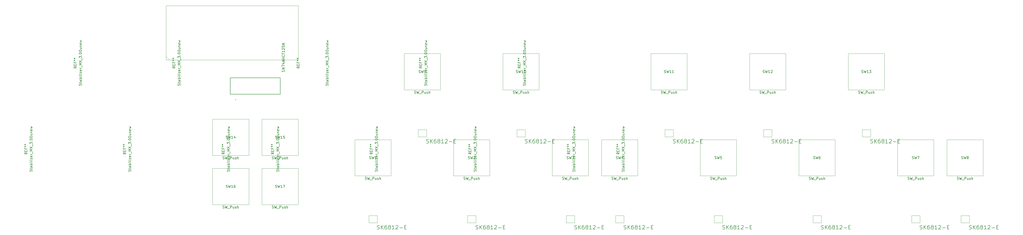
<source format=gbr>
G04 #@! TF.GenerationSoftware,KiCad,Pcbnew,8.0.3*
G04 #@! TF.CreationDate,2024-07-07T23:06:26-07:00*
G04 #@! TF.ProjectId,melokey,6d656c6f-6b65-4792-9e6b-696361645f70,rev?*
G04 #@! TF.SameCoordinates,Original*
G04 #@! TF.FileFunction,AssemblyDrawing,Top*
%FSLAX46Y46*%
G04 Gerber Fmt 4.6, Leading zero omitted, Abs format (unit mm)*
G04 Created by KiCad (PCBNEW 8.0.3) date 2024-07-07 23:06:26*
%MOMM*%
%LPD*%
G01*
G04 APERTURE LIST*
%ADD10C,0.150000*%
%ADD11C,0.100000*%
%ADD12C,0.127000*%
%ADD13C,0.200000*%
%ADD14C,0.120000*%
G04 APERTURE END LIST*
D10*
X153956131Y-180174700D02*
X154098988Y-180222319D01*
X154098988Y-180222319D02*
X154337083Y-180222319D01*
X154337083Y-180222319D02*
X154432321Y-180174700D01*
X154432321Y-180174700D02*
X154479940Y-180127080D01*
X154479940Y-180127080D02*
X154527559Y-180031842D01*
X154527559Y-180031842D02*
X154527559Y-179936604D01*
X154527559Y-179936604D02*
X154479940Y-179841366D01*
X154479940Y-179841366D02*
X154432321Y-179793747D01*
X154432321Y-179793747D02*
X154337083Y-179746128D01*
X154337083Y-179746128D02*
X154146607Y-179698509D01*
X154146607Y-179698509D02*
X154051369Y-179650890D01*
X154051369Y-179650890D02*
X154003750Y-179603271D01*
X154003750Y-179603271D02*
X153956131Y-179508033D01*
X153956131Y-179508033D02*
X153956131Y-179412795D01*
X153956131Y-179412795D02*
X154003750Y-179317557D01*
X154003750Y-179317557D02*
X154051369Y-179269938D01*
X154051369Y-179269938D02*
X154146607Y-179222319D01*
X154146607Y-179222319D02*
X154384702Y-179222319D01*
X154384702Y-179222319D02*
X154527559Y-179269938D01*
X154860893Y-179222319D02*
X155098988Y-180222319D01*
X155098988Y-180222319D02*
X155289464Y-179508033D01*
X155289464Y-179508033D02*
X155479940Y-180222319D01*
X155479940Y-180222319D02*
X155718036Y-179222319D01*
X155860893Y-180317557D02*
X156622797Y-180317557D01*
X156860893Y-180222319D02*
X156860893Y-179222319D01*
X156860893Y-179222319D02*
X157241845Y-179222319D01*
X157241845Y-179222319D02*
X157337083Y-179269938D01*
X157337083Y-179269938D02*
X157384702Y-179317557D01*
X157384702Y-179317557D02*
X157432321Y-179412795D01*
X157432321Y-179412795D02*
X157432321Y-179555652D01*
X157432321Y-179555652D02*
X157384702Y-179650890D01*
X157384702Y-179650890D02*
X157337083Y-179698509D01*
X157337083Y-179698509D02*
X157241845Y-179746128D01*
X157241845Y-179746128D02*
X156860893Y-179746128D01*
X158289464Y-179555652D02*
X158289464Y-180222319D01*
X157860893Y-179555652D02*
X157860893Y-180079461D01*
X157860893Y-180079461D02*
X157908512Y-180174700D01*
X157908512Y-180174700D02*
X158003750Y-180222319D01*
X158003750Y-180222319D02*
X158146607Y-180222319D01*
X158146607Y-180222319D02*
X158241845Y-180174700D01*
X158241845Y-180174700D02*
X158289464Y-180127080D01*
X158718036Y-180174700D02*
X158813274Y-180222319D01*
X158813274Y-180222319D02*
X159003750Y-180222319D01*
X159003750Y-180222319D02*
X159098988Y-180174700D01*
X159098988Y-180174700D02*
X159146607Y-180079461D01*
X159146607Y-180079461D02*
X159146607Y-180031842D01*
X159146607Y-180031842D02*
X159098988Y-179936604D01*
X159098988Y-179936604D02*
X159003750Y-179888985D01*
X159003750Y-179888985D02*
X158860893Y-179888985D01*
X158860893Y-179888985D02*
X158765655Y-179841366D01*
X158765655Y-179841366D02*
X158718036Y-179746128D01*
X158718036Y-179746128D02*
X158718036Y-179698509D01*
X158718036Y-179698509D02*
X158765655Y-179603271D01*
X158765655Y-179603271D02*
X158860893Y-179555652D01*
X158860893Y-179555652D02*
X159003750Y-179555652D01*
X159003750Y-179555652D02*
X159098988Y-179603271D01*
X159575179Y-180222319D02*
X159575179Y-179222319D01*
X160003750Y-180222319D02*
X160003750Y-179698509D01*
X160003750Y-179698509D02*
X159956131Y-179603271D01*
X159956131Y-179603271D02*
X159860893Y-179555652D01*
X159860893Y-179555652D02*
X159718036Y-179555652D01*
X159718036Y-179555652D02*
X159622798Y-179603271D01*
X159622798Y-179603271D02*
X159575179Y-179650890D01*
X155670417Y-172174700D02*
X155813274Y-172222319D01*
X155813274Y-172222319D02*
X156051369Y-172222319D01*
X156051369Y-172222319D02*
X156146607Y-172174700D01*
X156146607Y-172174700D02*
X156194226Y-172127080D01*
X156194226Y-172127080D02*
X156241845Y-172031842D01*
X156241845Y-172031842D02*
X156241845Y-171936604D01*
X156241845Y-171936604D02*
X156194226Y-171841366D01*
X156194226Y-171841366D02*
X156146607Y-171793747D01*
X156146607Y-171793747D02*
X156051369Y-171746128D01*
X156051369Y-171746128D02*
X155860893Y-171698509D01*
X155860893Y-171698509D02*
X155765655Y-171650890D01*
X155765655Y-171650890D02*
X155718036Y-171603271D01*
X155718036Y-171603271D02*
X155670417Y-171508033D01*
X155670417Y-171508033D02*
X155670417Y-171412795D01*
X155670417Y-171412795D02*
X155718036Y-171317557D01*
X155718036Y-171317557D02*
X155765655Y-171269938D01*
X155765655Y-171269938D02*
X155860893Y-171222319D01*
X155860893Y-171222319D02*
X156098988Y-171222319D01*
X156098988Y-171222319D02*
X156241845Y-171269938D01*
X156575179Y-171222319D02*
X156813274Y-172222319D01*
X156813274Y-172222319D02*
X157003750Y-171508033D01*
X157003750Y-171508033D02*
X157194226Y-172222319D01*
X157194226Y-172222319D02*
X157432322Y-171222319D01*
X157860893Y-172222319D02*
X158051369Y-172222319D01*
X158051369Y-172222319D02*
X158146607Y-172174700D01*
X158146607Y-172174700D02*
X158194226Y-172127080D01*
X158194226Y-172127080D02*
X158289464Y-171984223D01*
X158289464Y-171984223D02*
X158337083Y-171793747D01*
X158337083Y-171793747D02*
X158337083Y-171412795D01*
X158337083Y-171412795D02*
X158289464Y-171317557D01*
X158289464Y-171317557D02*
X158241845Y-171269938D01*
X158241845Y-171269938D02*
X158146607Y-171222319D01*
X158146607Y-171222319D02*
X157956131Y-171222319D01*
X157956131Y-171222319D02*
X157860893Y-171269938D01*
X157860893Y-171269938D02*
X157813274Y-171317557D01*
X157813274Y-171317557D02*
X157765655Y-171412795D01*
X157765655Y-171412795D02*
X157765655Y-171650890D01*
X157765655Y-171650890D02*
X157813274Y-171746128D01*
X157813274Y-171746128D02*
X157860893Y-171793747D01*
X157860893Y-171793747D02*
X157956131Y-171841366D01*
X157956131Y-171841366D02*
X158146607Y-171841366D01*
X158146607Y-171841366D02*
X158241845Y-171793747D01*
X158241845Y-171793747D02*
X158289464Y-171746128D01*
X158289464Y-171746128D02*
X158337083Y-171650890D01*
X99028631Y-224625950D02*
X99171488Y-224673569D01*
X99171488Y-224673569D02*
X99409583Y-224673569D01*
X99409583Y-224673569D02*
X99504821Y-224625950D01*
X99504821Y-224625950D02*
X99552440Y-224578330D01*
X99552440Y-224578330D02*
X99600059Y-224483092D01*
X99600059Y-224483092D02*
X99600059Y-224387854D01*
X99600059Y-224387854D02*
X99552440Y-224292616D01*
X99552440Y-224292616D02*
X99504821Y-224244997D01*
X99504821Y-224244997D02*
X99409583Y-224197378D01*
X99409583Y-224197378D02*
X99219107Y-224149759D01*
X99219107Y-224149759D02*
X99123869Y-224102140D01*
X99123869Y-224102140D02*
X99076250Y-224054521D01*
X99076250Y-224054521D02*
X99028631Y-223959283D01*
X99028631Y-223959283D02*
X99028631Y-223864045D01*
X99028631Y-223864045D02*
X99076250Y-223768807D01*
X99076250Y-223768807D02*
X99123869Y-223721188D01*
X99123869Y-223721188D02*
X99219107Y-223673569D01*
X99219107Y-223673569D02*
X99457202Y-223673569D01*
X99457202Y-223673569D02*
X99600059Y-223721188D01*
X99933393Y-223673569D02*
X100171488Y-224673569D01*
X100171488Y-224673569D02*
X100361964Y-223959283D01*
X100361964Y-223959283D02*
X100552440Y-224673569D01*
X100552440Y-224673569D02*
X100790536Y-223673569D01*
X100933393Y-224768807D02*
X101695297Y-224768807D01*
X101933393Y-224673569D02*
X101933393Y-223673569D01*
X101933393Y-223673569D02*
X102314345Y-223673569D01*
X102314345Y-223673569D02*
X102409583Y-223721188D01*
X102409583Y-223721188D02*
X102457202Y-223768807D01*
X102457202Y-223768807D02*
X102504821Y-223864045D01*
X102504821Y-223864045D02*
X102504821Y-224006902D01*
X102504821Y-224006902D02*
X102457202Y-224102140D01*
X102457202Y-224102140D02*
X102409583Y-224149759D01*
X102409583Y-224149759D02*
X102314345Y-224197378D01*
X102314345Y-224197378D02*
X101933393Y-224197378D01*
X103361964Y-224006902D02*
X103361964Y-224673569D01*
X102933393Y-224006902D02*
X102933393Y-224530711D01*
X102933393Y-224530711D02*
X102981012Y-224625950D01*
X102981012Y-224625950D02*
X103076250Y-224673569D01*
X103076250Y-224673569D02*
X103219107Y-224673569D01*
X103219107Y-224673569D02*
X103314345Y-224625950D01*
X103314345Y-224625950D02*
X103361964Y-224578330D01*
X103790536Y-224625950D02*
X103885774Y-224673569D01*
X103885774Y-224673569D02*
X104076250Y-224673569D01*
X104076250Y-224673569D02*
X104171488Y-224625950D01*
X104171488Y-224625950D02*
X104219107Y-224530711D01*
X104219107Y-224530711D02*
X104219107Y-224483092D01*
X104219107Y-224483092D02*
X104171488Y-224387854D01*
X104171488Y-224387854D02*
X104076250Y-224340235D01*
X104076250Y-224340235D02*
X103933393Y-224340235D01*
X103933393Y-224340235D02*
X103838155Y-224292616D01*
X103838155Y-224292616D02*
X103790536Y-224197378D01*
X103790536Y-224197378D02*
X103790536Y-224149759D01*
X103790536Y-224149759D02*
X103838155Y-224054521D01*
X103838155Y-224054521D02*
X103933393Y-224006902D01*
X103933393Y-224006902D02*
X104076250Y-224006902D01*
X104076250Y-224006902D02*
X104171488Y-224054521D01*
X104647679Y-224673569D02*
X104647679Y-223673569D01*
X105076250Y-224673569D02*
X105076250Y-224149759D01*
X105076250Y-224149759D02*
X105028631Y-224054521D01*
X105028631Y-224054521D02*
X104933393Y-224006902D01*
X104933393Y-224006902D02*
X104790536Y-224006902D01*
X104790536Y-224006902D02*
X104695298Y-224054521D01*
X104695298Y-224054521D02*
X104647679Y-224102140D01*
X100266726Y-216625950D02*
X100409583Y-216673569D01*
X100409583Y-216673569D02*
X100647678Y-216673569D01*
X100647678Y-216673569D02*
X100742916Y-216625950D01*
X100742916Y-216625950D02*
X100790535Y-216578330D01*
X100790535Y-216578330D02*
X100838154Y-216483092D01*
X100838154Y-216483092D02*
X100838154Y-216387854D01*
X100838154Y-216387854D02*
X100790535Y-216292616D01*
X100790535Y-216292616D02*
X100742916Y-216244997D01*
X100742916Y-216244997D02*
X100647678Y-216197378D01*
X100647678Y-216197378D02*
X100457202Y-216149759D01*
X100457202Y-216149759D02*
X100361964Y-216102140D01*
X100361964Y-216102140D02*
X100314345Y-216054521D01*
X100314345Y-216054521D02*
X100266726Y-215959283D01*
X100266726Y-215959283D02*
X100266726Y-215864045D01*
X100266726Y-215864045D02*
X100314345Y-215768807D01*
X100314345Y-215768807D02*
X100361964Y-215721188D01*
X100361964Y-215721188D02*
X100457202Y-215673569D01*
X100457202Y-215673569D02*
X100695297Y-215673569D01*
X100695297Y-215673569D02*
X100838154Y-215721188D01*
X101171488Y-215673569D02*
X101409583Y-216673569D01*
X101409583Y-216673569D02*
X101600059Y-215959283D01*
X101600059Y-215959283D02*
X101790535Y-216673569D01*
X101790535Y-216673569D02*
X102028631Y-215673569D01*
X102933392Y-216673569D02*
X102361964Y-216673569D01*
X102647678Y-216673569D02*
X102647678Y-215673569D01*
X102647678Y-215673569D02*
X102552440Y-215816426D01*
X102552440Y-215816426D02*
X102457202Y-215911664D01*
X102457202Y-215911664D02*
X102361964Y-215959283D01*
X103266726Y-215673569D02*
X103933392Y-215673569D01*
X103933392Y-215673569D02*
X103504821Y-216673569D01*
X368170894Y-232703710D02*
X368385180Y-232775138D01*
X368385180Y-232775138D02*
X368742322Y-232775138D01*
X368742322Y-232775138D02*
X368885180Y-232703710D01*
X368885180Y-232703710D02*
X368956608Y-232632281D01*
X368956608Y-232632281D02*
X369028037Y-232489424D01*
X369028037Y-232489424D02*
X369028037Y-232346567D01*
X369028037Y-232346567D02*
X368956608Y-232203710D01*
X368956608Y-232203710D02*
X368885180Y-232132281D01*
X368885180Y-232132281D02*
X368742322Y-232060852D01*
X368742322Y-232060852D02*
X368456608Y-231989424D01*
X368456608Y-231989424D02*
X368313751Y-231917995D01*
X368313751Y-231917995D02*
X368242322Y-231846567D01*
X368242322Y-231846567D02*
X368170894Y-231703710D01*
X368170894Y-231703710D02*
X368170894Y-231560852D01*
X368170894Y-231560852D02*
X368242322Y-231417995D01*
X368242322Y-231417995D02*
X368313751Y-231346567D01*
X368313751Y-231346567D02*
X368456608Y-231275138D01*
X368456608Y-231275138D02*
X368813751Y-231275138D01*
X368813751Y-231275138D02*
X369028037Y-231346567D01*
X369670893Y-232775138D02*
X369670893Y-231275138D01*
X370528036Y-232775138D02*
X369885179Y-231917995D01*
X370528036Y-231275138D02*
X369670893Y-232132281D01*
X371813751Y-231275138D02*
X371528036Y-231275138D01*
X371528036Y-231275138D02*
X371385179Y-231346567D01*
X371385179Y-231346567D02*
X371313751Y-231417995D01*
X371313751Y-231417995D02*
X371170893Y-231632281D01*
X371170893Y-231632281D02*
X371099465Y-231917995D01*
X371099465Y-231917995D02*
X371099465Y-232489424D01*
X371099465Y-232489424D02*
X371170893Y-232632281D01*
X371170893Y-232632281D02*
X371242322Y-232703710D01*
X371242322Y-232703710D02*
X371385179Y-232775138D01*
X371385179Y-232775138D02*
X371670893Y-232775138D01*
X371670893Y-232775138D02*
X371813751Y-232703710D01*
X371813751Y-232703710D02*
X371885179Y-232632281D01*
X371885179Y-232632281D02*
X371956608Y-232489424D01*
X371956608Y-232489424D02*
X371956608Y-232132281D01*
X371956608Y-232132281D02*
X371885179Y-231989424D01*
X371885179Y-231989424D02*
X371813751Y-231917995D01*
X371813751Y-231917995D02*
X371670893Y-231846567D01*
X371670893Y-231846567D02*
X371385179Y-231846567D01*
X371385179Y-231846567D02*
X371242322Y-231917995D01*
X371242322Y-231917995D02*
X371170893Y-231989424D01*
X371170893Y-231989424D02*
X371099465Y-232132281D01*
X372813750Y-231917995D02*
X372670893Y-231846567D01*
X372670893Y-231846567D02*
X372599464Y-231775138D01*
X372599464Y-231775138D02*
X372528036Y-231632281D01*
X372528036Y-231632281D02*
X372528036Y-231560852D01*
X372528036Y-231560852D02*
X372599464Y-231417995D01*
X372599464Y-231417995D02*
X372670893Y-231346567D01*
X372670893Y-231346567D02*
X372813750Y-231275138D01*
X372813750Y-231275138D02*
X373099464Y-231275138D01*
X373099464Y-231275138D02*
X373242322Y-231346567D01*
X373242322Y-231346567D02*
X373313750Y-231417995D01*
X373313750Y-231417995D02*
X373385179Y-231560852D01*
X373385179Y-231560852D02*
X373385179Y-231632281D01*
X373385179Y-231632281D02*
X373313750Y-231775138D01*
X373313750Y-231775138D02*
X373242322Y-231846567D01*
X373242322Y-231846567D02*
X373099464Y-231917995D01*
X373099464Y-231917995D02*
X372813750Y-231917995D01*
X372813750Y-231917995D02*
X372670893Y-231989424D01*
X372670893Y-231989424D02*
X372599464Y-232060852D01*
X372599464Y-232060852D02*
X372528036Y-232203710D01*
X372528036Y-232203710D02*
X372528036Y-232489424D01*
X372528036Y-232489424D02*
X372599464Y-232632281D01*
X372599464Y-232632281D02*
X372670893Y-232703710D01*
X372670893Y-232703710D02*
X372813750Y-232775138D01*
X372813750Y-232775138D02*
X373099464Y-232775138D01*
X373099464Y-232775138D02*
X373242322Y-232703710D01*
X373242322Y-232703710D02*
X373313750Y-232632281D01*
X373313750Y-232632281D02*
X373385179Y-232489424D01*
X373385179Y-232489424D02*
X373385179Y-232203710D01*
X373385179Y-232203710D02*
X373313750Y-232060852D01*
X373313750Y-232060852D02*
X373242322Y-231989424D01*
X373242322Y-231989424D02*
X373099464Y-231917995D01*
X374813750Y-232775138D02*
X373956607Y-232775138D01*
X374385178Y-232775138D02*
X374385178Y-231275138D01*
X374385178Y-231275138D02*
X374242321Y-231489424D01*
X374242321Y-231489424D02*
X374099464Y-231632281D01*
X374099464Y-231632281D02*
X373956607Y-231703710D01*
X375385178Y-231417995D02*
X375456606Y-231346567D01*
X375456606Y-231346567D02*
X375599464Y-231275138D01*
X375599464Y-231275138D02*
X375956606Y-231275138D01*
X375956606Y-231275138D02*
X376099464Y-231346567D01*
X376099464Y-231346567D02*
X376170892Y-231417995D01*
X376170892Y-231417995D02*
X376242321Y-231560852D01*
X376242321Y-231560852D02*
X376242321Y-231703710D01*
X376242321Y-231703710D02*
X376170892Y-231917995D01*
X376170892Y-231917995D02*
X375313749Y-232775138D01*
X375313749Y-232775138D02*
X376242321Y-232775138D01*
X376885177Y-232203710D02*
X378028035Y-232203710D01*
X378742320Y-231989424D02*
X379242320Y-231989424D01*
X379456606Y-232775138D02*
X378742320Y-232775138D01*
X378742320Y-232775138D02*
X378742320Y-231275138D01*
X378742320Y-231275138D02*
X379456606Y-231275138D01*
X363506131Y-213512200D02*
X363648988Y-213559819D01*
X363648988Y-213559819D02*
X363887083Y-213559819D01*
X363887083Y-213559819D02*
X363982321Y-213512200D01*
X363982321Y-213512200D02*
X364029940Y-213464580D01*
X364029940Y-213464580D02*
X364077559Y-213369342D01*
X364077559Y-213369342D02*
X364077559Y-213274104D01*
X364077559Y-213274104D02*
X364029940Y-213178866D01*
X364029940Y-213178866D02*
X363982321Y-213131247D01*
X363982321Y-213131247D02*
X363887083Y-213083628D01*
X363887083Y-213083628D02*
X363696607Y-213036009D01*
X363696607Y-213036009D02*
X363601369Y-212988390D01*
X363601369Y-212988390D02*
X363553750Y-212940771D01*
X363553750Y-212940771D02*
X363506131Y-212845533D01*
X363506131Y-212845533D02*
X363506131Y-212750295D01*
X363506131Y-212750295D02*
X363553750Y-212655057D01*
X363553750Y-212655057D02*
X363601369Y-212607438D01*
X363601369Y-212607438D02*
X363696607Y-212559819D01*
X363696607Y-212559819D02*
X363934702Y-212559819D01*
X363934702Y-212559819D02*
X364077559Y-212607438D01*
X364410893Y-212559819D02*
X364648988Y-213559819D01*
X364648988Y-213559819D02*
X364839464Y-212845533D01*
X364839464Y-212845533D02*
X365029940Y-213559819D01*
X365029940Y-213559819D02*
X365268036Y-212559819D01*
X365410893Y-213655057D02*
X366172797Y-213655057D01*
X366410893Y-213559819D02*
X366410893Y-212559819D01*
X366410893Y-212559819D02*
X366791845Y-212559819D01*
X366791845Y-212559819D02*
X366887083Y-212607438D01*
X366887083Y-212607438D02*
X366934702Y-212655057D01*
X366934702Y-212655057D02*
X366982321Y-212750295D01*
X366982321Y-212750295D02*
X366982321Y-212893152D01*
X366982321Y-212893152D02*
X366934702Y-212988390D01*
X366934702Y-212988390D02*
X366887083Y-213036009D01*
X366887083Y-213036009D02*
X366791845Y-213083628D01*
X366791845Y-213083628D02*
X366410893Y-213083628D01*
X367839464Y-212893152D02*
X367839464Y-213559819D01*
X367410893Y-212893152D02*
X367410893Y-213416961D01*
X367410893Y-213416961D02*
X367458512Y-213512200D01*
X367458512Y-213512200D02*
X367553750Y-213559819D01*
X367553750Y-213559819D02*
X367696607Y-213559819D01*
X367696607Y-213559819D02*
X367791845Y-213512200D01*
X367791845Y-213512200D02*
X367839464Y-213464580D01*
X368268036Y-213512200D02*
X368363274Y-213559819D01*
X368363274Y-213559819D02*
X368553750Y-213559819D01*
X368553750Y-213559819D02*
X368648988Y-213512200D01*
X368648988Y-213512200D02*
X368696607Y-213416961D01*
X368696607Y-213416961D02*
X368696607Y-213369342D01*
X368696607Y-213369342D02*
X368648988Y-213274104D01*
X368648988Y-213274104D02*
X368553750Y-213226485D01*
X368553750Y-213226485D02*
X368410893Y-213226485D01*
X368410893Y-213226485D02*
X368315655Y-213178866D01*
X368315655Y-213178866D02*
X368268036Y-213083628D01*
X368268036Y-213083628D02*
X368268036Y-213036009D01*
X368268036Y-213036009D02*
X368315655Y-212940771D01*
X368315655Y-212940771D02*
X368410893Y-212893152D01*
X368410893Y-212893152D02*
X368553750Y-212893152D01*
X368553750Y-212893152D02*
X368648988Y-212940771D01*
X369125179Y-213559819D02*
X369125179Y-212559819D01*
X369553750Y-213559819D02*
X369553750Y-213036009D01*
X369553750Y-213036009D02*
X369506131Y-212940771D01*
X369506131Y-212940771D02*
X369410893Y-212893152D01*
X369410893Y-212893152D02*
X369268036Y-212893152D01*
X369268036Y-212893152D02*
X369172798Y-212940771D01*
X369172798Y-212940771D02*
X369125179Y-212988390D01*
X365220417Y-205512200D02*
X365363274Y-205559819D01*
X365363274Y-205559819D02*
X365601369Y-205559819D01*
X365601369Y-205559819D02*
X365696607Y-205512200D01*
X365696607Y-205512200D02*
X365744226Y-205464580D01*
X365744226Y-205464580D02*
X365791845Y-205369342D01*
X365791845Y-205369342D02*
X365791845Y-205274104D01*
X365791845Y-205274104D02*
X365744226Y-205178866D01*
X365744226Y-205178866D02*
X365696607Y-205131247D01*
X365696607Y-205131247D02*
X365601369Y-205083628D01*
X365601369Y-205083628D02*
X365410893Y-205036009D01*
X365410893Y-205036009D02*
X365315655Y-204988390D01*
X365315655Y-204988390D02*
X365268036Y-204940771D01*
X365268036Y-204940771D02*
X365220417Y-204845533D01*
X365220417Y-204845533D02*
X365220417Y-204750295D01*
X365220417Y-204750295D02*
X365268036Y-204655057D01*
X365268036Y-204655057D02*
X365315655Y-204607438D01*
X365315655Y-204607438D02*
X365410893Y-204559819D01*
X365410893Y-204559819D02*
X365648988Y-204559819D01*
X365648988Y-204559819D02*
X365791845Y-204607438D01*
X366125179Y-204559819D02*
X366363274Y-205559819D01*
X366363274Y-205559819D02*
X366553750Y-204845533D01*
X366553750Y-204845533D02*
X366744226Y-205559819D01*
X366744226Y-205559819D02*
X366982322Y-204559819D01*
X367506131Y-204988390D02*
X367410893Y-204940771D01*
X367410893Y-204940771D02*
X367363274Y-204893152D01*
X367363274Y-204893152D02*
X367315655Y-204797914D01*
X367315655Y-204797914D02*
X367315655Y-204750295D01*
X367315655Y-204750295D02*
X367363274Y-204655057D01*
X367363274Y-204655057D02*
X367410893Y-204607438D01*
X367410893Y-204607438D02*
X367506131Y-204559819D01*
X367506131Y-204559819D02*
X367696607Y-204559819D01*
X367696607Y-204559819D02*
X367791845Y-204607438D01*
X367791845Y-204607438D02*
X367839464Y-204655057D01*
X367839464Y-204655057D02*
X367887083Y-204750295D01*
X367887083Y-204750295D02*
X367887083Y-204797914D01*
X367887083Y-204797914D02*
X367839464Y-204893152D01*
X367839464Y-204893152D02*
X367791845Y-204940771D01*
X367791845Y-204940771D02*
X367696607Y-204988390D01*
X367696607Y-204988390D02*
X367506131Y-204988390D01*
X367506131Y-204988390D02*
X367410893Y-205036009D01*
X367410893Y-205036009D02*
X367363274Y-205083628D01*
X367363274Y-205083628D02*
X367315655Y-205178866D01*
X367315655Y-205178866D02*
X367315655Y-205369342D01*
X367315655Y-205369342D02*
X367363274Y-205464580D01*
X367363274Y-205464580D02*
X367410893Y-205512200D01*
X367410893Y-205512200D02*
X367506131Y-205559819D01*
X367506131Y-205559819D02*
X367696607Y-205559819D01*
X367696607Y-205559819D02*
X367791845Y-205512200D01*
X367791845Y-205512200D02*
X367839464Y-205464580D01*
X367839464Y-205464580D02*
X367887083Y-205369342D01*
X367887083Y-205369342D02*
X367887083Y-205178866D01*
X367887083Y-205178866D02*
X367839464Y-205083628D01*
X367839464Y-205083628D02*
X367791845Y-205036009D01*
X367791845Y-205036009D02*
X367696607Y-204988390D01*
X215770894Y-232703710D02*
X215985180Y-232775138D01*
X215985180Y-232775138D02*
X216342322Y-232775138D01*
X216342322Y-232775138D02*
X216485180Y-232703710D01*
X216485180Y-232703710D02*
X216556608Y-232632281D01*
X216556608Y-232632281D02*
X216628037Y-232489424D01*
X216628037Y-232489424D02*
X216628037Y-232346567D01*
X216628037Y-232346567D02*
X216556608Y-232203710D01*
X216556608Y-232203710D02*
X216485180Y-232132281D01*
X216485180Y-232132281D02*
X216342322Y-232060852D01*
X216342322Y-232060852D02*
X216056608Y-231989424D01*
X216056608Y-231989424D02*
X215913751Y-231917995D01*
X215913751Y-231917995D02*
X215842322Y-231846567D01*
X215842322Y-231846567D02*
X215770894Y-231703710D01*
X215770894Y-231703710D02*
X215770894Y-231560852D01*
X215770894Y-231560852D02*
X215842322Y-231417995D01*
X215842322Y-231417995D02*
X215913751Y-231346567D01*
X215913751Y-231346567D02*
X216056608Y-231275138D01*
X216056608Y-231275138D02*
X216413751Y-231275138D01*
X216413751Y-231275138D02*
X216628037Y-231346567D01*
X217270893Y-232775138D02*
X217270893Y-231275138D01*
X218128036Y-232775138D02*
X217485179Y-231917995D01*
X218128036Y-231275138D02*
X217270893Y-232132281D01*
X219413751Y-231275138D02*
X219128036Y-231275138D01*
X219128036Y-231275138D02*
X218985179Y-231346567D01*
X218985179Y-231346567D02*
X218913751Y-231417995D01*
X218913751Y-231417995D02*
X218770893Y-231632281D01*
X218770893Y-231632281D02*
X218699465Y-231917995D01*
X218699465Y-231917995D02*
X218699465Y-232489424D01*
X218699465Y-232489424D02*
X218770893Y-232632281D01*
X218770893Y-232632281D02*
X218842322Y-232703710D01*
X218842322Y-232703710D02*
X218985179Y-232775138D01*
X218985179Y-232775138D02*
X219270893Y-232775138D01*
X219270893Y-232775138D02*
X219413751Y-232703710D01*
X219413751Y-232703710D02*
X219485179Y-232632281D01*
X219485179Y-232632281D02*
X219556608Y-232489424D01*
X219556608Y-232489424D02*
X219556608Y-232132281D01*
X219556608Y-232132281D02*
X219485179Y-231989424D01*
X219485179Y-231989424D02*
X219413751Y-231917995D01*
X219413751Y-231917995D02*
X219270893Y-231846567D01*
X219270893Y-231846567D02*
X218985179Y-231846567D01*
X218985179Y-231846567D02*
X218842322Y-231917995D01*
X218842322Y-231917995D02*
X218770893Y-231989424D01*
X218770893Y-231989424D02*
X218699465Y-232132281D01*
X220413750Y-231917995D02*
X220270893Y-231846567D01*
X220270893Y-231846567D02*
X220199464Y-231775138D01*
X220199464Y-231775138D02*
X220128036Y-231632281D01*
X220128036Y-231632281D02*
X220128036Y-231560852D01*
X220128036Y-231560852D02*
X220199464Y-231417995D01*
X220199464Y-231417995D02*
X220270893Y-231346567D01*
X220270893Y-231346567D02*
X220413750Y-231275138D01*
X220413750Y-231275138D02*
X220699464Y-231275138D01*
X220699464Y-231275138D02*
X220842322Y-231346567D01*
X220842322Y-231346567D02*
X220913750Y-231417995D01*
X220913750Y-231417995D02*
X220985179Y-231560852D01*
X220985179Y-231560852D02*
X220985179Y-231632281D01*
X220985179Y-231632281D02*
X220913750Y-231775138D01*
X220913750Y-231775138D02*
X220842322Y-231846567D01*
X220842322Y-231846567D02*
X220699464Y-231917995D01*
X220699464Y-231917995D02*
X220413750Y-231917995D01*
X220413750Y-231917995D02*
X220270893Y-231989424D01*
X220270893Y-231989424D02*
X220199464Y-232060852D01*
X220199464Y-232060852D02*
X220128036Y-232203710D01*
X220128036Y-232203710D02*
X220128036Y-232489424D01*
X220128036Y-232489424D02*
X220199464Y-232632281D01*
X220199464Y-232632281D02*
X220270893Y-232703710D01*
X220270893Y-232703710D02*
X220413750Y-232775138D01*
X220413750Y-232775138D02*
X220699464Y-232775138D01*
X220699464Y-232775138D02*
X220842322Y-232703710D01*
X220842322Y-232703710D02*
X220913750Y-232632281D01*
X220913750Y-232632281D02*
X220985179Y-232489424D01*
X220985179Y-232489424D02*
X220985179Y-232203710D01*
X220985179Y-232203710D02*
X220913750Y-232060852D01*
X220913750Y-232060852D02*
X220842322Y-231989424D01*
X220842322Y-231989424D02*
X220699464Y-231917995D01*
X222413750Y-232775138D02*
X221556607Y-232775138D01*
X221985178Y-232775138D02*
X221985178Y-231275138D01*
X221985178Y-231275138D02*
X221842321Y-231489424D01*
X221842321Y-231489424D02*
X221699464Y-231632281D01*
X221699464Y-231632281D02*
X221556607Y-231703710D01*
X222985178Y-231417995D02*
X223056606Y-231346567D01*
X223056606Y-231346567D02*
X223199464Y-231275138D01*
X223199464Y-231275138D02*
X223556606Y-231275138D01*
X223556606Y-231275138D02*
X223699464Y-231346567D01*
X223699464Y-231346567D02*
X223770892Y-231417995D01*
X223770892Y-231417995D02*
X223842321Y-231560852D01*
X223842321Y-231560852D02*
X223842321Y-231703710D01*
X223842321Y-231703710D02*
X223770892Y-231917995D01*
X223770892Y-231917995D02*
X222913749Y-232775138D01*
X222913749Y-232775138D02*
X223842321Y-232775138D01*
X224485177Y-232203710D02*
X225628035Y-232203710D01*
X226342320Y-231989424D02*
X226842320Y-231989424D01*
X227056606Y-232775138D02*
X226342320Y-232775138D01*
X226342320Y-232775138D02*
X226342320Y-231275138D01*
X226342320Y-231275138D02*
X227056606Y-231275138D01*
X291970894Y-199366210D02*
X292185180Y-199437638D01*
X292185180Y-199437638D02*
X292542322Y-199437638D01*
X292542322Y-199437638D02*
X292685180Y-199366210D01*
X292685180Y-199366210D02*
X292756608Y-199294781D01*
X292756608Y-199294781D02*
X292828037Y-199151924D01*
X292828037Y-199151924D02*
X292828037Y-199009067D01*
X292828037Y-199009067D02*
X292756608Y-198866210D01*
X292756608Y-198866210D02*
X292685180Y-198794781D01*
X292685180Y-198794781D02*
X292542322Y-198723352D01*
X292542322Y-198723352D02*
X292256608Y-198651924D01*
X292256608Y-198651924D02*
X292113751Y-198580495D01*
X292113751Y-198580495D02*
X292042322Y-198509067D01*
X292042322Y-198509067D02*
X291970894Y-198366210D01*
X291970894Y-198366210D02*
X291970894Y-198223352D01*
X291970894Y-198223352D02*
X292042322Y-198080495D01*
X292042322Y-198080495D02*
X292113751Y-198009067D01*
X292113751Y-198009067D02*
X292256608Y-197937638D01*
X292256608Y-197937638D02*
X292613751Y-197937638D01*
X292613751Y-197937638D02*
X292828037Y-198009067D01*
X293470893Y-199437638D02*
X293470893Y-197937638D01*
X294328036Y-199437638D02*
X293685179Y-198580495D01*
X294328036Y-197937638D02*
X293470893Y-198794781D01*
X295613751Y-197937638D02*
X295328036Y-197937638D01*
X295328036Y-197937638D02*
X295185179Y-198009067D01*
X295185179Y-198009067D02*
X295113751Y-198080495D01*
X295113751Y-198080495D02*
X294970893Y-198294781D01*
X294970893Y-198294781D02*
X294899465Y-198580495D01*
X294899465Y-198580495D02*
X294899465Y-199151924D01*
X294899465Y-199151924D02*
X294970893Y-199294781D01*
X294970893Y-199294781D02*
X295042322Y-199366210D01*
X295042322Y-199366210D02*
X295185179Y-199437638D01*
X295185179Y-199437638D02*
X295470893Y-199437638D01*
X295470893Y-199437638D02*
X295613751Y-199366210D01*
X295613751Y-199366210D02*
X295685179Y-199294781D01*
X295685179Y-199294781D02*
X295756608Y-199151924D01*
X295756608Y-199151924D02*
X295756608Y-198794781D01*
X295756608Y-198794781D02*
X295685179Y-198651924D01*
X295685179Y-198651924D02*
X295613751Y-198580495D01*
X295613751Y-198580495D02*
X295470893Y-198509067D01*
X295470893Y-198509067D02*
X295185179Y-198509067D01*
X295185179Y-198509067D02*
X295042322Y-198580495D01*
X295042322Y-198580495D02*
X294970893Y-198651924D01*
X294970893Y-198651924D02*
X294899465Y-198794781D01*
X296613750Y-198580495D02*
X296470893Y-198509067D01*
X296470893Y-198509067D02*
X296399464Y-198437638D01*
X296399464Y-198437638D02*
X296328036Y-198294781D01*
X296328036Y-198294781D02*
X296328036Y-198223352D01*
X296328036Y-198223352D02*
X296399464Y-198080495D01*
X296399464Y-198080495D02*
X296470893Y-198009067D01*
X296470893Y-198009067D02*
X296613750Y-197937638D01*
X296613750Y-197937638D02*
X296899464Y-197937638D01*
X296899464Y-197937638D02*
X297042322Y-198009067D01*
X297042322Y-198009067D02*
X297113750Y-198080495D01*
X297113750Y-198080495D02*
X297185179Y-198223352D01*
X297185179Y-198223352D02*
X297185179Y-198294781D01*
X297185179Y-198294781D02*
X297113750Y-198437638D01*
X297113750Y-198437638D02*
X297042322Y-198509067D01*
X297042322Y-198509067D02*
X296899464Y-198580495D01*
X296899464Y-198580495D02*
X296613750Y-198580495D01*
X296613750Y-198580495D02*
X296470893Y-198651924D01*
X296470893Y-198651924D02*
X296399464Y-198723352D01*
X296399464Y-198723352D02*
X296328036Y-198866210D01*
X296328036Y-198866210D02*
X296328036Y-199151924D01*
X296328036Y-199151924D02*
X296399464Y-199294781D01*
X296399464Y-199294781D02*
X296470893Y-199366210D01*
X296470893Y-199366210D02*
X296613750Y-199437638D01*
X296613750Y-199437638D02*
X296899464Y-199437638D01*
X296899464Y-199437638D02*
X297042322Y-199366210D01*
X297042322Y-199366210D02*
X297113750Y-199294781D01*
X297113750Y-199294781D02*
X297185179Y-199151924D01*
X297185179Y-199151924D02*
X297185179Y-198866210D01*
X297185179Y-198866210D02*
X297113750Y-198723352D01*
X297113750Y-198723352D02*
X297042322Y-198651924D01*
X297042322Y-198651924D02*
X296899464Y-198580495D01*
X298613750Y-199437638D02*
X297756607Y-199437638D01*
X298185178Y-199437638D02*
X298185178Y-197937638D01*
X298185178Y-197937638D02*
X298042321Y-198151924D01*
X298042321Y-198151924D02*
X297899464Y-198294781D01*
X297899464Y-198294781D02*
X297756607Y-198366210D01*
X299185178Y-198080495D02*
X299256606Y-198009067D01*
X299256606Y-198009067D02*
X299399464Y-197937638D01*
X299399464Y-197937638D02*
X299756606Y-197937638D01*
X299756606Y-197937638D02*
X299899464Y-198009067D01*
X299899464Y-198009067D02*
X299970892Y-198080495D01*
X299970892Y-198080495D02*
X300042321Y-198223352D01*
X300042321Y-198223352D02*
X300042321Y-198366210D01*
X300042321Y-198366210D02*
X299970892Y-198580495D01*
X299970892Y-198580495D02*
X299113749Y-199437638D01*
X299113749Y-199437638D02*
X300042321Y-199437638D01*
X300685177Y-198866210D02*
X301828035Y-198866210D01*
X302542320Y-198651924D02*
X303042320Y-198651924D01*
X303256606Y-199437638D02*
X302542320Y-199437638D01*
X302542320Y-199437638D02*
X302542320Y-197937638D01*
X302542320Y-197937638D02*
X303256606Y-197937638D01*
X215940950Y-210420476D02*
X215988569Y-210277619D01*
X215988569Y-210277619D02*
X215988569Y-210039524D01*
X215988569Y-210039524D02*
X215940950Y-209944286D01*
X215940950Y-209944286D02*
X215893330Y-209896667D01*
X215893330Y-209896667D02*
X215798092Y-209849048D01*
X215798092Y-209849048D02*
X215702854Y-209849048D01*
X215702854Y-209849048D02*
X215607616Y-209896667D01*
X215607616Y-209896667D02*
X215559997Y-209944286D01*
X215559997Y-209944286D02*
X215512378Y-210039524D01*
X215512378Y-210039524D02*
X215464759Y-210230000D01*
X215464759Y-210230000D02*
X215417140Y-210325238D01*
X215417140Y-210325238D02*
X215369521Y-210372857D01*
X215369521Y-210372857D02*
X215274283Y-210420476D01*
X215274283Y-210420476D02*
X215179045Y-210420476D01*
X215179045Y-210420476D02*
X215083807Y-210372857D01*
X215083807Y-210372857D02*
X215036188Y-210325238D01*
X215036188Y-210325238D02*
X214988569Y-210230000D01*
X214988569Y-210230000D02*
X214988569Y-209991905D01*
X214988569Y-209991905D02*
X215036188Y-209849048D01*
X215321902Y-209563333D02*
X215321902Y-209182381D01*
X214988569Y-209420476D02*
X215845711Y-209420476D01*
X215845711Y-209420476D02*
X215940950Y-209372857D01*
X215940950Y-209372857D02*
X215988569Y-209277619D01*
X215988569Y-209277619D02*
X215988569Y-209182381D01*
X215988569Y-208420476D02*
X215464759Y-208420476D01*
X215464759Y-208420476D02*
X215369521Y-208468095D01*
X215369521Y-208468095D02*
X215321902Y-208563333D01*
X215321902Y-208563333D02*
X215321902Y-208753809D01*
X215321902Y-208753809D02*
X215369521Y-208849047D01*
X215940950Y-208420476D02*
X215988569Y-208515714D01*
X215988569Y-208515714D02*
X215988569Y-208753809D01*
X215988569Y-208753809D02*
X215940950Y-208849047D01*
X215940950Y-208849047D02*
X215845711Y-208896666D01*
X215845711Y-208896666D02*
X215750473Y-208896666D01*
X215750473Y-208896666D02*
X215655235Y-208849047D01*
X215655235Y-208849047D02*
X215607616Y-208753809D01*
X215607616Y-208753809D02*
X215607616Y-208515714D01*
X215607616Y-208515714D02*
X215559997Y-208420476D01*
X215988569Y-207944285D02*
X214988569Y-207944285D01*
X215369521Y-207944285D02*
X215321902Y-207849047D01*
X215321902Y-207849047D02*
X215321902Y-207658571D01*
X215321902Y-207658571D02*
X215369521Y-207563333D01*
X215369521Y-207563333D02*
X215417140Y-207515714D01*
X215417140Y-207515714D02*
X215512378Y-207468095D01*
X215512378Y-207468095D02*
X215798092Y-207468095D01*
X215798092Y-207468095D02*
X215893330Y-207515714D01*
X215893330Y-207515714D02*
X215940950Y-207563333D01*
X215940950Y-207563333D02*
X215988569Y-207658571D01*
X215988569Y-207658571D02*
X215988569Y-207849047D01*
X215988569Y-207849047D02*
X215940950Y-207944285D01*
X215988569Y-207039523D02*
X215321902Y-207039523D01*
X214988569Y-207039523D02*
X215036188Y-207087142D01*
X215036188Y-207087142D02*
X215083807Y-207039523D01*
X215083807Y-207039523D02*
X215036188Y-206991904D01*
X215036188Y-206991904D02*
X214988569Y-207039523D01*
X214988569Y-207039523D02*
X215083807Y-207039523D01*
X215988569Y-206420476D02*
X215940950Y-206515714D01*
X215940950Y-206515714D02*
X215845711Y-206563333D01*
X215845711Y-206563333D02*
X214988569Y-206563333D01*
X215988569Y-206039523D02*
X215321902Y-206039523D01*
X214988569Y-206039523D02*
X215036188Y-206087142D01*
X215036188Y-206087142D02*
X215083807Y-206039523D01*
X215083807Y-206039523D02*
X215036188Y-205991904D01*
X215036188Y-205991904D02*
X214988569Y-206039523D01*
X214988569Y-206039523D02*
X215083807Y-206039523D01*
X215321902Y-205658571D02*
X215321902Y-205134762D01*
X215321902Y-205134762D02*
X215988569Y-205658571D01*
X215988569Y-205658571D02*
X215988569Y-205134762D01*
X215940950Y-204372857D02*
X215988569Y-204468095D01*
X215988569Y-204468095D02*
X215988569Y-204658571D01*
X215988569Y-204658571D02*
X215940950Y-204753809D01*
X215940950Y-204753809D02*
X215845711Y-204801428D01*
X215845711Y-204801428D02*
X215464759Y-204801428D01*
X215464759Y-204801428D02*
X215369521Y-204753809D01*
X215369521Y-204753809D02*
X215321902Y-204658571D01*
X215321902Y-204658571D02*
X215321902Y-204468095D01*
X215321902Y-204468095D02*
X215369521Y-204372857D01*
X215369521Y-204372857D02*
X215464759Y-204325238D01*
X215464759Y-204325238D02*
X215559997Y-204325238D01*
X215559997Y-204325238D02*
X215655235Y-204801428D01*
X215988569Y-203896666D02*
X215321902Y-203896666D01*
X215512378Y-203896666D02*
X215417140Y-203849047D01*
X215417140Y-203849047D02*
X215369521Y-203801428D01*
X215369521Y-203801428D02*
X215321902Y-203706190D01*
X215321902Y-203706190D02*
X215321902Y-203610952D01*
X216083807Y-203515714D02*
X216083807Y-202753809D01*
X215988569Y-202515713D02*
X214988569Y-202515713D01*
X214988569Y-202515713D02*
X215702854Y-202182380D01*
X215702854Y-202182380D02*
X214988569Y-201849047D01*
X214988569Y-201849047D02*
X215988569Y-201849047D01*
X214988569Y-201468094D02*
X215988569Y-200801428D01*
X214988569Y-200801428D02*
X215988569Y-201468094D01*
X216083807Y-200658571D02*
X216083807Y-199896666D01*
X214988569Y-199753808D02*
X214988569Y-199134761D01*
X214988569Y-199134761D02*
X215369521Y-199468094D01*
X215369521Y-199468094D02*
X215369521Y-199325237D01*
X215369521Y-199325237D02*
X215417140Y-199229999D01*
X215417140Y-199229999D02*
X215464759Y-199182380D01*
X215464759Y-199182380D02*
X215559997Y-199134761D01*
X215559997Y-199134761D02*
X215798092Y-199134761D01*
X215798092Y-199134761D02*
X215893330Y-199182380D01*
X215893330Y-199182380D02*
X215940950Y-199229999D01*
X215940950Y-199229999D02*
X215988569Y-199325237D01*
X215988569Y-199325237D02*
X215988569Y-199610951D01*
X215988569Y-199610951D02*
X215940950Y-199706189D01*
X215940950Y-199706189D02*
X215893330Y-199753808D01*
X215893330Y-198706189D02*
X215940950Y-198658570D01*
X215940950Y-198658570D02*
X215988569Y-198706189D01*
X215988569Y-198706189D02*
X215940950Y-198753808D01*
X215940950Y-198753808D02*
X215893330Y-198706189D01*
X215893330Y-198706189D02*
X215988569Y-198706189D01*
X214988569Y-198039523D02*
X214988569Y-197944285D01*
X214988569Y-197944285D02*
X215036188Y-197849047D01*
X215036188Y-197849047D02*
X215083807Y-197801428D01*
X215083807Y-197801428D02*
X215179045Y-197753809D01*
X215179045Y-197753809D02*
X215369521Y-197706190D01*
X215369521Y-197706190D02*
X215607616Y-197706190D01*
X215607616Y-197706190D02*
X215798092Y-197753809D01*
X215798092Y-197753809D02*
X215893330Y-197801428D01*
X215893330Y-197801428D02*
X215940950Y-197849047D01*
X215940950Y-197849047D02*
X215988569Y-197944285D01*
X215988569Y-197944285D02*
X215988569Y-198039523D01*
X215988569Y-198039523D02*
X215940950Y-198134761D01*
X215940950Y-198134761D02*
X215893330Y-198182380D01*
X215893330Y-198182380D02*
X215798092Y-198229999D01*
X215798092Y-198229999D02*
X215607616Y-198277618D01*
X215607616Y-198277618D02*
X215369521Y-198277618D01*
X215369521Y-198277618D02*
X215179045Y-198229999D01*
X215179045Y-198229999D02*
X215083807Y-198182380D01*
X215083807Y-198182380D02*
X215036188Y-198134761D01*
X215036188Y-198134761D02*
X214988569Y-198039523D01*
X214988569Y-197087142D02*
X214988569Y-196991904D01*
X214988569Y-196991904D02*
X215036188Y-196896666D01*
X215036188Y-196896666D02*
X215083807Y-196849047D01*
X215083807Y-196849047D02*
X215179045Y-196801428D01*
X215179045Y-196801428D02*
X215369521Y-196753809D01*
X215369521Y-196753809D02*
X215607616Y-196753809D01*
X215607616Y-196753809D02*
X215798092Y-196801428D01*
X215798092Y-196801428D02*
X215893330Y-196849047D01*
X215893330Y-196849047D02*
X215940950Y-196896666D01*
X215940950Y-196896666D02*
X215988569Y-196991904D01*
X215988569Y-196991904D02*
X215988569Y-197087142D01*
X215988569Y-197087142D02*
X215940950Y-197182380D01*
X215940950Y-197182380D02*
X215893330Y-197229999D01*
X215893330Y-197229999D02*
X215798092Y-197277618D01*
X215798092Y-197277618D02*
X215607616Y-197325237D01*
X215607616Y-197325237D02*
X215369521Y-197325237D01*
X215369521Y-197325237D02*
X215179045Y-197277618D01*
X215179045Y-197277618D02*
X215083807Y-197229999D01*
X215083807Y-197229999D02*
X215036188Y-197182380D01*
X215036188Y-197182380D02*
X214988569Y-197087142D01*
X215321902Y-195896666D02*
X215988569Y-195896666D01*
X215321902Y-196325237D02*
X215845711Y-196325237D01*
X215845711Y-196325237D02*
X215940950Y-196277618D01*
X215940950Y-196277618D02*
X215988569Y-196182380D01*
X215988569Y-196182380D02*
X215988569Y-196039523D01*
X215988569Y-196039523D02*
X215940950Y-195944285D01*
X215940950Y-195944285D02*
X215893330Y-195896666D01*
X215321902Y-195420475D02*
X215988569Y-195420475D01*
X215417140Y-195420475D02*
X215369521Y-195372856D01*
X215369521Y-195372856D02*
X215321902Y-195277618D01*
X215321902Y-195277618D02*
X215321902Y-195134761D01*
X215321902Y-195134761D02*
X215369521Y-195039523D01*
X215369521Y-195039523D02*
X215464759Y-194991904D01*
X215464759Y-194991904D02*
X215988569Y-194991904D01*
X215940950Y-194134761D02*
X215988569Y-194229999D01*
X215988569Y-194229999D02*
X215988569Y-194420475D01*
X215988569Y-194420475D02*
X215940950Y-194515713D01*
X215940950Y-194515713D02*
X215845711Y-194563332D01*
X215845711Y-194563332D02*
X215464759Y-194563332D01*
X215464759Y-194563332D02*
X215369521Y-194515713D01*
X215369521Y-194515713D02*
X215321902Y-194420475D01*
X215321902Y-194420475D02*
X215321902Y-194229999D01*
X215321902Y-194229999D02*
X215369521Y-194134761D01*
X215369521Y-194134761D02*
X215464759Y-194087142D01*
X215464759Y-194087142D02*
X215559997Y-194087142D01*
X215559997Y-194087142D02*
X215655235Y-194563332D01*
X215321902Y-193753808D02*
X215988569Y-193563332D01*
X215988569Y-193563332D02*
X215512378Y-193372856D01*
X215512378Y-193372856D02*
X215988569Y-193182380D01*
X215988569Y-193182380D02*
X215321902Y-192991904D01*
X213988569Y-203063333D02*
X213512378Y-203396666D01*
X213988569Y-203634761D02*
X212988569Y-203634761D01*
X212988569Y-203634761D02*
X212988569Y-203253809D01*
X212988569Y-203253809D02*
X213036188Y-203158571D01*
X213036188Y-203158571D02*
X213083807Y-203110952D01*
X213083807Y-203110952D02*
X213179045Y-203063333D01*
X213179045Y-203063333D02*
X213321902Y-203063333D01*
X213321902Y-203063333D02*
X213417140Y-203110952D01*
X213417140Y-203110952D02*
X213464759Y-203158571D01*
X213464759Y-203158571D02*
X213512378Y-203253809D01*
X213512378Y-203253809D02*
X213512378Y-203634761D01*
X213464759Y-202634761D02*
X213464759Y-202301428D01*
X213988569Y-202158571D02*
X213988569Y-202634761D01*
X213988569Y-202634761D02*
X212988569Y-202634761D01*
X212988569Y-202634761D02*
X212988569Y-202158571D01*
X213464759Y-201396666D02*
X213464759Y-201729999D01*
X213988569Y-201729999D02*
X212988569Y-201729999D01*
X212988569Y-201729999D02*
X212988569Y-201253809D01*
X212988569Y-200729999D02*
X213226664Y-200729999D01*
X213131426Y-200968094D02*
X213226664Y-200729999D01*
X213226664Y-200729999D02*
X213131426Y-200491904D01*
X213417140Y-200872856D02*
X213226664Y-200729999D01*
X213226664Y-200729999D02*
X213417140Y-200587142D01*
X212988569Y-199968094D02*
X213226664Y-199968094D01*
X213131426Y-200206189D02*
X213226664Y-199968094D01*
X213226664Y-199968094D02*
X213131426Y-199729999D01*
X213417140Y-200110951D02*
X213226664Y-199968094D01*
X213226664Y-199968094D02*
X213417140Y-199825237D01*
X196890950Y-177082976D02*
X196938569Y-176940119D01*
X196938569Y-176940119D02*
X196938569Y-176702024D01*
X196938569Y-176702024D02*
X196890950Y-176606786D01*
X196890950Y-176606786D02*
X196843330Y-176559167D01*
X196843330Y-176559167D02*
X196748092Y-176511548D01*
X196748092Y-176511548D02*
X196652854Y-176511548D01*
X196652854Y-176511548D02*
X196557616Y-176559167D01*
X196557616Y-176559167D02*
X196509997Y-176606786D01*
X196509997Y-176606786D02*
X196462378Y-176702024D01*
X196462378Y-176702024D02*
X196414759Y-176892500D01*
X196414759Y-176892500D02*
X196367140Y-176987738D01*
X196367140Y-176987738D02*
X196319521Y-177035357D01*
X196319521Y-177035357D02*
X196224283Y-177082976D01*
X196224283Y-177082976D02*
X196129045Y-177082976D01*
X196129045Y-177082976D02*
X196033807Y-177035357D01*
X196033807Y-177035357D02*
X195986188Y-176987738D01*
X195986188Y-176987738D02*
X195938569Y-176892500D01*
X195938569Y-176892500D02*
X195938569Y-176654405D01*
X195938569Y-176654405D02*
X195986188Y-176511548D01*
X196271902Y-176225833D02*
X196271902Y-175844881D01*
X195938569Y-176082976D02*
X196795711Y-176082976D01*
X196795711Y-176082976D02*
X196890950Y-176035357D01*
X196890950Y-176035357D02*
X196938569Y-175940119D01*
X196938569Y-175940119D02*
X196938569Y-175844881D01*
X196938569Y-175082976D02*
X196414759Y-175082976D01*
X196414759Y-175082976D02*
X196319521Y-175130595D01*
X196319521Y-175130595D02*
X196271902Y-175225833D01*
X196271902Y-175225833D02*
X196271902Y-175416309D01*
X196271902Y-175416309D02*
X196319521Y-175511547D01*
X196890950Y-175082976D02*
X196938569Y-175178214D01*
X196938569Y-175178214D02*
X196938569Y-175416309D01*
X196938569Y-175416309D02*
X196890950Y-175511547D01*
X196890950Y-175511547D02*
X196795711Y-175559166D01*
X196795711Y-175559166D02*
X196700473Y-175559166D01*
X196700473Y-175559166D02*
X196605235Y-175511547D01*
X196605235Y-175511547D02*
X196557616Y-175416309D01*
X196557616Y-175416309D02*
X196557616Y-175178214D01*
X196557616Y-175178214D02*
X196509997Y-175082976D01*
X196938569Y-174606785D02*
X195938569Y-174606785D01*
X196319521Y-174606785D02*
X196271902Y-174511547D01*
X196271902Y-174511547D02*
X196271902Y-174321071D01*
X196271902Y-174321071D02*
X196319521Y-174225833D01*
X196319521Y-174225833D02*
X196367140Y-174178214D01*
X196367140Y-174178214D02*
X196462378Y-174130595D01*
X196462378Y-174130595D02*
X196748092Y-174130595D01*
X196748092Y-174130595D02*
X196843330Y-174178214D01*
X196843330Y-174178214D02*
X196890950Y-174225833D01*
X196890950Y-174225833D02*
X196938569Y-174321071D01*
X196938569Y-174321071D02*
X196938569Y-174511547D01*
X196938569Y-174511547D02*
X196890950Y-174606785D01*
X196938569Y-173702023D02*
X196271902Y-173702023D01*
X195938569Y-173702023D02*
X195986188Y-173749642D01*
X195986188Y-173749642D02*
X196033807Y-173702023D01*
X196033807Y-173702023D02*
X195986188Y-173654404D01*
X195986188Y-173654404D02*
X195938569Y-173702023D01*
X195938569Y-173702023D02*
X196033807Y-173702023D01*
X196938569Y-173082976D02*
X196890950Y-173178214D01*
X196890950Y-173178214D02*
X196795711Y-173225833D01*
X196795711Y-173225833D02*
X195938569Y-173225833D01*
X196938569Y-172702023D02*
X196271902Y-172702023D01*
X195938569Y-172702023D02*
X195986188Y-172749642D01*
X195986188Y-172749642D02*
X196033807Y-172702023D01*
X196033807Y-172702023D02*
X195986188Y-172654404D01*
X195986188Y-172654404D02*
X195938569Y-172702023D01*
X195938569Y-172702023D02*
X196033807Y-172702023D01*
X196271902Y-172321071D02*
X196271902Y-171797262D01*
X196271902Y-171797262D02*
X196938569Y-172321071D01*
X196938569Y-172321071D02*
X196938569Y-171797262D01*
X196890950Y-171035357D02*
X196938569Y-171130595D01*
X196938569Y-171130595D02*
X196938569Y-171321071D01*
X196938569Y-171321071D02*
X196890950Y-171416309D01*
X196890950Y-171416309D02*
X196795711Y-171463928D01*
X196795711Y-171463928D02*
X196414759Y-171463928D01*
X196414759Y-171463928D02*
X196319521Y-171416309D01*
X196319521Y-171416309D02*
X196271902Y-171321071D01*
X196271902Y-171321071D02*
X196271902Y-171130595D01*
X196271902Y-171130595D02*
X196319521Y-171035357D01*
X196319521Y-171035357D02*
X196414759Y-170987738D01*
X196414759Y-170987738D02*
X196509997Y-170987738D01*
X196509997Y-170987738D02*
X196605235Y-171463928D01*
X196938569Y-170559166D02*
X196271902Y-170559166D01*
X196462378Y-170559166D02*
X196367140Y-170511547D01*
X196367140Y-170511547D02*
X196319521Y-170463928D01*
X196319521Y-170463928D02*
X196271902Y-170368690D01*
X196271902Y-170368690D02*
X196271902Y-170273452D01*
X197033807Y-170178214D02*
X197033807Y-169416309D01*
X196938569Y-169178213D02*
X195938569Y-169178213D01*
X195938569Y-169178213D02*
X196652854Y-168844880D01*
X196652854Y-168844880D02*
X195938569Y-168511547D01*
X195938569Y-168511547D02*
X196938569Y-168511547D01*
X195938569Y-168130594D02*
X196938569Y-167463928D01*
X195938569Y-167463928D02*
X196938569Y-168130594D01*
X197033807Y-167321071D02*
X197033807Y-166559166D01*
X195938569Y-166416308D02*
X195938569Y-165797261D01*
X195938569Y-165797261D02*
X196319521Y-166130594D01*
X196319521Y-166130594D02*
X196319521Y-165987737D01*
X196319521Y-165987737D02*
X196367140Y-165892499D01*
X196367140Y-165892499D02*
X196414759Y-165844880D01*
X196414759Y-165844880D02*
X196509997Y-165797261D01*
X196509997Y-165797261D02*
X196748092Y-165797261D01*
X196748092Y-165797261D02*
X196843330Y-165844880D01*
X196843330Y-165844880D02*
X196890950Y-165892499D01*
X196890950Y-165892499D02*
X196938569Y-165987737D01*
X196938569Y-165987737D02*
X196938569Y-166273451D01*
X196938569Y-166273451D02*
X196890950Y-166368689D01*
X196890950Y-166368689D02*
X196843330Y-166416308D01*
X196843330Y-165368689D02*
X196890950Y-165321070D01*
X196890950Y-165321070D02*
X196938569Y-165368689D01*
X196938569Y-165368689D02*
X196890950Y-165416308D01*
X196890950Y-165416308D02*
X196843330Y-165368689D01*
X196843330Y-165368689D02*
X196938569Y-165368689D01*
X195938569Y-164702023D02*
X195938569Y-164606785D01*
X195938569Y-164606785D02*
X195986188Y-164511547D01*
X195986188Y-164511547D02*
X196033807Y-164463928D01*
X196033807Y-164463928D02*
X196129045Y-164416309D01*
X196129045Y-164416309D02*
X196319521Y-164368690D01*
X196319521Y-164368690D02*
X196557616Y-164368690D01*
X196557616Y-164368690D02*
X196748092Y-164416309D01*
X196748092Y-164416309D02*
X196843330Y-164463928D01*
X196843330Y-164463928D02*
X196890950Y-164511547D01*
X196890950Y-164511547D02*
X196938569Y-164606785D01*
X196938569Y-164606785D02*
X196938569Y-164702023D01*
X196938569Y-164702023D02*
X196890950Y-164797261D01*
X196890950Y-164797261D02*
X196843330Y-164844880D01*
X196843330Y-164844880D02*
X196748092Y-164892499D01*
X196748092Y-164892499D02*
X196557616Y-164940118D01*
X196557616Y-164940118D02*
X196319521Y-164940118D01*
X196319521Y-164940118D02*
X196129045Y-164892499D01*
X196129045Y-164892499D02*
X196033807Y-164844880D01*
X196033807Y-164844880D02*
X195986188Y-164797261D01*
X195986188Y-164797261D02*
X195938569Y-164702023D01*
X195938569Y-163749642D02*
X195938569Y-163654404D01*
X195938569Y-163654404D02*
X195986188Y-163559166D01*
X195986188Y-163559166D02*
X196033807Y-163511547D01*
X196033807Y-163511547D02*
X196129045Y-163463928D01*
X196129045Y-163463928D02*
X196319521Y-163416309D01*
X196319521Y-163416309D02*
X196557616Y-163416309D01*
X196557616Y-163416309D02*
X196748092Y-163463928D01*
X196748092Y-163463928D02*
X196843330Y-163511547D01*
X196843330Y-163511547D02*
X196890950Y-163559166D01*
X196890950Y-163559166D02*
X196938569Y-163654404D01*
X196938569Y-163654404D02*
X196938569Y-163749642D01*
X196938569Y-163749642D02*
X196890950Y-163844880D01*
X196890950Y-163844880D02*
X196843330Y-163892499D01*
X196843330Y-163892499D02*
X196748092Y-163940118D01*
X196748092Y-163940118D02*
X196557616Y-163987737D01*
X196557616Y-163987737D02*
X196319521Y-163987737D01*
X196319521Y-163987737D02*
X196129045Y-163940118D01*
X196129045Y-163940118D02*
X196033807Y-163892499D01*
X196033807Y-163892499D02*
X195986188Y-163844880D01*
X195986188Y-163844880D02*
X195938569Y-163749642D01*
X196271902Y-162559166D02*
X196938569Y-162559166D01*
X196271902Y-162987737D02*
X196795711Y-162987737D01*
X196795711Y-162987737D02*
X196890950Y-162940118D01*
X196890950Y-162940118D02*
X196938569Y-162844880D01*
X196938569Y-162844880D02*
X196938569Y-162702023D01*
X196938569Y-162702023D02*
X196890950Y-162606785D01*
X196890950Y-162606785D02*
X196843330Y-162559166D01*
X196271902Y-162082975D02*
X196938569Y-162082975D01*
X196367140Y-162082975D02*
X196319521Y-162035356D01*
X196319521Y-162035356D02*
X196271902Y-161940118D01*
X196271902Y-161940118D02*
X196271902Y-161797261D01*
X196271902Y-161797261D02*
X196319521Y-161702023D01*
X196319521Y-161702023D02*
X196414759Y-161654404D01*
X196414759Y-161654404D02*
X196938569Y-161654404D01*
X196890950Y-160797261D02*
X196938569Y-160892499D01*
X196938569Y-160892499D02*
X196938569Y-161082975D01*
X196938569Y-161082975D02*
X196890950Y-161178213D01*
X196890950Y-161178213D02*
X196795711Y-161225832D01*
X196795711Y-161225832D02*
X196414759Y-161225832D01*
X196414759Y-161225832D02*
X196319521Y-161178213D01*
X196319521Y-161178213D02*
X196271902Y-161082975D01*
X196271902Y-161082975D02*
X196271902Y-160892499D01*
X196271902Y-160892499D02*
X196319521Y-160797261D01*
X196319521Y-160797261D02*
X196414759Y-160749642D01*
X196414759Y-160749642D02*
X196509997Y-160749642D01*
X196509997Y-160749642D02*
X196605235Y-161225832D01*
X196271902Y-160416308D02*
X196938569Y-160225832D01*
X196938569Y-160225832D02*
X196462378Y-160035356D01*
X196462378Y-160035356D02*
X196938569Y-159844880D01*
X196938569Y-159844880D02*
X196271902Y-159654404D01*
X194938569Y-169725833D02*
X194462378Y-170059166D01*
X194938569Y-170297261D02*
X193938569Y-170297261D01*
X193938569Y-170297261D02*
X193938569Y-169916309D01*
X193938569Y-169916309D02*
X193986188Y-169821071D01*
X193986188Y-169821071D02*
X194033807Y-169773452D01*
X194033807Y-169773452D02*
X194129045Y-169725833D01*
X194129045Y-169725833D02*
X194271902Y-169725833D01*
X194271902Y-169725833D02*
X194367140Y-169773452D01*
X194367140Y-169773452D02*
X194414759Y-169821071D01*
X194414759Y-169821071D02*
X194462378Y-169916309D01*
X194462378Y-169916309D02*
X194462378Y-170297261D01*
X194414759Y-169297261D02*
X194414759Y-168963928D01*
X194938569Y-168821071D02*
X194938569Y-169297261D01*
X194938569Y-169297261D02*
X193938569Y-169297261D01*
X193938569Y-169297261D02*
X193938569Y-168821071D01*
X194414759Y-168059166D02*
X194414759Y-168392499D01*
X194938569Y-168392499D02*
X193938569Y-168392499D01*
X193938569Y-168392499D02*
X193938569Y-167916309D01*
X193938569Y-167392499D02*
X194176664Y-167392499D01*
X194081426Y-167630594D02*
X194176664Y-167392499D01*
X194176664Y-167392499D02*
X194081426Y-167154404D01*
X194367140Y-167535356D02*
X194176664Y-167392499D01*
X194176664Y-167392499D02*
X194367140Y-167249642D01*
X193938569Y-166630594D02*
X194176664Y-166630594D01*
X194081426Y-166868689D02*
X194176664Y-166630594D01*
X194176664Y-166630594D02*
X194081426Y-166392499D01*
X194367140Y-166773451D02*
X194176664Y-166630594D01*
X194176664Y-166630594D02*
X194367140Y-166487737D01*
X44490950Y-210420476D02*
X44538569Y-210277619D01*
X44538569Y-210277619D02*
X44538569Y-210039524D01*
X44538569Y-210039524D02*
X44490950Y-209944286D01*
X44490950Y-209944286D02*
X44443330Y-209896667D01*
X44443330Y-209896667D02*
X44348092Y-209849048D01*
X44348092Y-209849048D02*
X44252854Y-209849048D01*
X44252854Y-209849048D02*
X44157616Y-209896667D01*
X44157616Y-209896667D02*
X44109997Y-209944286D01*
X44109997Y-209944286D02*
X44062378Y-210039524D01*
X44062378Y-210039524D02*
X44014759Y-210230000D01*
X44014759Y-210230000D02*
X43967140Y-210325238D01*
X43967140Y-210325238D02*
X43919521Y-210372857D01*
X43919521Y-210372857D02*
X43824283Y-210420476D01*
X43824283Y-210420476D02*
X43729045Y-210420476D01*
X43729045Y-210420476D02*
X43633807Y-210372857D01*
X43633807Y-210372857D02*
X43586188Y-210325238D01*
X43586188Y-210325238D02*
X43538569Y-210230000D01*
X43538569Y-210230000D02*
X43538569Y-209991905D01*
X43538569Y-209991905D02*
X43586188Y-209849048D01*
X43871902Y-209563333D02*
X43871902Y-209182381D01*
X43538569Y-209420476D02*
X44395711Y-209420476D01*
X44395711Y-209420476D02*
X44490950Y-209372857D01*
X44490950Y-209372857D02*
X44538569Y-209277619D01*
X44538569Y-209277619D02*
X44538569Y-209182381D01*
X44538569Y-208420476D02*
X44014759Y-208420476D01*
X44014759Y-208420476D02*
X43919521Y-208468095D01*
X43919521Y-208468095D02*
X43871902Y-208563333D01*
X43871902Y-208563333D02*
X43871902Y-208753809D01*
X43871902Y-208753809D02*
X43919521Y-208849047D01*
X44490950Y-208420476D02*
X44538569Y-208515714D01*
X44538569Y-208515714D02*
X44538569Y-208753809D01*
X44538569Y-208753809D02*
X44490950Y-208849047D01*
X44490950Y-208849047D02*
X44395711Y-208896666D01*
X44395711Y-208896666D02*
X44300473Y-208896666D01*
X44300473Y-208896666D02*
X44205235Y-208849047D01*
X44205235Y-208849047D02*
X44157616Y-208753809D01*
X44157616Y-208753809D02*
X44157616Y-208515714D01*
X44157616Y-208515714D02*
X44109997Y-208420476D01*
X44538569Y-207944285D02*
X43538569Y-207944285D01*
X43919521Y-207944285D02*
X43871902Y-207849047D01*
X43871902Y-207849047D02*
X43871902Y-207658571D01*
X43871902Y-207658571D02*
X43919521Y-207563333D01*
X43919521Y-207563333D02*
X43967140Y-207515714D01*
X43967140Y-207515714D02*
X44062378Y-207468095D01*
X44062378Y-207468095D02*
X44348092Y-207468095D01*
X44348092Y-207468095D02*
X44443330Y-207515714D01*
X44443330Y-207515714D02*
X44490950Y-207563333D01*
X44490950Y-207563333D02*
X44538569Y-207658571D01*
X44538569Y-207658571D02*
X44538569Y-207849047D01*
X44538569Y-207849047D02*
X44490950Y-207944285D01*
X44538569Y-207039523D02*
X43871902Y-207039523D01*
X43538569Y-207039523D02*
X43586188Y-207087142D01*
X43586188Y-207087142D02*
X43633807Y-207039523D01*
X43633807Y-207039523D02*
X43586188Y-206991904D01*
X43586188Y-206991904D02*
X43538569Y-207039523D01*
X43538569Y-207039523D02*
X43633807Y-207039523D01*
X44538569Y-206420476D02*
X44490950Y-206515714D01*
X44490950Y-206515714D02*
X44395711Y-206563333D01*
X44395711Y-206563333D02*
X43538569Y-206563333D01*
X44538569Y-206039523D02*
X43871902Y-206039523D01*
X43538569Y-206039523D02*
X43586188Y-206087142D01*
X43586188Y-206087142D02*
X43633807Y-206039523D01*
X43633807Y-206039523D02*
X43586188Y-205991904D01*
X43586188Y-205991904D02*
X43538569Y-206039523D01*
X43538569Y-206039523D02*
X43633807Y-206039523D01*
X43871902Y-205658571D02*
X43871902Y-205134762D01*
X43871902Y-205134762D02*
X44538569Y-205658571D01*
X44538569Y-205658571D02*
X44538569Y-205134762D01*
X44490950Y-204372857D02*
X44538569Y-204468095D01*
X44538569Y-204468095D02*
X44538569Y-204658571D01*
X44538569Y-204658571D02*
X44490950Y-204753809D01*
X44490950Y-204753809D02*
X44395711Y-204801428D01*
X44395711Y-204801428D02*
X44014759Y-204801428D01*
X44014759Y-204801428D02*
X43919521Y-204753809D01*
X43919521Y-204753809D02*
X43871902Y-204658571D01*
X43871902Y-204658571D02*
X43871902Y-204468095D01*
X43871902Y-204468095D02*
X43919521Y-204372857D01*
X43919521Y-204372857D02*
X44014759Y-204325238D01*
X44014759Y-204325238D02*
X44109997Y-204325238D01*
X44109997Y-204325238D02*
X44205235Y-204801428D01*
X44538569Y-203896666D02*
X43871902Y-203896666D01*
X44062378Y-203896666D02*
X43967140Y-203849047D01*
X43967140Y-203849047D02*
X43919521Y-203801428D01*
X43919521Y-203801428D02*
X43871902Y-203706190D01*
X43871902Y-203706190D02*
X43871902Y-203610952D01*
X44633807Y-203515714D02*
X44633807Y-202753809D01*
X44538569Y-202515713D02*
X43538569Y-202515713D01*
X43538569Y-202515713D02*
X44252854Y-202182380D01*
X44252854Y-202182380D02*
X43538569Y-201849047D01*
X43538569Y-201849047D02*
X44538569Y-201849047D01*
X43538569Y-201468094D02*
X44538569Y-200801428D01*
X43538569Y-200801428D02*
X44538569Y-201468094D01*
X44633807Y-200658571D02*
X44633807Y-199896666D01*
X43538569Y-199753808D02*
X43538569Y-199134761D01*
X43538569Y-199134761D02*
X43919521Y-199468094D01*
X43919521Y-199468094D02*
X43919521Y-199325237D01*
X43919521Y-199325237D02*
X43967140Y-199229999D01*
X43967140Y-199229999D02*
X44014759Y-199182380D01*
X44014759Y-199182380D02*
X44109997Y-199134761D01*
X44109997Y-199134761D02*
X44348092Y-199134761D01*
X44348092Y-199134761D02*
X44443330Y-199182380D01*
X44443330Y-199182380D02*
X44490950Y-199229999D01*
X44490950Y-199229999D02*
X44538569Y-199325237D01*
X44538569Y-199325237D02*
X44538569Y-199610951D01*
X44538569Y-199610951D02*
X44490950Y-199706189D01*
X44490950Y-199706189D02*
X44443330Y-199753808D01*
X44443330Y-198706189D02*
X44490950Y-198658570D01*
X44490950Y-198658570D02*
X44538569Y-198706189D01*
X44538569Y-198706189D02*
X44490950Y-198753808D01*
X44490950Y-198753808D02*
X44443330Y-198706189D01*
X44443330Y-198706189D02*
X44538569Y-198706189D01*
X43538569Y-198039523D02*
X43538569Y-197944285D01*
X43538569Y-197944285D02*
X43586188Y-197849047D01*
X43586188Y-197849047D02*
X43633807Y-197801428D01*
X43633807Y-197801428D02*
X43729045Y-197753809D01*
X43729045Y-197753809D02*
X43919521Y-197706190D01*
X43919521Y-197706190D02*
X44157616Y-197706190D01*
X44157616Y-197706190D02*
X44348092Y-197753809D01*
X44348092Y-197753809D02*
X44443330Y-197801428D01*
X44443330Y-197801428D02*
X44490950Y-197849047D01*
X44490950Y-197849047D02*
X44538569Y-197944285D01*
X44538569Y-197944285D02*
X44538569Y-198039523D01*
X44538569Y-198039523D02*
X44490950Y-198134761D01*
X44490950Y-198134761D02*
X44443330Y-198182380D01*
X44443330Y-198182380D02*
X44348092Y-198229999D01*
X44348092Y-198229999D02*
X44157616Y-198277618D01*
X44157616Y-198277618D02*
X43919521Y-198277618D01*
X43919521Y-198277618D02*
X43729045Y-198229999D01*
X43729045Y-198229999D02*
X43633807Y-198182380D01*
X43633807Y-198182380D02*
X43586188Y-198134761D01*
X43586188Y-198134761D02*
X43538569Y-198039523D01*
X43538569Y-197087142D02*
X43538569Y-196991904D01*
X43538569Y-196991904D02*
X43586188Y-196896666D01*
X43586188Y-196896666D02*
X43633807Y-196849047D01*
X43633807Y-196849047D02*
X43729045Y-196801428D01*
X43729045Y-196801428D02*
X43919521Y-196753809D01*
X43919521Y-196753809D02*
X44157616Y-196753809D01*
X44157616Y-196753809D02*
X44348092Y-196801428D01*
X44348092Y-196801428D02*
X44443330Y-196849047D01*
X44443330Y-196849047D02*
X44490950Y-196896666D01*
X44490950Y-196896666D02*
X44538569Y-196991904D01*
X44538569Y-196991904D02*
X44538569Y-197087142D01*
X44538569Y-197087142D02*
X44490950Y-197182380D01*
X44490950Y-197182380D02*
X44443330Y-197229999D01*
X44443330Y-197229999D02*
X44348092Y-197277618D01*
X44348092Y-197277618D02*
X44157616Y-197325237D01*
X44157616Y-197325237D02*
X43919521Y-197325237D01*
X43919521Y-197325237D02*
X43729045Y-197277618D01*
X43729045Y-197277618D02*
X43633807Y-197229999D01*
X43633807Y-197229999D02*
X43586188Y-197182380D01*
X43586188Y-197182380D02*
X43538569Y-197087142D01*
X43871902Y-195896666D02*
X44538569Y-195896666D01*
X43871902Y-196325237D02*
X44395711Y-196325237D01*
X44395711Y-196325237D02*
X44490950Y-196277618D01*
X44490950Y-196277618D02*
X44538569Y-196182380D01*
X44538569Y-196182380D02*
X44538569Y-196039523D01*
X44538569Y-196039523D02*
X44490950Y-195944285D01*
X44490950Y-195944285D02*
X44443330Y-195896666D01*
X43871902Y-195420475D02*
X44538569Y-195420475D01*
X43967140Y-195420475D02*
X43919521Y-195372856D01*
X43919521Y-195372856D02*
X43871902Y-195277618D01*
X43871902Y-195277618D02*
X43871902Y-195134761D01*
X43871902Y-195134761D02*
X43919521Y-195039523D01*
X43919521Y-195039523D02*
X44014759Y-194991904D01*
X44014759Y-194991904D02*
X44538569Y-194991904D01*
X44490950Y-194134761D02*
X44538569Y-194229999D01*
X44538569Y-194229999D02*
X44538569Y-194420475D01*
X44538569Y-194420475D02*
X44490950Y-194515713D01*
X44490950Y-194515713D02*
X44395711Y-194563332D01*
X44395711Y-194563332D02*
X44014759Y-194563332D01*
X44014759Y-194563332D02*
X43919521Y-194515713D01*
X43919521Y-194515713D02*
X43871902Y-194420475D01*
X43871902Y-194420475D02*
X43871902Y-194229999D01*
X43871902Y-194229999D02*
X43919521Y-194134761D01*
X43919521Y-194134761D02*
X44014759Y-194087142D01*
X44014759Y-194087142D02*
X44109997Y-194087142D01*
X44109997Y-194087142D02*
X44205235Y-194563332D01*
X43871902Y-193753808D02*
X44538569Y-193563332D01*
X44538569Y-193563332D02*
X44062378Y-193372856D01*
X44062378Y-193372856D02*
X44538569Y-193182380D01*
X44538569Y-193182380D02*
X43871902Y-192991904D01*
X42538569Y-203063333D02*
X42062378Y-203396666D01*
X42538569Y-203634761D02*
X41538569Y-203634761D01*
X41538569Y-203634761D02*
X41538569Y-203253809D01*
X41538569Y-203253809D02*
X41586188Y-203158571D01*
X41586188Y-203158571D02*
X41633807Y-203110952D01*
X41633807Y-203110952D02*
X41729045Y-203063333D01*
X41729045Y-203063333D02*
X41871902Y-203063333D01*
X41871902Y-203063333D02*
X41967140Y-203110952D01*
X41967140Y-203110952D02*
X42014759Y-203158571D01*
X42014759Y-203158571D02*
X42062378Y-203253809D01*
X42062378Y-203253809D02*
X42062378Y-203634761D01*
X42014759Y-202634761D02*
X42014759Y-202301428D01*
X42538569Y-202158571D02*
X42538569Y-202634761D01*
X42538569Y-202634761D02*
X41538569Y-202634761D01*
X41538569Y-202634761D02*
X41538569Y-202158571D01*
X42014759Y-201396666D02*
X42014759Y-201729999D01*
X42538569Y-201729999D02*
X41538569Y-201729999D01*
X41538569Y-201729999D02*
X41538569Y-201253809D01*
X41538569Y-200729999D02*
X41776664Y-200729999D01*
X41681426Y-200968094D02*
X41776664Y-200729999D01*
X41776664Y-200729999D02*
X41681426Y-200491904D01*
X41967140Y-200872856D02*
X41776664Y-200729999D01*
X41776664Y-200729999D02*
X41967140Y-200587142D01*
X41538569Y-199968094D02*
X41776664Y-199968094D01*
X41681426Y-200206189D02*
X41776664Y-199968094D01*
X41776664Y-199968094D02*
X41681426Y-199729999D01*
X41967140Y-200110951D02*
X41776664Y-199968094D01*
X41776664Y-199968094D02*
X41967140Y-199825237D01*
X173006131Y-213512200D02*
X173148988Y-213559819D01*
X173148988Y-213559819D02*
X173387083Y-213559819D01*
X173387083Y-213559819D02*
X173482321Y-213512200D01*
X173482321Y-213512200D02*
X173529940Y-213464580D01*
X173529940Y-213464580D02*
X173577559Y-213369342D01*
X173577559Y-213369342D02*
X173577559Y-213274104D01*
X173577559Y-213274104D02*
X173529940Y-213178866D01*
X173529940Y-213178866D02*
X173482321Y-213131247D01*
X173482321Y-213131247D02*
X173387083Y-213083628D01*
X173387083Y-213083628D02*
X173196607Y-213036009D01*
X173196607Y-213036009D02*
X173101369Y-212988390D01*
X173101369Y-212988390D02*
X173053750Y-212940771D01*
X173053750Y-212940771D02*
X173006131Y-212845533D01*
X173006131Y-212845533D02*
X173006131Y-212750295D01*
X173006131Y-212750295D02*
X173053750Y-212655057D01*
X173053750Y-212655057D02*
X173101369Y-212607438D01*
X173101369Y-212607438D02*
X173196607Y-212559819D01*
X173196607Y-212559819D02*
X173434702Y-212559819D01*
X173434702Y-212559819D02*
X173577559Y-212607438D01*
X173910893Y-212559819D02*
X174148988Y-213559819D01*
X174148988Y-213559819D02*
X174339464Y-212845533D01*
X174339464Y-212845533D02*
X174529940Y-213559819D01*
X174529940Y-213559819D02*
X174768036Y-212559819D01*
X174910893Y-213655057D02*
X175672797Y-213655057D01*
X175910893Y-213559819D02*
X175910893Y-212559819D01*
X175910893Y-212559819D02*
X176291845Y-212559819D01*
X176291845Y-212559819D02*
X176387083Y-212607438D01*
X176387083Y-212607438D02*
X176434702Y-212655057D01*
X176434702Y-212655057D02*
X176482321Y-212750295D01*
X176482321Y-212750295D02*
X176482321Y-212893152D01*
X176482321Y-212893152D02*
X176434702Y-212988390D01*
X176434702Y-212988390D02*
X176387083Y-213036009D01*
X176387083Y-213036009D02*
X176291845Y-213083628D01*
X176291845Y-213083628D02*
X175910893Y-213083628D01*
X177339464Y-212893152D02*
X177339464Y-213559819D01*
X176910893Y-212893152D02*
X176910893Y-213416961D01*
X176910893Y-213416961D02*
X176958512Y-213512200D01*
X176958512Y-213512200D02*
X177053750Y-213559819D01*
X177053750Y-213559819D02*
X177196607Y-213559819D01*
X177196607Y-213559819D02*
X177291845Y-213512200D01*
X177291845Y-213512200D02*
X177339464Y-213464580D01*
X177768036Y-213512200D02*
X177863274Y-213559819D01*
X177863274Y-213559819D02*
X178053750Y-213559819D01*
X178053750Y-213559819D02*
X178148988Y-213512200D01*
X178148988Y-213512200D02*
X178196607Y-213416961D01*
X178196607Y-213416961D02*
X178196607Y-213369342D01*
X178196607Y-213369342D02*
X178148988Y-213274104D01*
X178148988Y-213274104D02*
X178053750Y-213226485D01*
X178053750Y-213226485D02*
X177910893Y-213226485D01*
X177910893Y-213226485D02*
X177815655Y-213178866D01*
X177815655Y-213178866D02*
X177768036Y-213083628D01*
X177768036Y-213083628D02*
X177768036Y-213036009D01*
X177768036Y-213036009D02*
X177815655Y-212940771D01*
X177815655Y-212940771D02*
X177910893Y-212893152D01*
X177910893Y-212893152D02*
X178053750Y-212893152D01*
X178053750Y-212893152D02*
X178148988Y-212940771D01*
X178625179Y-213559819D02*
X178625179Y-212559819D01*
X179053750Y-213559819D02*
X179053750Y-213036009D01*
X179053750Y-213036009D02*
X179006131Y-212940771D01*
X179006131Y-212940771D02*
X178910893Y-212893152D01*
X178910893Y-212893152D02*
X178768036Y-212893152D01*
X178768036Y-212893152D02*
X178672798Y-212940771D01*
X178672798Y-212940771D02*
X178625179Y-212988390D01*
X174720417Y-205512200D02*
X174863274Y-205559819D01*
X174863274Y-205559819D02*
X175101369Y-205559819D01*
X175101369Y-205559819D02*
X175196607Y-205512200D01*
X175196607Y-205512200D02*
X175244226Y-205464580D01*
X175244226Y-205464580D02*
X175291845Y-205369342D01*
X175291845Y-205369342D02*
X175291845Y-205274104D01*
X175291845Y-205274104D02*
X175244226Y-205178866D01*
X175244226Y-205178866D02*
X175196607Y-205131247D01*
X175196607Y-205131247D02*
X175101369Y-205083628D01*
X175101369Y-205083628D02*
X174910893Y-205036009D01*
X174910893Y-205036009D02*
X174815655Y-204988390D01*
X174815655Y-204988390D02*
X174768036Y-204940771D01*
X174768036Y-204940771D02*
X174720417Y-204845533D01*
X174720417Y-204845533D02*
X174720417Y-204750295D01*
X174720417Y-204750295D02*
X174768036Y-204655057D01*
X174768036Y-204655057D02*
X174815655Y-204607438D01*
X174815655Y-204607438D02*
X174910893Y-204559819D01*
X174910893Y-204559819D02*
X175148988Y-204559819D01*
X175148988Y-204559819D02*
X175291845Y-204607438D01*
X175625179Y-204559819D02*
X175863274Y-205559819D01*
X175863274Y-205559819D02*
X176053750Y-204845533D01*
X176053750Y-204845533D02*
X176244226Y-205559819D01*
X176244226Y-205559819D02*
X176482322Y-204559819D01*
X176815655Y-204655057D02*
X176863274Y-204607438D01*
X176863274Y-204607438D02*
X176958512Y-204559819D01*
X176958512Y-204559819D02*
X177196607Y-204559819D01*
X177196607Y-204559819D02*
X177291845Y-204607438D01*
X177291845Y-204607438D02*
X177339464Y-204655057D01*
X177339464Y-204655057D02*
X177387083Y-204750295D01*
X177387083Y-204750295D02*
X177387083Y-204845533D01*
X177387083Y-204845533D02*
X177339464Y-204988390D01*
X177339464Y-204988390D02*
X176768036Y-205559819D01*
X176768036Y-205559819D02*
X177387083Y-205559819D01*
X325406131Y-180174700D02*
X325548988Y-180222319D01*
X325548988Y-180222319D02*
X325787083Y-180222319D01*
X325787083Y-180222319D02*
X325882321Y-180174700D01*
X325882321Y-180174700D02*
X325929940Y-180127080D01*
X325929940Y-180127080D02*
X325977559Y-180031842D01*
X325977559Y-180031842D02*
X325977559Y-179936604D01*
X325977559Y-179936604D02*
X325929940Y-179841366D01*
X325929940Y-179841366D02*
X325882321Y-179793747D01*
X325882321Y-179793747D02*
X325787083Y-179746128D01*
X325787083Y-179746128D02*
X325596607Y-179698509D01*
X325596607Y-179698509D02*
X325501369Y-179650890D01*
X325501369Y-179650890D02*
X325453750Y-179603271D01*
X325453750Y-179603271D02*
X325406131Y-179508033D01*
X325406131Y-179508033D02*
X325406131Y-179412795D01*
X325406131Y-179412795D02*
X325453750Y-179317557D01*
X325453750Y-179317557D02*
X325501369Y-179269938D01*
X325501369Y-179269938D02*
X325596607Y-179222319D01*
X325596607Y-179222319D02*
X325834702Y-179222319D01*
X325834702Y-179222319D02*
X325977559Y-179269938D01*
X326310893Y-179222319D02*
X326548988Y-180222319D01*
X326548988Y-180222319D02*
X326739464Y-179508033D01*
X326739464Y-179508033D02*
X326929940Y-180222319D01*
X326929940Y-180222319D02*
X327168036Y-179222319D01*
X327310893Y-180317557D02*
X328072797Y-180317557D01*
X328310893Y-180222319D02*
X328310893Y-179222319D01*
X328310893Y-179222319D02*
X328691845Y-179222319D01*
X328691845Y-179222319D02*
X328787083Y-179269938D01*
X328787083Y-179269938D02*
X328834702Y-179317557D01*
X328834702Y-179317557D02*
X328882321Y-179412795D01*
X328882321Y-179412795D02*
X328882321Y-179555652D01*
X328882321Y-179555652D02*
X328834702Y-179650890D01*
X328834702Y-179650890D02*
X328787083Y-179698509D01*
X328787083Y-179698509D02*
X328691845Y-179746128D01*
X328691845Y-179746128D02*
X328310893Y-179746128D01*
X329739464Y-179555652D02*
X329739464Y-180222319D01*
X329310893Y-179555652D02*
X329310893Y-180079461D01*
X329310893Y-180079461D02*
X329358512Y-180174700D01*
X329358512Y-180174700D02*
X329453750Y-180222319D01*
X329453750Y-180222319D02*
X329596607Y-180222319D01*
X329596607Y-180222319D02*
X329691845Y-180174700D01*
X329691845Y-180174700D02*
X329739464Y-180127080D01*
X330168036Y-180174700D02*
X330263274Y-180222319D01*
X330263274Y-180222319D02*
X330453750Y-180222319D01*
X330453750Y-180222319D02*
X330548988Y-180174700D01*
X330548988Y-180174700D02*
X330596607Y-180079461D01*
X330596607Y-180079461D02*
X330596607Y-180031842D01*
X330596607Y-180031842D02*
X330548988Y-179936604D01*
X330548988Y-179936604D02*
X330453750Y-179888985D01*
X330453750Y-179888985D02*
X330310893Y-179888985D01*
X330310893Y-179888985D02*
X330215655Y-179841366D01*
X330215655Y-179841366D02*
X330168036Y-179746128D01*
X330168036Y-179746128D02*
X330168036Y-179698509D01*
X330168036Y-179698509D02*
X330215655Y-179603271D01*
X330215655Y-179603271D02*
X330310893Y-179555652D01*
X330310893Y-179555652D02*
X330453750Y-179555652D01*
X330453750Y-179555652D02*
X330548988Y-179603271D01*
X331025179Y-180222319D02*
X331025179Y-179222319D01*
X331453750Y-180222319D02*
X331453750Y-179698509D01*
X331453750Y-179698509D02*
X331406131Y-179603271D01*
X331406131Y-179603271D02*
X331310893Y-179555652D01*
X331310893Y-179555652D02*
X331168036Y-179555652D01*
X331168036Y-179555652D02*
X331072798Y-179603271D01*
X331072798Y-179603271D02*
X331025179Y-179650890D01*
X326644226Y-172174700D02*
X326787083Y-172222319D01*
X326787083Y-172222319D02*
X327025178Y-172222319D01*
X327025178Y-172222319D02*
X327120416Y-172174700D01*
X327120416Y-172174700D02*
X327168035Y-172127080D01*
X327168035Y-172127080D02*
X327215654Y-172031842D01*
X327215654Y-172031842D02*
X327215654Y-171936604D01*
X327215654Y-171936604D02*
X327168035Y-171841366D01*
X327168035Y-171841366D02*
X327120416Y-171793747D01*
X327120416Y-171793747D02*
X327025178Y-171746128D01*
X327025178Y-171746128D02*
X326834702Y-171698509D01*
X326834702Y-171698509D02*
X326739464Y-171650890D01*
X326739464Y-171650890D02*
X326691845Y-171603271D01*
X326691845Y-171603271D02*
X326644226Y-171508033D01*
X326644226Y-171508033D02*
X326644226Y-171412795D01*
X326644226Y-171412795D02*
X326691845Y-171317557D01*
X326691845Y-171317557D02*
X326739464Y-171269938D01*
X326739464Y-171269938D02*
X326834702Y-171222319D01*
X326834702Y-171222319D02*
X327072797Y-171222319D01*
X327072797Y-171222319D02*
X327215654Y-171269938D01*
X327548988Y-171222319D02*
X327787083Y-172222319D01*
X327787083Y-172222319D02*
X327977559Y-171508033D01*
X327977559Y-171508033D02*
X328168035Y-172222319D01*
X328168035Y-172222319D02*
X328406131Y-171222319D01*
X329310892Y-172222319D02*
X328739464Y-172222319D01*
X329025178Y-172222319D02*
X329025178Y-171222319D01*
X329025178Y-171222319D02*
X328929940Y-171365176D01*
X328929940Y-171365176D02*
X328834702Y-171460414D01*
X328834702Y-171460414D02*
X328739464Y-171508033D01*
X329644226Y-171222319D02*
X330263273Y-171222319D01*
X330263273Y-171222319D02*
X329929940Y-171603271D01*
X329929940Y-171603271D02*
X330072797Y-171603271D01*
X330072797Y-171603271D02*
X330168035Y-171650890D01*
X330168035Y-171650890D02*
X330215654Y-171698509D01*
X330215654Y-171698509D02*
X330263273Y-171793747D01*
X330263273Y-171793747D02*
X330263273Y-172031842D01*
X330263273Y-172031842D02*
X330215654Y-172127080D01*
X330215654Y-172127080D02*
X330168035Y-172174700D01*
X330168035Y-172174700D02*
X330072797Y-172222319D01*
X330072797Y-172222319D02*
X329787083Y-172222319D01*
X329787083Y-172222319D02*
X329691845Y-172174700D01*
X329691845Y-172174700D02*
X329644226Y-172127080D01*
X234820894Y-232703710D02*
X235035180Y-232775138D01*
X235035180Y-232775138D02*
X235392322Y-232775138D01*
X235392322Y-232775138D02*
X235535180Y-232703710D01*
X235535180Y-232703710D02*
X235606608Y-232632281D01*
X235606608Y-232632281D02*
X235678037Y-232489424D01*
X235678037Y-232489424D02*
X235678037Y-232346567D01*
X235678037Y-232346567D02*
X235606608Y-232203710D01*
X235606608Y-232203710D02*
X235535180Y-232132281D01*
X235535180Y-232132281D02*
X235392322Y-232060852D01*
X235392322Y-232060852D02*
X235106608Y-231989424D01*
X235106608Y-231989424D02*
X234963751Y-231917995D01*
X234963751Y-231917995D02*
X234892322Y-231846567D01*
X234892322Y-231846567D02*
X234820894Y-231703710D01*
X234820894Y-231703710D02*
X234820894Y-231560852D01*
X234820894Y-231560852D02*
X234892322Y-231417995D01*
X234892322Y-231417995D02*
X234963751Y-231346567D01*
X234963751Y-231346567D02*
X235106608Y-231275138D01*
X235106608Y-231275138D02*
X235463751Y-231275138D01*
X235463751Y-231275138D02*
X235678037Y-231346567D01*
X236320893Y-232775138D02*
X236320893Y-231275138D01*
X237178036Y-232775138D02*
X236535179Y-231917995D01*
X237178036Y-231275138D02*
X236320893Y-232132281D01*
X238463751Y-231275138D02*
X238178036Y-231275138D01*
X238178036Y-231275138D02*
X238035179Y-231346567D01*
X238035179Y-231346567D02*
X237963751Y-231417995D01*
X237963751Y-231417995D02*
X237820893Y-231632281D01*
X237820893Y-231632281D02*
X237749465Y-231917995D01*
X237749465Y-231917995D02*
X237749465Y-232489424D01*
X237749465Y-232489424D02*
X237820893Y-232632281D01*
X237820893Y-232632281D02*
X237892322Y-232703710D01*
X237892322Y-232703710D02*
X238035179Y-232775138D01*
X238035179Y-232775138D02*
X238320893Y-232775138D01*
X238320893Y-232775138D02*
X238463751Y-232703710D01*
X238463751Y-232703710D02*
X238535179Y-232632281D01*
X238535179Y-232632281D02*
X238606608Y-232489424D01*
X238606608Y-232489424D02*
X238606608Y-232132281D01*
X238606608Y-232132281D02*
X238535179Y-231989424D01*
X238535179Y-231989424D02*
X238463751Y-231917995D01*
X238463751Y-231917995D02*
X238320893Y-231846567D01*
X238320893Y-231846567D02*
X238035179Y-231846567D01*
X238035179Y-231846567D02*
X237892322Y-231917995D01*
X237892322Y-231917995D02*
X237820893Y-231989424D01*
X237820893Y-231989424D02*
X237749465Y-232132281D01*
X239463750Y-231917995D02*
X239320893Y-231846567D01*
X239320893Y-231846567D02*
X239249464Y-231775138D01*
X239249464Y-231775138D02*
X239178036Y-231632281D01*
X239178036Y-231632281D02*
X239178036Y-231560852D01*
X239178036Y-231560852D02*
X239249464Y-231417995D01*
X239249464Y-231417995D02*
X239320893Y-231346567D01*
X239320893Y-231346567D02*
X239463750Y-231275138D01*
X239463750Y-231275138D02*
X239749464Y-231275138D01*
X239749464Y-231275138D02*
X239892322Y-231346567D01*
X239892322Y-231346567D02*
X239963750Y-231417995D01*
X239963750Y-231417995D02*
X240035179Y-231560852D01*
X240035179Y-231560852D02*
X240035179Y-231632281D01*
X240035179Y-231632281D02*
X239963750Y-231775138D01*
X239963750Y-231775138D02*
X239892322Y-231846567D01*
X239892322Y-231846567D02*
X239749464Y-231917995D01*
X239749464Y-231917995D02*
X239463750Y-231917995D01*
X239463750Y-231917995D02*
X239320893Y-231989424D01*
X239320893Y-231989424D02*
X239249464Y-232060852D01*
X239249464Y-232060852D02*
X239178036Y-232203710D01*
X239178036Y-232203710D02*
X239178036Y-232489424D01*
X239178036Y-232489424D02*
X239249464Y-232632281D01*
X239249464Y-232632281D02*
X239320893Y-232703710D01*
X239320893Y-232703710D02*
X239463750Y-232775138D01*
X239463750Y-232775138D02*
X239749464Y-232775138D01*
X239749464Y-232775138D02*
X239892322Y-232703710D01*
X239892322Y-232703710D02*
X239963750Y-232632281D01*
X239963750Y-232632281D02*
X240035179Y-232489424D01*
X240035179Y-232489424D02*
X240035179Y-232203710D01*
X240035179Y-232203710D02*
X239963750Y-232060852D01*
X239963750Y-232060852D02*
X239892322Y-231989424D01*
X239892322Y-231989424D02*
X239749464Y-231917995D01*
X241463750Y-232775138D02*
X240606607Y-232775138D01*
X241035178Y-232775138D02*
X241035178Y-231275138D01*
X241035178Y-231275138D02*
X240892321Y-231489424D01*
X240892321Y-231489424D02*
X240749464Y-231632281D01*
X240749464Y-231632281D02*
X240606607Y-231703710D01*
X242035178Y-231417995D02*
X242106606Y-231346567D01*
X242106606Y-231346567D02*
X242249464Y-231275138D01*
X242249464Y-231275138D02*
X242606606Y-231275138D01*
X242606606Y-231275138D02*
X242749464Y-231346567D01*
X242749464Y-231346567D02*
X242820892Y-231417995D01*
X242820892Y-231417995D02*
X242892321Y-231560852D01*
X242892321Y-231560852D02*
X242892321Y-231703710D01*
X242892321Y-231703710D02*
X242820892Y-231917995D01*
X242820892Y-231917995D02*
X241963749Y-232775138D01*
X241963749Y-232775138D02*
X242892321Y-232775138D01*
X243535177Y-232203710D02*
X244678035Y-232203710D01*
X245392320Y-231989424D02*
X245892320Y-231989424D01*
X246106606Y-232775138D02*
X245392320Y-232775138D01*
X245392320Y-232775138D02*
X245392320Y-231275138D01*
X245392320Y-231275138D02*
X246106606Y-231275138D01*
X330070894Y-199366210D02*
X330285180Y-199437638D01*
X330285180Y-199437638D02*
X330642322Y-199437638D01*
X330642322Y-199437638D02*
X330785180Y-199366210D01*
X330785180Y-199366210D02*
X330856608Y-199294781D01*
X330856608Y-199294781D02*
X330928037Y-199151924D01*
X330928037Y-199151924D02*
X330928037Y-199009067D01*
X330928037Y-199009067D02*
X330856608Y-198866210D01*
X330856608Y-198866210D02*
X330785180Y-198794781D01*
X330785180Y-198794781D02*
X330642322Y-198723352D01*
X330642322Y-198723352D02*
X330356608Y-198651924D01*
X330356608Y-198651924D02*
X330213751Y-198580495D01*
X330213751Y-198580495D02*
X330142322Y-198509067D01*
X330142322Y-198509067D02*
X330070894Y-198366210D01*
X330070894Y-198366210D02*
X330070894Y-198223352D01*
X330070894Y-198223352D02*
X330142322Y-198080495D01*
X330142322Y-198080495D02*
X330213751Y-198009067D01*
X330213751Y-198009067D02*
X330356608Y-197937638D01*
X330356608Y-197937638D02*
X330713751Y-197937638D01*
X330713751Y-197937638D02*
X330928037Y-198009067D01*
X331570893Y-199437638D02*
X331570893Y-197937638D01*
X332428036Y-199437638D02*
X331785179Y-198580495D01*
X332428036Y-197937638D02*
X331570893Y-198794781D01*
X333713751Y-197937638D02*
X333428036Y-197937638D01*
X333428036Y-197937638D02*
X333285179Y-198009067D01*
X333285179Y-198009067D02*
X333213751Y-198080495D01*
X333213751Y-198080495D02*
X333070893Y-198294781D01*
X333070893Y-198294781D02*
X332999465Y-198580495D01*
X332999465Y-198580495D02*
X332999465Y-199151924D01*
X332999465Y-199151924D02*
X333070893Y-199294781D01*
X333070893Y-199294781D02*
X333142322Y-199366210D01*
X333142322Y-199366210D02*
X333285179Y-199437638D01*
X333285179Y-199437638D02*
X333570893Y-199437638D01*
X333570893Y-199437638D02*
X333713751Y-199366210D01*
X333713751Y-199366210D02*
X333785179Y-199294781D01*
X333785179Y-199294781D02*
X333856608Y-199151924D01*
X333856608Y-199151924D02*
X333856608Y-198794781D01*
X333856608Y-198794781D02*
X333785179Y-198651924D01*
X333785179Y-198651924D02*
X333713751Y-198580495D01*
X333713751Y-198580495D02*
X333570893Y-198509067D01*
X333570893Y-198509067D02*
X333285179Y-198509067D01*
X333285179Y-198509067D02*
X333142322Y-198580495D01*
X333142322Y-198580495D02*
X333070893Y-198651924D01*
X333070893Y-198651924D02*
X332999465Y-198794781D01*
X334713750Y-198580495D02*
X334570893Y-198509067D01*
X334570893Y-198509067D02*
X334499464Y-198437638D01*
X334499464Y-198437638D02*
X334428036Y-198294781D01*
X334428036Y-198294781D02*
X334428036Y-198223352D01*
X334428036Y-198223352D02*
X334499464Y-198080495D01*
X334499464Y-198080495D02*
X334570893Y-198009067D01*
X334570893Y-198009067D02*
X334713750Y-197937638D01*
X334713750Y-197937638D02*
X334999464Y-197937638D01*
X334999464Y-197937638D02*
X335142322Y-198009067D01*
X335142322Y-198009067D02*
X335213750Y-198080495D01*
X335213750Y-198080495D02*
X335285179Y-198223352D01*
X335285179Y-198223352D02*
X335285179Y-198294781D01*
X335285179Y-198294781D02*
X335213750Y-198437638D01*
X335213750Y-198437638D02*
X335142322Y-198509067D01*
X335142322Y-198509067D02*
X334999464Y-198580495D01*
X334999464Y-198580495D02*
X334713750Y-198580495D01*
X334713750Y-198580495D02*
X334570893Y-198651924D01*
X334570893Y-198651924D02*
X334499464Y-198723352D01*
X334499464Y-198723352D02*
X334428036Y-198866210D01*
X334428036Y-198866210D02*
X334428036Y-199151924D01*
X334428036Y-199151924D02*
X334499464Y-199294781D01*
X334499464Y-199294781D02*
X334570893Y-199366210D01*
X334570893Y-199366210D02*
X334713750Y-199437638D01*
X334713750Y-199437638D02*
X334999464Y-199437638D01*
X334999464Y-199437638D02*
X335142322Y-199366210D01*
X335142322Y-199366210D02*
X335213750Y-199294781D01*
X335213750Y-199294781D02*
X335285179Y-199151924D01*
X335285179Y-199151924D02*
X335285179Y-198866210D01*
X335285179Y-198866210D02*
X335213750Y-198723352D01*
X335213750Y-198723352D02*
X335142322Y-198651924D01*
X335142322Y-198651924D02*
X334999464Y-198580495D01*
X336713750Y-199437638D02*
X335856607Y-199437638D01*
X336285178Y-199437638D02*
X336285178Y-197937638D01*
X336285178Y-197937638D02*
X336142321Y-198151924D01*
X336142321Y-198151924D02*
X335999464Y-198294781D01*
X335999464Y-198294781D02*
X335856607Y-198366210D01*
X337285178Y-198080495D02*
X337356606Y-198009067D01*
X337356606Y-198009067D02*
X337499464Y-197937638D01*
X337499464Y-197937638D02*
X337856606Y-197937638D01*
X337856606Y-197937638D02*
X337999464Y-198009067D01*
X337999464Y-198009067D02*
X338070892Y-198080495D01*
X338070892Y-198080495D02*
X338142321Y-198223352D01*
X338142321Y-198223352D02*
X338142321Y-198366210D01*
X338142321Y-198366210D02*
X338070892Y-198580495D01*
X338070892Y-198580495D02*
X337213749Y-199437638D01*
X337213749Y-199437638D02*
X338142321Y-199437638D01*
X338785177Y-198866210D02*
X339928035Y-198866210D01*
X340642320Y-198651924D02*
X341142320Y-198651924D01*
X341356606Y-199437638D02*
X340642320Y-199437638D01*
X340642320Y-199437638D02*
X340642320Y-197937638D01*
X340642320Y-197937638D02*
X341356606Y-197937638D01*
X192056131Y-180174700D02*
X192198988Y-180222319D01*
X192198988Y-180222319D02*
X192437083Y-180222319D01*
X192437083Y-180222319D02*
X192532321Y-180174700D01*
X192532321Y-180174700D02*
X192579940Y-180127080D01*
X192579940Y-180127080D02*
X192627559Y-180031842D01*
X192627559Y-180031842D02*
X192627559Y-179936604D01*
X192627559Y-179936604D02*
X192579940Y-179841366D01*
X192579940Y-179841366D02*
X192532321Y-179793747D01*
X192532321Y-179793747D02*
X192437083Y-179746128D01*
X192437083Y-179746128D02*
X192246607Y-179698509D01*
X192246607Y-179698509D02*
X192151369Y-179650890D01*
X192151369Y-179650890D02*
X192103750Y-179603271D01*
X192103750Y-179603271D02*
X192056131Y-179508033D01*
X192056131Y-179508033D02*
X192056131Y-179412795D01*
X192056131Y-179412795D02*
X192103750Y-179317557D01*
X192103750Y-179317557D02*
X192151369Y-179269938D01*
X192151369Y-179269938D02*
X192246607Y-179222319D01*
X192246607Y-179222319D02*
X192484702Y-179222319D01*
X192484702Y-179222319D02*
X192627559Y-179269938D01*
X192960893Y-179222319D02*
X193198988Y-180222319D01*
X193198988Y-180222319D02*
X193389464Y-179508033D01*
X193389464Y-179508033D02*
X193579940Y-180222319D01*
X193579940Y-180222319D02*
X193818036Y-179222319D01*
X193960893Y-180317557D02*
X194722797Y-180317557D01*
X194960893Y-180222319D02*
X194960893Y-179222319D01*
X194960893Y-179222319D02*
X195341845Y-179222319D01*
X195341845Y-179222319D02*
X195437083Y-179269938D01*
X195437083Y-179269938D02*
X195484702Y-179317557D01*
X195484702Y-179317557D02*
X195532321Y-179412795D01*
X195532321Y-179412795D02*
X195532321Y-179555652D01*
X195532321Y-179555652D02*
X195484702Y-179650890D01*
X195484702Y-179650890D02*
X195437083Y-179698509D01*
X195437083Y-179698509D02*
X195341845Y-179746128D01*
X195341845Y-179746128D02*
X194960893Y-179746128D01*
X196389464Y-179555652D02*
X196389464Y-180222319D01*
X195960893Y-179555652D02*
X195960893Y-180079461D01*
X195960893Y-180079461D02*
X196008512Y-180174700D01*
X196008512Y-180174700D02*
X196103750Y-180222319D01*
X196103750Y-180222319D02*
X196246607Y-180222319D01*
X196246607Y-180222319D02*
X196341845Y-180174700D01*
X196341845Y-180174700D02*
X196389464Y-180127080D01*
X196818036Y-180174700D02*
X196913274Y-180222319D01*
X196913274Y-180222319D02*
X197103750Y-180222319D01*
X197103750Y-180222319D02*
X197198988Y-180174700D01*
X197198988Y-180174700D02*
X197246607Y-180079461D01*
X197246607Y-180079461D02*
X197246607Y-180031842D01*
X197246607Y-180031842D02*
X197198988Y-179936604D01*
X197198988Y-179936604D02*
X197103750Y-179888985D01*
X197103750Y-179888985D02*
X196960893Y-179888985D01*
X196960893Y-179888985D02*
X196865655Y-179841366D01*
X196865655Y-179841366D02*
X196818036Y-179746128D01*
X196818036Y-179746128D02*
X196818036Y-179698509D01*
X196818036Y-179698509D02*
X196865655Y-179603271D01*
X196865655Y-179603271D02*
X196960893Y-179555652D01*
X196960893Y-179555652D02*
X197103750Y-179555652D01*
X197103750Y-179555652D02*
X197198988Y-179603271D01*
X197675179Y-180222319D02*
X197675179Y-179222319D01*
X198103750Y-180222319D02*
X198103750Y-179698509D01*
X198103750Y-179698509D02*
X198056131Y-179603271D01*
X198056131Y-179603271D02*
X197960893Y-179555652D01*
X197960893Y-179555652D02*
X197818036Y-179555652D01*
X197818036Y-179555652D02*
X197722798Y-179603271D01*
X197722798Y-179603271D02*
X197675179Y-179650890D01*
X193294226Y-172174700D02*
X193437083Y-172222319D01*
X193437083Y-172222319D02*
X193675178Y-172222319D01*
X193675178Y-172222319D02*
X193770416Y-172174700D01*
X193770416Y-172174700D02*
X193818035Y-172127080D01*
X193818035Y-172127080D02*
X193865654Y-172031842D01*
X193865654Y-172031842D02*
X193865654Y-171936604D01*
X193865654Y-171936604D02*
X193818035Y-171841366D01*
X193818035Y-171841366D02*
X193770416Y-171793747D01*
X193770416Y-171793747D02*
X193675178Y-171746128D01*
X193675178Y-171746128D02*
X193484702Y-171698509D01*
X193484702Y-171698509D02*
X193389464Y-171650890D01*
X193389464Y-171650890D02*
X193341845Y-171603271D01*
X193341845Y-171603271D02*
X193294226Y-171508033D01*
X193294226Y-171508033D02*
X193294226Y-171412795D01*
X193294226Y-171412795D02*
X193341845Y-171317557D01*
X193341845Y-171317557D02*
X193389464Y-171269938D01*
X193389464Y-171269938D02*
X193484702Y-171222319D01*
X193484702Y-171222319D02*
X193722797Y-171222319D01*
X193722797Y-171222319D02*
X193865654Y-171269938D01*
X194198988Y-171222319D02*
X194437083Y-172222319D01*
X194437083Y-172222319D02*
X194627559Y-171508033D01*
X194627559Y-171508033D02*
X194818035Y-172222319D01*
X194818035Y-172222319D02*
X195056131Y-171222319D01*
X195960892Y-172222319D02*
X195389464Y-172222319D01*
X195675178Y-172222319D02*
X195675178Y-171222319D01*
X195675178Y-171222319D02*
X195579940Y-171365176D01*
X195579940Y-171365176D02*
X195484702Y-171460414D01*
X195484702Y-171460414D02*
X195389464Y-171508033D01*
X196579940Y-171222319D02*
X196675178Y-171222319D01*
X196675178Y-171222319D02*
X196770416Y-171269938D01*
X196770416Y-171269938D02*
X196818035Y-171317557D01*
X196818035Y-171317557D02*
X196865654Y-171412795D01*
X196865654Y-171412795D02*
X196913273Y-171603271D01*
X196913273Y-171603271D02*
X196913273Y-171841366D01*
X196913273Y-171841366D02*
X196865654Y-172031842D01*
X196865654Y-172031842D02*
X196818035Y-172127080D01*
X196818035Y-172127080D02*
X196770416Y-172174700D01*
X196770416Y-172174700D02*
X196675178Y-172222319D01*
X196675178Y-172222319D02*
X196579940Y-172222319D01*
X196579940Y-172222319D02*
X196484702Y-172174700D01*
X196484702Y-172174700D02*
X196437083Y-172127080D01*
X196437083Y-172127080D02*
X196389464Y-172031842D01*
X196389464Y-172031842D02*
X196341845Y-171841366D01*
X196341845Y-171841366D02*
X196341845Y-171603271D01*
X196341845Y-171603271D02*
X196389464Y-171412795D01*
X196389464Y-171412795D02*
X196437083Y-171317557D01*
X196437083Y-171317557D02*
X196484702Y-171269938D01*
X196484702Y-171269938D02*
X196579940Y-171222319D01*
X177840950Y-210420476D02*
X177888569Y-210277619D01*
X177888569Y-210277619D02*
X177888569Y-210039524D01*
X177888569Y-210039524D02*
X177840950Y-209944286D01*
X177840950Y-209944286D02*
X177793330Y-209896667D01*
X177793330Y-209896667D02*
X177698092Y-209849048D01*
X177698092Y-209849048D02*
X177602854Y-209849048D01*
X177602854Y-209849048D02*
X177507616Y-209896667D01*
X177507616Y-209896667D02*
X177459997Y-209944286D01*
X177459997Y-209944286D02*
X177412378Y-210039524D01*
X177412378Y-210039524D02*
X177364759Y-210230000D01*
X177364759Y-210230000D02*
X177317140Y-210325238D01*
X177317140Y-210325238D02*
X177269521Y-210372857D01*
X177269521Y-210372857D02*
X177174283Y-210420476D01*
X177174283Y-210420476D02*
X177079045Y-210420476D01*
X177079045Y-210420476D02*
X176983807Y-210372857D01*
X176983807Y-210372857D02*
X176936188Y-210325238D01*
X176936188Y-210325238D02*
X176888569Y-210230000D01*
X176888569Y-210230000D02*
X176888569Y-209991905D01*
X176888569Y-209991905D02*
X176936188Y-209849048D01*
X177221902Y-209563333D02*
X177221902Y-209182381D01*
X176888569Y-209420476D02*
X177745711Y-209420476D01*
X177745711Y-209420476D02*
X177840950Y-209372857D01*
X177840950Y-209372857D02*
X177888569Y-209277619D01*
X177888569Y-209277619D02*
X177888569Y-209182381D01*
X177888569Y-208420476D02*
X177364759Y-208420476D01*
X177364759Y-208420476D02*
X177269521Y-208468095D01*
X177269521Y-208468095D02*
X177221902Y-208563333D01*
X177221902Y-208563333D02*
X177221902Y-208753809D01*
X177221902Y-208753809D02*
X177269521Y-208849047D01*
X177840950Y-208420476D02*
X177888569Y-208515714D01*
X177888569Y-208515714D02*
X177888569Y-208753809D01*
X177888569Y-208753809D02*
X177840950Y-208849047D01*
X177840950Y-208849047D02*
X177745711Y-208896666D01*
X177745711Y-208896666D02*
X177650473Y-208896666D01*
X177650473Y-208896666D02*
X177555235Y-208849047D01*
X177555235Y-208849047D02*
X177507616Y-208753809D01*
X177507616Y-208753809D02*
X177507616Y-208515714D01*
X177507616Y-208515714D02*
X177459997Y-208420476D01*
X177888569Y-207944285D02*
X176888569Y-207944285D01*
X177269521Y-207944285D02*
X177221902Y-207849047D01*
X177221902Y-207849047D02*
X177221902Y-207658571D01*
X177221902Y-207658571D02*
X177269521Y-207563333D01*
X177269521Y-207563333D02*
X177317140Y-207515714D01*
X177317140Y-207515714D02*
X177412378Y-207468095D01*
X177412378Y-207468095D02*
X177698092Y-207468095D01*
X177698092Y-207468095D02*
X177793330Y-207515714D01*
X177793330Y-207515714D02*
X177840950Y-207563333D01*
X177840950Y-207563333D02*
X177888569Y-207658571D01*
X177888569Y-207658571D02*
X177888569Y-207849047D01*
X177888569Y-207849047D02*
X177840950Y-207944285D01*
X177888569Y-207039523D02*
X177221902Y-207039523D01*
X176888569Y-207039523D02*
X176936188Y-207087142D01*
X176936188Y-207087142D02*
X176983807Y-207039523D01*
X176983807Y-207039523D02*
X176936188Y-206991904D01*
X176936188Y-206991904D02*
X176888569Y-207039523D01*
X176888569Y-207039523D02*
X176983807Y-207039523D01*
X177888569Y-206420476D02*
X177840950Y-206515714D01*
X177840950Y-206515714D02*
X177745711Y-206563333D01*
X177745711Y-206563333D02*
X176888569Y-206563333D01*
X177888569Y-206039523D02*
X177221902Y-206039523D01*
X176888569Y-206039523D02*
X176936188Y-206087142D01*
X176936188Y-206087142D02*
X176983807Y-206039523D01*
X176983807Y-206039523D02*
X176936188Y-205991904D01*
X176936188Y-205991904D02*
X176888569Y-206039523D01*
X176888569Y-206039523D02*
X176983807Y-206039523D01*
X177221902Y-205658571D02*
X177221902Y-205134762D01*
X177221902Y-205134762D02*
X177888569Y-205658571D01*
X177888569Y-205658571D02*
X177888569Y-205134762D01*
X177840950Y-204372857D02*
X177888569Y-204468095D01*
X177888569Y-204468095D02*
X177888569Y-204658571D01*
X177888569Y-204658571D02*
X177840950Y-204753809D01*
X177840950Y-204753809D02*
X177745711Y-204801428D01*
X177745711Y-204801428D02*
X177364759Y-204801428D01*
X177364759Y-204801428D02*
X177269521Y-204753809D01*
X177269521Y-204753809D02*
X177221902Y-204658571D01*
X177221902Y-204658571D02*
X177221902Y-204468095D01*
X177221902Y-204468095D02*
X177269521Y-204372857D01*
X177269521Y-204372857D02*
X177364759Y-204325238D01*
X177364759Y-204325238D02*
X177459997Y-204325238D01*
X177459997Y-204325238D02*
X177555235Y-204801428D01*
X177888569Y-203896666D02*
X177221902Y-203896666D01*
X177412378Y-203896666D02*
X177317140Y-203849047D01*
X177317140Y-203849047D02*
X177269521Y-203801428D01*
X177269521Y-203801428D02*
X177221902Y-203706190D01*
X177221902Y-203706190D02*
X177221902Y-203610952D01*
X177983807Y-203515714D02*
X177983807Y-202753809D01*
X177888569Y-202515713D02*
X176888569Y-202515713D01*
X176888569Y-202515713D02*
X177602854Y-202182380D01*
X177602854Y-202182380D02*
X176888569Y-201849047D01*
X176888569Y-201849047D02*
X177888569Y-201849047D01*
X176888569Y-201468094D02*
X177888569Y-200801428D01*
X176888569Y-200801428D02*
X177888569Y-201468094D01*
X177983807Y-200658571D02*
X177983807Y-199896666D01*
X176888569Y-199753808D02*
X176888569Y-199134761D01*
X176888569Y-199134761D02*
X177269521Y-199468094D01*
X177269521Y-199468094D02*
X177269521Y-199325237D01*
X177269521Y-199325237D02*
X177317140Y-199229999D01*
X177317140Y-199229999D02*
X177364759Y-199182380D01*
X177364759Y-199182380D02*
X177459997Y-199134761D01*
X177459997Y-199134761D02*
X177698092Y-199134761D01*
X177698092Y-199134761D02*
X177793330Y-199182380D01*
X177793330Y-199182380D02*
X177840950Y-199229999D01*
X177840950Y-199229999D02*
X177888569Y-199325237D01*
X177888569Y-199325237D02*
X177888569Y-199610951D01*
X177888569Y-199610951D02*
X177840950Y-199706189D01*
X177840950Y-199706189D02*
X177793330Y-199753808D01*
X177793330Y-198706189D02*
X177840950Y-198658570D01*
X177840950Y-198658570D02*
X177888569Y-198706189D01*
X177888569Y-198706189D02*
X177840950Y-198753808D01*
X177840950Y-198753808D02*
X177793330Y-198706189D01*
X177793330Y-198706189D02*
X177888569Y-198706189D01*
X176888569Y-198039523D02*
X176888569Y-197944285D01*
X176888569Y-197944285D02*
X176936188Y-197849047D01*
X176936188Y-197849047D02*
X176983807Y-197801428D01*
X176983807Y-197801428D02*
X177079045Y-197753809D01*
X177079045Y-197753809D02*
X177269521Y-197706190D01*
X177269521Y-197706190D02*
X177507616Y-197706190D01*
X177507616Y-197706190D02*
X177698092Y-197753809D01*
X177698092Y-197753809D02*
X177793330Y-197801428D01*
X177793330Y-197801428D02*
X177840950Y-197849047D01*
X177840950Y-197849047D02*
X177888569Y-197944285D01*
X177888569Y-197944285D02*
X177888569Y-198039523D01*
X177888569Y-198039523D02*
X177840950Y-198134761D01*
X177840950Y-198134761D02*
X177793330Y-198182380D01*
X177793330Y-198182380D02*
X177698092Y-198229999D01*
X177698092Y-198229999D02*
X177507616Y-198277618D01*
X177507616Y-198277618D02*
X177269521Y-198277618D01*
X177269521Y-198277618D02*
X177079045Y-198229999D01*
X177079045Y-198229999D02*
X176983807Y-198182380D01*
X176983807Y-198182380D02*
X176936188Y-198134761D01*
X176936188Y-198134761D02*
X176888569Y-198039523D01*
X176888569Y-197087142D02*
X176888569Y-196991904D01*
X176888569Y-196991904D02*
X176936188Y-196896666D01*
X176936188Y-196896666D02*
X176983807Y-196849047D01*
X176983807Y-196849047D02*
X177079045Y-196801428D01*
X177079045Y-196801428D02*
X177269521Y-196753809D01*
X177269521Y-196753809D02*
X177507616Y-196753809D01*
X177507616Y-196753809D02*
X177698092Y-196801428D01*
X177698092Y-196801428D02*
X177793330Y-196849047D01*
X177793330Y-196849047D02*
X177840950Y-196896666D01*
X177840950Y-196896666D02*
X177888569Y-196991904D01*
X177888569Y-196991904D02*
X177888569Y-197087142D01*
X177888569Y-197087142D02*
X177840950Y-197182380D01*
X177840950Y-197182380D02*
X177793330Y-197229999D01*
X177793330Y-197229999D02*
X177698092Y-197277618D01*
X177698092Y-197277618D02*
X177507616Y-197325237D01*
X177507616Y-197325237D02*
X177269521Y-197325237D01*
X177269521Y-197325237D02*
X177079045Y-197277618D01*
X177079045Y-197277618D02*
X176983807Y-197229999D01*
X176983807Y-197229999D02*
X176936188Y-197182380D01*
X176936188Y-197182380D02*
X176888569Y-197087142D01*
X177221902Y-195896666D02*
X177888569Y-195896666D01*
X177221902Y-196325237D02*
X177745711Y-196325237D01*
X177745711Y-196325237D02*
X177840950Y-196277618D01*
X177840950Y-196277618D02*
X177888569Y-196182380D01*
X177888569Y-196182380D02*
X177888569Y-196039523D01*
X177888569Y-196039523D02*
X177840950Y-195944285D01*
X177840950Y-195944285D02*
X177793330Y-195896666D01*
X177221902Y-195420475D02*
X177888569Y-195420475D01*
X177317140Y-195420475D02*
X177269521Y-195372856D01*
X177269521Y-195372856D02*
X177221902Y-195277618D01*
X177221902Y-195277618D02*
X177221902Y-195134761D01*
X177221902Y-195134761D02*
X177269521Y-195039523D01*
X177269521Y-195039523D02*
X177364759Y-194991904D01*
X177364759Y-194991904D02*
X177888569Y-194991904D01*
X177840950Y-194134761D02*
X177888569Y-194229999D01*
X177888569Y-194229999D02*
X177888569Y-194420475D01*
X177888569Y-194420475D02*
X177840950Y-194515713D01*
X177840950Y-194515713D02*
X177745711Y-194563332D01*
X177745711Y-194563332D02*
X177364759Y-194563332D01*
X177364759Y-194563332D02*
X177269521Y-194515713D01*
X177269521Y-194515713D02*
X177221902Y-194420475D01*
X177221902Y-194420475D02*
X177221902Y-194229999D01*
X177221902Y-194229999D02*
X177269521Y-194134761D01*
X177269521Y-194134761D02*
X177364759Y-194087142D01*
X177364759Y-194087142D02*
X177459997Y-194087142D01*
X177459997Y-194087142D02*
X177555235Y-194563332D01*
X177221902Y-193753808D02*
X177888569Y-193563332D01*
X177888569Y-193563332D02*
X177412378Y-193372856D01*
X177412378Y-193372856D02*
X177888569Y-193182380D01*
X177888569Y-193182380D02*
X177221902Y-192991904D01*
X175888569Y-203063333D02*
X175412378Y-203396666D01*
X175888569Y-203634761D02*
X174888569Y-203634761D01*
X174888569Y-203634761D02*
X174888569Y-203253809D01*
X174888569Y-203253809D02*
X174936188Y-203158571D01*
X174936188Y-203158571D02*
X174983807Y-203110952D01*
X174983807Y-203110952D02*
X175079045Y-203063333D01*
X175079045Y-203063333D02*
X175221902Y-203063333D01*
X175221902Y-203063333D02*
X175317140Y-203110952D01*
X175317140Y-203110952D02*
X175364759Y-203158571D01*
X175364759Y-203158571D02*
X175412378Y-203253809D01*
X175412378Y-203253809D02*
X175412378Y-203634761D01*
X175364759Y-202634761D02*
X175364759Y-202301428D01*
X175888569Y-202158571D02*
X175888569Y-202634761D01*
X175888569Y-202634761D02*
X174888569Y-202634761D01*
X174888569Y-202634761D02*
X174888569Y-202158571D01*
X175364759Y-201396666D02*
X175364759Y-201729999D01*
X175888569Y-201729999D02*
X174888569Y-201729999D01*
X174888569Y-201729999D02*
X174888569Y-201253809D01*
X174888569Y-200729999D02*
X175126664Y-200729999D01*
X175031426Y-200968094D02*
X175126664Y-200729999D01*
X175126664Y-200729999D02*
X175031426Y-200491904D01*
X175317140Y-200872856D02*
X175126664Y-200729999D01*
X175126664Y-200729999D02*
X175317140Y-200587142D01*
X174888569Y-199968094D02*
X175126664Y-199968094D01*
X175031426Y-200206189D02*
X175126664Y-199968094D01*
X175126664Y-199968094D02*
X175031426Y-199729999D01*
X175317140Y-200110951D02*
X175126664Y-199968094D01*
X175126664Y-199968094D02*
X175317140Y-199825237D01*
X139740950Y-210420476D02*
X139788569Y-210277619D01*
X139788569Y-210277619D02*
X139788569Y-210039524D01*
X139788569Y-210039524D02*
X139740950Y-209944286D01*
X139740950Y-209944286D02*
X139693330Y-209896667D01*
X139693330Y-209896667D02*
X139598092Y-209849048D01*
X139598092Y-209849048D02*
X139502854Y-209849048D01*
X139502854Y-209849048D02*
X139407616Y-209896667D01*
X139407616Y-209896667D02*
X139359997Y-209944286D01*
X139359997Y-209944286D02*
X139312378Y-210039524D01*
X139312378Y-210039524D02*
X139264759Y-210230000D01*
X139264759Y-210230000D02*
X139217140Y-210325238D01*
X139217140Y-210325238D02*
X139169521Y-210372857D01*
X139169521Y-210372857D02*
X139074283Y-210420476D01*
X139074283Y-210420476D02*
X138979045Y-210420476D01*
X138979045Y-210420476D02*
X138883807Y-210372857D01*
X138883807Y-210372857D02*
X138836188Y-210325238D01*
X138836188Y-210325238D02*
X138788569Y-210230000D01*
X138788569Y-210230000D02*
X138788569Y-209991905D01*
X138788569Y-209991905D02*
X138836188Y-209849048D01*
X139121902Y-209563333D02*
X139121902Y-209182381D01*
X138788569Y-209420476D02*
X139645711Y-209420476D01*
X139645711Y-209420476D02*
X139740950Y-209372857D01*
X139740950Y-209372857D02*
X139788569Y-209277619D01*
X139788569Y-209277619D02*
X139788569Y-209182381D01*
X139788569Y-208420476D02*
X139264759Y-208420476D01*
X139264759Y-208420476D02*
X139169521Y-208468095D01*
X139169521Y-208468095D02*
X139121902Y-208563333D01*
X139121902Y-208563333D02*
X139121902Y-208753809D01*
X139121902Y-208753809D02*
X139169521Y-208849047D01*
X139740950Y-208420476D02*
X139788569Y-208515714D01*
X139788569Y-208515714D02*
X139788569Y-208753809D01*
X139788569Y-208753809D02*
X139740950Y-208849047D01*
X139740950Y-208849047D02*
X139645711Y-208896666D01*
X139645711Y-208896666D02*
X139550473Y-208896666D01*
X139550473Y-208896666D02*
X139455235Y-208849047D01*
X139455235Y-208849047D02*
X139407616Y-208753809D01*
X139407616Y-208753809D02*
X139407616Y-208515714D01*
X139407616Y-208515714D02*
X139359997Y-208420476D01*
X139788569Y-207944285D02*
X138788569Y-207944285D01*
X139169521Y-207944285D02*
X139121902Y-207849047D01*
X139121902Y-207849047D02*
X139121902Y-207658571D01*
X139121902Y-207658571D02*
X139169521Y-207563333D01*
X139169521Y-207563333D02*
X139217140Y-207515714D01*
X139217140Y-207515714D02*
X139312378Y-207468095D01*
X139312378Y-207468095D02*
X139598092Y-207468095D01*
X139598092Y-207468095D02*
X139693330Y-207515714D01*
X139693330Y-207515714D02*
X139740950Y-207563333D01*
X139740950Y-207563333D02*
X139788569Y-207658571D01*
X139788569Y-207658571D02*
X139788569Y-207849047D01*
X139788569Y-207849047D02*
X139740950Y-207944285D01*
X139788569Y-207039523D02*
X139121902Y-207039523D01*
X138788569Y-207039523D02*
X138836188Y-207087142D01*
X138836188Y-207087142D02*
X138883807Y-207039523D01*
X138883807Y-207039523D02*
X138836188Y-206991904D01*
X138836188Y-206991904D02*
X138788569Y-207039523D01*
X138788569Y-207039523D02*
X138883807Y-207039523D01*
X139788569Y-206420476D02*
X139740950Y-206515714D01*
X139740950Y-206515714D02*
X139645711Y-206563333D01*
X139645711Y-206563333D02*
X138788569Y-206563333D01*
X139788569Y-206039523D02*
X139121902Y-206039523D01*
X138788569Y-206039523D02*
X138836188Y-206087142D01*
X138836188Y-206087142D02*
X138883807Y-206039523D01*
X138883807Y-206039523D02*
X138836188Y-205991904D01*
X138836188Y-205991904D02*
X138788569Y-206039523D01*
X138788569Y-206039523D02*
X138883807Y-206039523D01*
X139121902Y-205658571D02*
X139121902Y-205134762D01*
X139121902Y-205134762D02*
X139788569Y-205658571D01*
X139788569Y-205658571D02*
X139788569Y-205134762D01*
X139740950Y-204372857D02*
X139788569Y-204468095D01*
X139788569Y-204468095D02*
X139788569Y-204658571D01*
X139788569Y-204658571D02*
X139740950Y-204753809D01*
X139740950Y-204753809D02*
X139645711Y-204801428D01*
X139645711Y-204801428D02*
X139264759Y-204801428D01*
X139264759Y-204801428D02*
X139169521Y-204753809D01*
X139169521Y-204753809D02*
X139121902Y-204658571D01*
X139121902Y-204658571D02*
X139121902Y-204468095D01*
X139121902Y-204468095D02*
X139169521Y-204372857D01*
X139169521Y-204372857D02*
X139264759Y-204325238D01*
X139264759Y-204325238D02*
X139359997Y-204325238D01*
X139359997Y-204325238D02*
X139455235Y-204801428D01*
X139788569Y-203896666D02*
X139121902Y-203896666D01*
X139312378Y-203896666D02*
X139217140Y-203849047D01*
X139217140Y-203849047D02*
X139169521Y-203801428D01*
X139169521Y-203801428D02*
X139121902Y-203706190D01*
X139121902Y-203706190D02*
X139121902Y-203610952D01*
X139883807Y-203515714D02*
X139883807Y-202753809D01*
X139788569Y-202515713D02*
X138788569Y-202515713D01*
X138788569Y-202515713D02*
X139502854Y-202182380D01*
X139502854Y-202182380D02*
X138788569Y-201849047D01*
X138788569Y-201849047D02*
X139788569Y-201849047D01*
X138788569Y-201468094D02*
X139788569Y-200801428D01*
X138788569Y-200801428D02*
X139788569Y-201468094D01*
X139883807Y-200658571D02*
X139883807Y-199896666D01*
X138788569Y-199753808D02*
X138788569Y-199134761D01*
X138788569Y-199134761D02*
X139169521Y-199468094D01*
X139169521Y-199468094D02*
X139169521Y-199325237D01*
X139169521Y-199325237D02*
X139217140Y-199229999D01*
X139217140Y-199229999D02*
X139264759Y-199182380D01*
X139264759Y-199182380D02*
X139359997Y-199134761D01*
X139359997Y-199134761D02*
X139598092Y-199134761D01*
X139598092Y-199134761D02*
X139693330Y-199182380D01*
X139693330Y-199182380D02*
X139740950Y-199229999D01*
X139740950Y-199229999D02*
X139788569Y-199325237D01*
X139788569Y-199325237D02*
X139788569Y-199610951D01*
X139788569Y-199610951D02*
X139740950Y-199706189D01*
X139740950Y-199706189D02*
X139693330Y-199753808D01*
X139693330Y-198706189D02*
X139740950Y-198658570D01*
X139740950Y-198658570D02*
X139788569Y-198706189D01*
X139788569Y-198706189D02*
X139740950Y-198753808D01*
X139740950Y-198753808D02*
X139693330Y-198706189D01*
X139693330Y-198706189D02*
X139788569Y-198706189D01*
X138788569Y-198039523D02*
X138788569Y-197944285D01*
X138788569Y-197944285D02*
X138836188Y-197849047D01*
X138836188Y-197849047D02*
X138883807Y-197801428D01*
X138883807Y-197801428D02*
X138979045Y-197753809D01*
X138979045Y-197753809D02*
X139169521Y-197706190D01*
X139169521Y-197706190D02*
X139407616Y-197706190D01*
X139407616Y-197706190D02*
X139598092Y-197753809D01*
X139598092Y-197753809D02*
X139693330Y-197801428D01*
X139693330Y-197801428D02*
X139740950Y-197849047D01*
X139740950Y-197849047D02*
X139788569Y-197944285D01*
X139788569Y-197944285D02*
X139788569Y-198039523D01*
X139788569Y-198039523D02*
X139740950Y-198134761D01*
X139740950Y-198134761D02*
X139693330Y-198182380D01*
X139693330Y-198182380D02*
X139598092Y-198229999D01*
X139598092Y-198229999D02*
X139407616Y-198277618D01*
X139407616Y-198277618D02*
X139169521Y-198277618D01*
X139169521Y-198277618D02*
X138979045Y-198229999D01*
X138979045Y-198229999D02*
X138883807Y-198182380D01*
X138883807Y-198182380D02*
X138836188Y-198134761D01*
X138836188Y-198134761D02*
X138788569Y-198039523D01*
X138788569Y-197087142D02*
X138788569Y-196991904D01*
X138788569Y-196991904D02*
X138836188Y-196896666D01*
X138836188Y-196896666D02*
X138883807Y-196849047D01*
X138883807Y-196849047D02*
X138979045Y-196801428D01*
X138979045Y-196801428D02*
X139169521Y-196753809D01*
X139169521Y-196753809D02*
X139407616Y-196753809D01*
X139407616Y-196753809D02*
X139598092Y-196801428D01*
X139598092Y-196801428D02*
X139693330Y-196849047D01*
X139693330Y-196849047D02*
X139740950Y-196896666D01*
X139740950Y-196896666D02*
X139788569Y-196991904D01*
X139788569Y-196991904D02*
X139788569Y-197087142D01*
X139788569Y-197087142D02*
X139740950Y-197182380D01*
X139740950Y-197182380D02*
X139693330Y-197229999D01*
X139693330Y-197229999D02*
X139598092Y-197277618D01*
X139598092Y-197277618D02*
X139407616Y-197325237D01*
X139407616Y-197325237D02*
X139169521Y-197325237D01*
X139169521Y-197325237D02*
X138979045Y-197277618D01*
X138979045Y-197277618D02*
X138883807Y-197229999D01*
X138883807Y-197229999D02*
X138836188Y-197182380D01*
X138836188Y-197182380D02*
X138788569Y-197087142D01*
X139121902Y-195896666D02*
X139788569Y-195896666D01*
X139121902Y-196325237D02*
X139645711Y-196325237D01*
X139645711Y-196325237D02*
X139740950Y-196277618D01*
X139740950Y-196277618D02*
X139788569Y-196182380D01*
X139788569Y-196182380D02*
X139788569Y-196039523D01*
X139788569Y-196039523D02*
X139740950Y-195944285D01*
X139740950Y-195944285D02*
X139693330Y-195896666D01*
X139121902Y-195420475D02*
X139788569Y-195420475D01*
X139217140Y-195420475D02*
X139169521Y-195372856D01*
X139169521Y-195372856D02*
X139121902Y-195277618D01*
X139121902Y-195277618D02*
X139121902Y-195134761D01*
X139121902Y-195134761D02*
X139169521Y-195039523D01*
X139169521Y-195039523D02*
X139264759Y-194991904D01*
X139264759Y-194991904D02*
X139788569Y-194991904D01*
X139740950Y-194134761D02*
X139788569Y-194229999D01*
X139788569Y-194229999D02*
X139788569Y-194420475D01*
X139788569Y-194420475D02*
X139740950Y-194515713D01*
X139740950Y-194515713D02*
X139645711Y-194563332D01*
X139645711Y-194563332D02*
X139264759Y-194563332D01*
X139264759Y-194563332D02*
X139169521Y-194515713D01*
X139169521Y-194515713D02*
X139121902Y-194420475D01*
X139121902Y-194420475D02*
X139121902Y-194229999D01*
X139121902Y-194229999D02*
X139169521Y-194134761D01*
X139169521Y-194134761D02*
X139264759Y-194087142D01*
X139264759Y-194087142D02*
X139359997Y-194087142D01*
X139359997Y-194087142D02*
X139455235Y-194563332D01*
X139121902Y-193753808D02*
X139788569Y-193563332D01*
X139788569Y-193563332D02*
X139312378Y-193372856D01*
X139312378Y-193372856D02*
X139788569Y-193182380D01*
X139788569Y-193182380D02*
X139121902Y-192991904D01*
X137788569Y-203063333D02*
X137312378Y-203396666D01*
X137788569Y-203634761D02*
X136788569Y-203634761D01*
X136788569Y-203634761D02*
X136788569Y-203253809D01*
X136788569Y-203253809D02*
X136836188Y-203158571D01*
X136836188Y-203158571D02*
X136883807Y-203110952D01*
X136883807Y-203110952D02*
X136979045Y-203063333D01*
X136979045Y-203063333D02*
X137121902Y-203063333D01*
X137121902Y-203063333D02*
X137217140Y-203110952D01*
X137217140Y-203110952D02*
X137264759Y-203158571D01*
X137264759Y-203158571D02*
X137312378Y-203253809D01*
X137312378Y-203253809D02*
X137312378Y-203634761D01*
X137264759Y-202634761D02*
X137264759Y-202301428D01*
X137788569Y-202158571D02*
X137788569Y-202634761D01*
X137788569Y-202634761D02*
X136788569Y-202634761D01*
X136788569Y-202634761D02*
X136788569Y-202158571D01*
X137264759Y-201396666D02*
X137264759Y-201729999D01*
X137788569Y-201729999D02*
X136788569Y-201729999D01*
X136788569Y-201729999D02*
X136788569Y-201253809D01*
X136788569Y-200729999D02*
X137026664Y-200729999D01*
X136931426Y-200968094D02*
X137026664Y-200729999D01*
X137026664Y-200729999D02*
X136931426Y-200491904D01*
X137217140Y-200872856D02*
X137026664Y-200729999D01*
X137026664Y-200729999D02*
X137217140Y-200587142D01*
X136788569Y-199968094D02*
X137026664Y-199968094D01*
X136931426Y-200206189D02*
X137026664Y-199968094D01*
X137026664Y-199968094D02*
X136931426Y-199729999D01*
X137217140Y-200110951D02*
X137026664Y-199968094D01*
X137026664Y-199968094D02*
X137217140Y-199825237D01*
X79978631Y-224625950D02*
X80121488Y-224673569D01*
X80121488Y-224673569D02*
X80359583Y-224673569D01*
X80359583Y-224673569D02*
X80454821Y-224625950D01*
X80454821Y-224625950D02*
X80502440Y-224578330D01*
X80502440Y-224578330D02*
X80550059Y-224483092D01*
X80550059Y-224483092D02*
X80550059Y-224387854D01*
X80550059Y-224387854D02*
X80502440Y-224292616D01*
X80502440Y-224292616D02*
X80454821Y-224244997D01*
X80454821Y-224244997D02*
X80359583Y-224197378D01*
X80359583Y-224197378D02*
X80169107Y-224149759D01*
X80169107Y-224149759D02*
X80073869Y-224102140D01*
X80073869Y-224102140D02*
X80026250Y-224054521D01*
X80026250Y-224054521D02*
X79978631Y-223959283D01*
X79978631Y-223959283D02*
X79978631Y-223864045D01*
X79978631Y-223864045D02*
X80026250Y-223768807D01*
X80026250Y-223768807D02*
X80073869Y-223721188D01*
X80073869Y-223721188D02*
X80169107Y-223673569D01*
X80169107Y-223673569D02*
X80407202Y-223673569D01*
X80407202Y-223673569D02*
X80550059Y-223721188D01*
X80883393Y-223673569D02*
X81121488Y-224673569D01*
X81121488Y-224673569D02*
X81311964Y-223959283D01*
X81311964Y-223959283D02*
X81502440Y-224673569D01*
X81502440Y-224673569D02*
X81740536Y-223673569D01*
X81883393Y-224768807D02*
X82645297Y-224768807D01*
X82883393Y-224673569D02*
X82883393Y-223673569D01*
X82883393Y-223673569D02*
X83264345Y-223673569D01*
X83264345Y-223673569D02*
X83359583Y-223721188D01*
X83359583Y-223721188D02*
X83407202Y-223768807D01*
X83407202Y-223768807D02*
X83454821Y-223864045D01*
X83454821Y-223864045D02*
X83454821Y-224006902D01*
X83454821Y-224006902D02*
X83407202Y-224102140D01*
X83407202Y-224102140D02*
X83359583Y-224149759D01*
X83359583Y-224149759D02*
X83264345Y-224197378D01*
X83264345Y-224197378D02*
X82883393Y-224197378D01*
X84311964Y-224006902D02*
X84311964Y-224673569D01*
X83883393Y-224006902D02*
X83883393Y-224530711D01*
X83883393Y-224530711D02*
X83931012Y-224625950D01*
X83931012Y-224625950D02*
X84026250Y-224673569D01*
X84026250Y-224673569D02*
X84169107Y-224673569D01*
X84169107Y-224673569D02*
X84264345Y-224625950D01*
X84264345Y-224625950D02*
X84311964Y-224578330D01*
X84740536Y-224625950D02*
X84835774Y-224673569D01*
X84835774Y-224673569D02*
X85026250Y-224673569D01*
X85026250Y-224673569D02*
X85121488Y-224625950D01*
X85121488Y-224625950D02*
X85169107Y-224530711D01*
X85169107Y-224530711D02*
X85169107Y-224483092D01*
X85169107Y-224483092D02*
X85121488Y-224387854D01*
X85121488Y-224387854D02*
X85026250Y-224340235D01*
X85026250Y-224340235D02*
X84883393Y-224340235D01*
X84883393Y-224340235D02*
X84788155Y-224292616D01*
X84788155Y-224292616D02*
X84740536Y-224197378D01*
X84740536Y-224197378D02*
X84740536Y-224149759D01*
X84740536Y-224149759D02*
X84788155Y-224054521D01*
X84788155Y-224054521D02*
X84883393Y-224006902D01*
X84883393Y-224006902D02*
X85026250Y-224006902D01*
X85026250Y-224006902D02*
X85121488Y-224054521D01*
X85597679Y-224673569D02*
X85597679Y-223673569D01*
X86026250Y-224673569D02*
X86026250Y-224149759D01*
X86026250Y-224149759D02*
X85978631Y-224054521D01*
X85978631Y-224054521D02*
X85883393Y-224006902D01*
X85883393Y-224006902D02*
X85740536Y-224006902D01*
X85740536Y-224006902D02*
X85645298Y-224054521D01*
X85645298Y-224054521D02*
X85597679Y-224102140D01*
X81216726Y-216625950D02*
X81359583Y-216673569D01*
X81359583Y-216673569D02*
X81597678Y-216673569D01*
X81597678Y-216673569D02*
X81692916Y-216625950D01*
X81692916Y-216625950D02*
X81740535Y-216578330D01*
X81740535Y-216578330D02*
X81788154Y-216483092D01*
X81788154Y-216483092D02*
X81788154Y-216387854D01*
X81788154Y-216387854D02*
X81740535Y-216292616D01*
X81740535Y-216292616D02*
X81692916Y-216244997D01*
X81692916Y-216244997D02*
X81597678Y-216197378D01*
X81597678Y-216197378D02*
X81407202Y-216149759D01*
X81407202Y-216149759D02*
X81311964Y-216102140D01*
X81311964Y-216102140D02*
X81264345Y-216054521D01*
X81264345Y-216054521D02*
X81216726Y-215959283D01*
X81216726Y-215959283D02*
X81216726Y-215864045D01*
X81216726Y-215864045D02*
X81264345Y-215768807D01*
X81264345Y-215768807D02*
X81311964Y-215721188D01*
X81311964Y-215721188D02*
X81407202Y-215673569D01*
X81407202Y-215673569D02*
X81645297Y-215673569D01*
X81645297Y-215673569D02*
X81788154Y-215721188D01*
X82121488Y-215673569D02*
X82359583Y-216673569D01*
X82359583Y-216673569D02*
X82550059Y-215959283D01*
X82550059Y-215959283D02*
X82740535Y-216673569D01*
X82740535Y-216673569D02*
X82978631Y-215673569D01*
X83883392Y-216673569D02*
X83311964Y-216673569D01*
X83597678Y-216673569D02*
X83597678Y-215673569D01*
X83597678Y-215673569D02*
X83502440Y-215816426D01*
X83502440Y-215816426D02*
X83407202Y-215911664D01*
X83407202Y-215911664D02*
X83311964Y-215959283D01*
X84740535Y-215673569D02*
X84550059Y-215673569D01*
X84550059Y-215673569D02*
X84454821Y-215721188D01*
X84454821Y-215721188D02*
X84407202Y-215768807D01*
X84407202Y-215768807D02*
X84311964Y-215911664D01*
X84311964Y-215911664D02*
X84264345Y-216102140D01*
X84264345Y-216102140D02*
X84264345Y-216483092D01*
X84264345Y-216483092D02*
X84311964Y-216578330D01*
X84311964Y-216578330D02*
X84359583Y-216625950D01*
X84359583Y-216625950D02*
X84454821Y-216673569D01*
X84454821Y-216673569D02*
X84645297Y-216673569D01*
X84645297Y-216673569D02*
X84740535Y-216625950D01*
X84740535Y-216625950D02*
X84788154Y-216578330D01*
X84788154Y-216578330D02*
X84835773Y-216483092D01*
X84835773Y-216483092D02*
X84835773Y-216244997D01*
X84835773Y-216244997D02*
X84788154Y-216149759D01*
X84788154Y-216149759D02*
X84740535Y-216102140D01*
X84740535Y-216102140D02*
X84645297Y-216054521D01*
X84645297Y-216054521D02*
X84454821Y-216054521D01*
X84454821Y-216054521D02*
X84359583Y-216102140D01*
X84359583Y-216102140D02*
X84311964Y-216149759D01*
X84311964Y-216149759D02*
X84264345Y-216244997D01*
X99028631Y-205575950D02*
X99171488Y-205623569D01*
X99171488Y-205623569D02*
X99409583Y-205623569D01*
X99409583Y-205623569D02*
X99504821Y-205575950D01*
X99504821Y-205575950D02*
X99552440Y-205528330D01*
X99552440Y-205528330D02*
X99600059Y-205433092D01*
X99600059Y-205433092D02*
X99600059Y-205337854D01*
X99600059Y-205337854D02*
X99552440Y-205242616D01*
X99552440Y-205242616D02*
X99504821Y-205194997D01*
X99504821Y-205194997D02*
X99409583Y-205147378D01*
X99409583Y-205147378D02*
X99219107Y-205099759D01*
X99219107Y-205099759D02*
X99123869Y-205052140D01*
X99123869Y-205052140D02*
X99076250Y-205004521D01*
X99076250Y-205004521D02*
X99028631Y-204909283D01*
X99028631Y-204909283D02*
X99028631Y-204814045D01*
X99028631Y-204814045D02*
X99076250Y-204718807D01*
X99076250Y-204718807D02*
X99123869Y-204671188D01*
X99123869Y-204671188D02*
X99219107Y-204623569D01*
X99219107Y-204623569D02*
X99457202Y-204623569D01*
X99457202Y-204623569D02*
X99600059Y-204671188D01*
X99933393Y-204623569D02*
X100171488Y-205623569D01*
X100171488Y-205623569D02*
X100361964Y-204909283D01*
X100361964Y-204909283D02*
X100552440Y-205623569D01*
X100552440Y-205623569D02*
X100790536Y-204623569D01*
X100933393Y-205718807D02*
X101695297Y-205718807D01*
X101933393Y-205623569D02*
X101933393Y-204623569D01*
X101933393Y-204623569D02*
X102314345Y-204623569D01*
X102314345Y-204623569D02*
X102409583Y-204671188D01*
X102409583Y-204671188D02*
X102457202Y-204718807D01*
X102457202Y-204718807D02*
X102504821Y-204814045D01*
X102504821Y-204814045D02*
X102504821Y-204956902D01*
X102504821Y-204956902D02*
X102457202Y-205052140D01*
X102457202Y-205052140D02*
X102409583Y-205099759D01*
X102409583Y-205099759D02*
X102314345Y-205147378D01*
X102314345Y-205147378D02*
X101933393Y-205147378D01*
X103361964Y-204956902D02*
X103361964Y-205623569D01*
X102933393Y-204956902D02*
X102933393Y-205480711D01*
X102933393Y-205480711D02*
X102981012Y-205575950D01*
X102981012Y-205575950D02*
X103076250Y-205623569D01*
X103076250Y-205623569D02*
X103219107Y-205623569D01*
X103219107Y-205623569D02*
X103314345Y-205575950D01*
X103314345Y-205575950D02*
X103361964Y-205528330D01*
X103790536Y-205575950D02*
X103885774Y-205623569D01*
X103885774Y-205623569D02*
X104076250Y-205623569D01*
X104076250Y-205623569D02*
X104171488Y-205575950D01*
X104171488Y-205575950D02*
X104219107Y-205480711D01*
X104219107Y-205480711D02*
X104219107Y-205433092D01*
X104219107Y-205433092D02*
X104171488Y-205337854D01*
X104171488Y-205337854D02*
X104076250Y-205290235D01*
X104076250Y-205290235D02*
X103933393Y-205290235D01*
X103933393Y-205290235D02*
X103838155Y-205242616D01*
X103838155Y-205242616D02*
X103790536Y-205147378D01*
X103790536Y-205147378D02*
X103790536Y-205099759D01*
X103790536Y-205099759D02*
X103838155Y-205004521D01*
X103838155Y-205004521D02*
X103933393Y-204956902D01*
X103933393Y-204956902D02*
X104076250Y-204956902D01*
X104076250Y-204956902D02*
X104171488Y-205004521D01*
X104647679Y-205623569D02*
X104647679Y-204623569D01*
X105076250Y-205623569D02*
X105076250Y-205099759D01*
X105076250Y-205099759D02*
X105028631Y-205004521D01*
X105028631Y-205004521D02*
X104933393Y-204956902D01*
X104933393Y-204956902D02*
X104790536Y-204956902D01*
X104790536Y-204956902D02*
X104695298Y-205004521D01*
X104695298Y-205004521D02*
X104647679Y-205052140D01*
X100266726Y-197575950D02*
X100409583Y-197623569D01*
X100409583Y-197623569D02*
X100647678Y-197623569D01*
X100647678Y-197623569D02*
X100742916Y-197575950D01*
X100742916Y-197575950D02*
X100790535Y-197528330D01*
X100790535Y-197528330D02*
X100838154Y-197433092D01*
X100838154Y-197433092D02*
X100838154Y-197337854D01*
X100838154Y-197337854D02*
X100790535Y-197242616D01*
X100790535Y-197242616D02*
X100742916Y-197194997D01*
X100742916Y-197194997D02*
X100647678Y-197147378D01*
X100647678Y-197147378D02*
X100457202Y-197099759D01*
X100457202Y-197099759D02*
X100361964Y-197052140D01*
X100361964Y-197052140D02*
X100314345Y-197004521D01*
X100314345Y-197004521D02*
X100266726Y-196909283D01*
X100266726Y-196909283D02*
X100266726Y-196814045D01*
X100266726Y-196814045D02*
X100314345Y-196718807D01*
X100314345Y-196718807D02*
X100361964Y-196671188D01*
X100361964Y-196671188D02*
X100457202Y-196623569D01*
X100457202Y-196623569D02*
X100695297Y-196623569D01*
X100695297Y-196623569D02*
X100838154Y-196671188D01*
X101171488Y-196623569D02*
X101409583Y-197623569D01*
X101409583Y-197623569D02*
X101600059Y-196909283D01*
X101600059Y-196909283D02*
X101790535Y-197623569D01*
X101790535Y-197623569D02*
X102028631Y-196623569D01*
X102933392Y-197623569D02*
X102361964Y-197623569D01*
X102647678Y-197623569D02*
X102647678Y-196623569D01*
X102647678Y-196623569D02*
X102552440Y-196766426D01*
X102552440Y-196766426D02*
X102457202Y-196861664D01*
X102457202Y-196861664D02*
X102361964Y-196909283D01*
X103838154Y-196623569D02*
X103361964Y-196623569D01*
X103361964Y-196623569D02*
X103314345Y-197099759D01*
X103314345Y-197099759D02*
X103361964Y-197052140D01*
X103361964Y-197052140D02*
X103457202Y-197004521D01*
X103457202Y-197004521D02*
X103695297Y-197004521D01*
X103695297Y-197004521D02*
X103790535Y-197052140D01*
X103790535Y-197052140D02*
X103838154Y-197099759D01*
X103838154Y-197099759D02*
X103885773Y-197194997D01*
X103885773Y-197194997D02*
X103885773Y-197433092D01*
X103885773Y-197433092D02*
X103838154Y-197528330D01*
X103838154Y-197528330D02*
X103790535Y-197575950D01*
X103790535Y-197575950D02*
X103695297Y-197623569D01*
X103695297Y-197623569D02*
X103457202Y-197623569D01*
X103457202Y-197623569D02*
X103361964Y-197575950D01*
X103361964Y-197575950D02*
X103314345Y-197528330D01*
X311020894Y-232703710D02*
X311235180Y-232775138D01*
X311235180Y-232775138D02*
X311592322Y-232775138D01*
X311592322Y-232775138D02*
X311735180Y-232703710D01*
X311735180Y-232703710D02*
X311806608Y-232632281D01*
X311806608Y-232632281D02*
X311878037Y-232489424D01*
X311878037Y-232489424D02*
X311878037Y-232346567D01*
X311878037Y-232346567D02*
X311806608Y-232203710D01*
X311806608Y-232203710D02*
X311735180Y-232132281D01*
X311735180Y-232132281D02*
X311592322Y-232060852D01*
X311592322Y-232060852D02*
X311306608Y-231989424D01*
X311306608Y-231989424D02*
X311163751Y-231917995D01*
X311163751Y-231917995D02*
X311092322Y-231846567D01*
X311092322Y-231846567D02*
X311020894Y-231703710D01*
X311020894Y-231703710D02*
X311020894Y-231560852D01*
X311020894Y-231560852D02*
X311092322Y-231417995D01*
X311092322Y-231417995D02*
X311163751Y-231346567D01*
X311163751Y-231346567D02*
X311306608Y-231275138D01*
X311306608Y-231275138D02*
X311663751Y-231275138D01*
X311663751Y-231275138D02*
X311878037Y-231346567D01*
X312520893Y-232775138D02*
X312520893Y-231275138D01*
X313378036Y-232775138D02*
X312735179Y-231917995D01*
X313378036Y-231275138D02*
X312520893Y-232132281D01*
X314663751Y-231275138D02*
X314378036Y-231275138D01*
X314378036Y-231275138D02*
X314235179Y-231346567D01*
X314235179Y-231346567D02*
X314163751Y-231417995D01*
X314163751Y-231417995D02*
X314020893Y-231632281D01*
X314020893Y-231632281D02*
X313949465Y-231917995D01*
X313949465Y-231917995D02*
X313949465Y-232489424D01*
X313949465Y-232489424D02*
X314020893Y-232632281D01*
X314020893Y-232632281D02*
X314092322Y-232703710D01*
X314092322Y-232703710D02*
X314235179Y-232775138D01*
X314235179Y-232775138D02*
X314520893Y-232775138D01*
X314520893Y-232775138D02*
X314663751Y-232703710D01*
X314663751Y-232703710D02*
X314735179Y-232632281D01*
X314735179Y-232632281D02*
X314806608Y-232489424D01*
X314806608Y-232489424D02*
X314806608Y-232132281D01*
X314806608Y-232132281D02*
X314735179Y-231989424D01*
X314735179Y-231989424D02*
X314663751Y-231917995D01*
X314663751Y-231917995D02*
X314520893Y-231846567D01*
X314520893Y-231846567D02*
X314235179Y-231846567D01*
X314235179Y-231846567D02*
X314092322Y-231917995D01*
X314092322Y-231917995D02*
X314020893Y-231989424D01*
X314020893Y-231989424D02*
X313949465Y-232132281D01*
X315663750Y-231917995D02*
X315520893Y-231846567D01*
X315520893Y-231846567D02*
X315449464Y-231775138D01*
X315449464Y-231775138D02*
X315378036Y-231632281D01*
X315378036Y-231632281D02*
X315378036Y-231560852D01*
X315378036Y-231560852D02*
X315449464Y-231417995D01*
X315449464Y-231417995D02*
X315520893Y-231346567D01*
X315520893Y-231346567D02*
X315663750Y-231275138D01*
X315663750Y-231275138D02*
X315949464Y-231275138D01*
X315949464Y-231275138D02*
X316092322Y-231346567D01*
X316092322Y-231346567D02*
X316163750Y-231417995D01*
X316163750Y-231417995D02*
X316235179Y-231560852D01*
X316235179Y-231560852D02*
X316235179Y-231632281D01*
X316235179Y-231632281D02*
X316163750Y-231775138D01*
X316163750Y-231775138D02*
X316092322Y-231846567D01*
X316092322Y-231846567D02*
X315949464Y-231917995D01*
X315949464Y-231917995D02*
X315663750Y-231917995D01*
X315663750Y-231917995D02*
X315520893Y-231989424D01*
X315520893Y-231989424D02*
X315449464Y-232060852D01*
X315449464Y-232060852D02*
X315378036Y-232203710D01*
X315378036Y-232203710D02*
X315378036Y-232489424D01*
X315378036Y-232489424D02*
X315449464Y-232632281D01*
X315449464Y-232632281D02*
X315520893Y-232703710D01*
X315520893Y-232703710D02*
X315663750Y-232775138D01*
X315663750Y-232775138D02*
X315949464Y-232775138D01*
X315949464Y-232775138D02*
X316092322Y-232703710D01*
X316092322Y-232703710D02*
X316163750Y-232632281D01*
X316163750Y-232632281D02*
X316235179Y-232489424D01*
X316235179Y-232489424D02*
X316235179Y-232203710D01*
X316235179Y-232203710D02*
X316163750Y-232060852D01*
X316163750Y-232060852D02*
X316092322Y-231989424D01*
X316092322Y-231989424D02*
X315949464Y-231917995D01*
X317663750Y-232775138D02*
X316806607Y-232775138D01*
X317235178Y-232775138D02*
X317235178Y-231275138D01*
X317235178Y-231275138D02*
X317092321Y-231489424D01*
X317092321Y-231489424D02*
X316949464Y-231632281D01*
X316949464Y-231632281D02*
X316806607Y-231703710D01*
X318235178Y-231417995D02*
X318306606Y-231346567D01*
X318306606Y-231346567D02*
X318449464Y-231275138D01*
X318449464Y-231275138D02*
X318806606Y-231275138D01*
X318806606Y-231275138D02*
X318949464Y-231346567D01*
X318949464Y-231346567D02*
X319020892Y-231417995D01*
X319020892Y-231417995D02*
X319092321Y-231560852D01*
X319092321Y-231560852D02*
X319092321Y-231703710D01*
X319092321Y-231703710D02*
X319020892Y-231917995D01*
X319020892Y-231917995D02*
X318163749Y-232775138D01*
X318163749Y-232775138D02*
X319092321Y-232775138D01*
X319735177Y-232203710D02*
X320878035Y-232203710D01*
X321592320Y-231989424D02*
X322092320Y-231989424D01*
X322306606Y-232775138D02*
X321592320Y-232775138D01*
X321592320Y-232775138D02*
X321592320Y-231275138D01*
X321592320Y-231275138D02*
X322306606Y-231275138D01*
X287306131Y-180174700D02*
X287448988Y-180222319D01*
X287448988Y-180222319D02*
X287687083Y-180222319D01*
X287687083Y-180222319D02*
X287782321Y-180174700D01*
X287782321Y-180174700D02*
X287829940Y-180127080D01*
X287829940Y-180127080D02*
X287877559Y-180031842D01*
X287877559Y-180031842D02*
X287877559Y-179936604D01*
X287877559Y-179936604D02*
X287829940Y-179841366D01*
X287829940Y-179841366D02*
X287782321Y-179793747D01*
X287782321Y-179793747D02*
X287687083Y-179746128D01*
X287687083Y-179746128D02*
X287496607Y-179698509D01*
X287496607Y-179698509D02*
X287401369Y-179650890D01*
X287401369Y-179650890D02*
X287353750Y-179603271D01*
X287353750Y-179603271D02*
X287306131Y-179508033D01*
X287306131Y-179508033D02*
X287306131Y-179412795D01*
X287306131Y-179412795D02*
X287353750Y-179317557D01*
X287353750Y-179317557D02*
X287401369Y-179269938D01*
X287401369Y-179269938D02*
X287496607Y-179222319D01*
X287496607Y-179222319D02*
X287734702Y-179222319D01*
X287734702Y-179222319D02*
X287877559Y-179269938D01*
X288210893Y-179222319D02*
X288448988Y-180222319D01*
X288448988Y-180222319D02*
X288639464Y-179508033D01*
X288639464Y-179508033D02*
X288829940Y-180222319D01*
X288829940Y-180222319D02*
X289068036Y-179222319D01*
X289210893Y-180317557D02*
X289972797Y-180317557D01*
X290210893Y-180222319D02*
X290210893Y-179222319D01*
X290210893Y-179222319D02*
X290591845Y-179222319D01*
X290591845Y-179222319D02*
X290687083Y-179269938D01*
X290687083Y-179269938D02*
X290734702Y-179317557D01*
X290734702Y-179317557D02*
X290782321Y-179412795D01*
X290782321Y-179412795D02*
X290782321Y-179555652D01*
X290782321Y-179555652D02*
X290734702Y-179650890D01*
X290734702Y-179650890D02*
X290687083Y-179698509D01*
X290687083Y-179698509D02*
X290591845Y-179746128D01*
X290591845Y-179746128D02*
X290210893Y-179746128D01*
X291639464Y-179555652D02*
X291639464Y-180222319D01*
X291210893Y-179555652D02*
X291210893Y-180079461D01*
X291210893Y-180079461D02*
X291258512Y-180174700D01*
X291258512Y-180174700D02*
X291353750Y-180222319D01*
X291353750Y-180222319D02*
X291496607Y-180222319D01*
X291496607Y-180222319D02*
X291591845Y-180174700D01*
X291591845Y-180174700D02*
X291639464Y-180127080D01*
X292068036Y-180174700D02*
X292163274Y-180222319D01*
X292163274Y-180222319D02*
X292353750Y-180222319D01*
X292353750Y-180222319D02*
X292448988Y-180174700D01*
X292448988Y-180174700D02*
X292496607Y-180079461D01*
X292496607Y-180079461D02*
X292496607Y-180031842D01*
X292496607Y-180031842D02*
X292448988Y-179936604D01*
X292448988Y-179936604D02*
X292353750Y-179888985D01*
X292353750Y-179888985D02*
X292210893Y-179888985D01*
X292210893Y-179888985D02*
X292115655Y-179841366D01*
X292115655Y-179841366D02*
X292068036Y-179746128D01*
X292068036Y-179746128D02*
X292068036Y-179698509D01*
X292068036Y-179698509D02*
X292115655Y-179603271D01*
X292115655Y-179603271D02*
X292210893Y-179555652D01*
X292210893Y-179555652D02*
X292353750Y-179555652D01*
X292353750Y-179555652D02*
X292448988Y-179603271D01*
X292925179Y-180222319D02*
X292925179Y-179222319D01*
X293353750Y-180222319D02*
X293353750Y-179698509D01*
X293353750Y-179698509D02*
X293306131Y-179603271D01*
X293306131Y-179603271D02*
X293210893Y-179555652D01*
X293210893Y-179555652D02*
X293068036Y-179555652D01*
X293068036Y-179555652D02*
X292972798Y-179603271D01*
X292972798Y-179603271D02*
X292925179Y-179650890D01*
X288544226Y-172174700D02*
X288687083Y-172222319D01*
X288687083Y-172222319D02*
X288925178Y-172222319D01*
X288925178Y-172222319D02*
X289020416Y-172174700D01*
X289020416Y-172174700D02*
X289068035Y-172127080D01*
X289068035Y-172127080D02*
X289115654Y-172031842D01*
X289115654Y-172031842D02*
X289115654Y-171936604D01*
X289115654Y-171936604D02*
X289068035Y-171841366D01*
X289068035Y-171841366D02*
X289020416Y-171793747D01*
X289020416Y-171793747D02*
X288925178Y-171746128D01*
X288925178Y-171746128D02*
X288734702Y-171698509D01*
X288734702Y-171698509D02*
X288639464Y-171650890D01*
X288639464Y-171650890D02*
X288591845Y-171603271D01*
X288591845Y-171603271D02*
X288544226Y-171508033D01*
X288544226Y-171508033D02*
X288544226Y-171412795D01*
X288544226Y-171412795D02*
X288591845Y-171317557D01*
X288591845Y-171317557D02*
X288639464Y-171269938D01*
X288639464Y-171269938D02*
X288734702Y-171222319D01*
X288734702Y-171222319D02*
X288972797Y-171222319D01*
X288972797Y-171222319D02*
X289115654Y-171269938D01*
X289448988Y-171222319D02*
X289687083Y-172222319D01*
X289687083Y-172222319D02*
X289877559Y-171508033D01*
X289877559Y-171508033D02*
X290068035Y-172222319D01*
X290068035Y-172222319D02*
X290306131Y-171222319D01*
X291210892Y-172222319D02*
X290639464Y-172222319D01*
X290925178Y-172222319D02*
X290925178Y-171222319D01*
X290925178Y-171222319D02*
X290829940Y-171365176D01*
X290829940Y-171365176D02*
X290734702Y-171460414D01*
X290734702Y-171460414D02*
X290639464Y-171508033D01*
X291591845Y-171317557D02*
X291639464Y-171269938D01*
X291639464Y-171269938D02*
X291734702Y-171222319D01*
X291734702Y-171222319D02*
X291972797Y-171222319D01*
X291972797Y-171222319D02*
X292068035Y-171269938D01*
X292068035Y-171269938D02*
X292115654Y-171317557D01*
X292115654Y-171317557D02*
X292163273Y-171412795D01*
X292163273Y-171412795D02*
X292163273Y-171508033D01*
X292163273Y-171508033D02*
X292115654Y-171650890D01*
X292115654Y-171650890D02*
X291544226Y-172222319D01*
X291544226Y-172222319D02*
X292163273Y-172222319D01*
X25440950Y-177082976D02*
X25488569Y-176940119D01*
X25488569Y-176940119D02*
X25488569Y-176702024D01*
X25488569Y-176702024D02*
X25440950Y-176606786D01*
X25440950Y-176606786D02*
X25393330Y-176559167D01*
X25393330Y-176559167D02*
X25298092Y-176511548D01*
X25298092Y-176511548D02*
X25202854Y-176511548D01*
X25202854Y-176511548D02*
X25107616Y-176559167D01*
X25107616Y-176559167D02*
X25059997Y-176606786D01*
X25059997Y-176606786D02*
X25012378Y-176702024D01*
X25012378Y-176702024D02*
X24964759Y-176892500D01*
X24964759Y-176892500D02*
X24917140Y-176987738D01*
X24917140Y-176987738D02*
X24869521Y-177035357D01*
X24869521Y-177035357D02*
X24774283Y-177082976D01*
X24774283Y-177082976D02*
X24679045Y-177082976D01*
X24679045Y-177082976D02*
X24583807Y-177035357D01*
X24583807Y-177035357D02*
X24536188Y-176987738D01*
X24536188Y-176987738D02*
X24488569Y-176892500D01*
X24488569Y-176892500D02*
X24488569Y-176654405D01*
X24488569Y-176654405D02*
X24536188Y-176511548D01*
X24821902Y-176225833D02*
X24821902Y-175844881D01*
X24488569Y-176082976D02*
X25345711Y-176082976D01*
X25345711Y-176082976D02*
X25440950Y-176035357D01*
X25440950Y-176035357D02*
X25488569Y-175940119D01*
X25488569Y-175940119D02*
X25488569Y-175844881D01*
X25488569Y-175082976D02*
X24964759Y-175082976D01*
X24964759Y-175082976D02*
X24869521Y-175130595D01*
X24869521Y-175130595D02*
X24821902Y-175225833D01*
X24821902Y-175225833D02*
X24821902Y-175416309D01*
X24821902Y-175416309D02*
X24869521Y-175511547D01*
X25440950Y-175082976D02*
X25488569Y-175178214D01*
X25488569Y-175178214D02*
X25488569Y-175416309D01*
X25488569Y-175416309D02*
X25440950Y-175511547D01*
X25440950Y-175511547D02*
X25345711Y-175559166D01*
X25345711Y-175559166D02*
X25250473Y-175559166D01*
X25250473Y-175559166D02*
X25155235Y-175511547D01*
X25155235Y-175511547D02*
X25107616Y-175416309D01*
X25107616Y-175416309D02*
X25107616Y-175178214D01*
X25107616Y-175178214D02*
X25059997Y-175082976D01*
X25488569Y-174606785D02*
X24488569Y-174606785D01*
X24869521Y-174606785D02*
X24821902Y-174511547D01*
X24821902Y-174511547D02*
X24821902Y-174321071D01*
X24821902Y-174321071D02*
X24869521Y-174225833D01*
X24869521Y-174225833D02*
X24917140Y-174178214D01*
X24917140Y-174178214D02*
X25012378Y-174130595D01*
X25012378Y-174130595D02*
X25298092Y-174130595D01*
X25298092Y-174130595D02*
X25393330Y-174178214D01*
X25393330Y-174178214D02*
X25440950Y-174225833D01*
X25440950Y-174225833D02*
X25488569Y-174321071D01*
X25488569Y-174321071D02*
X25488569Y-174511547D01*
X25488569Y-174511547D02*
X25440950Y-174606785D01*
X25488569Y-173702023D02*
X24821902Y-173702023D01*
X24488569Y-173702023D02*
X24536188Y-173749642D01*
X24536188Y-173749642D02*
X24583807Y-173702023D01*
X24583807Y-173702023D02*
X24536188Y-173654404D01*
X24536188Y-173654404D02*
X24488569Y-173702023D01*
X24488569Y-173702023D02*
X24583807Y-173702023D01*
X25488569Y-173082976D02*
X25440950Y-173178214D01*
X25440950Y-173178214D02*
X25345711Y-173225833D01*
X25345711Y-173225833D02*
X24488569Y-173225833D01*
X25488569Y-172702023D02*
X24821902Y-172702023D01*
X24488569Y-172702023D02*
X24536188Y-172749642D01*
X24536188Y-172749642D02*
X24583807Y-172702023D01*
X24583807Y-172702023D02*
X24536188Y-172654404D01*
X24536188Y-172654404D02*
X24488569Y-172702023D01*
X24488569Y-172702023D02*
X24583807Y-172702023D01*
X24821902Y-172321071D02*
X24821902Y-171797262D01*
X24821902Y-171797262D02*
X25488569Y-172321071D01*
X25488569Y-172321071D02*
X25488569Y-171797262D01*
X25440950Y-171035357D02*
X25488569Y-171130595D01*
X25488569Y-171130595D02*
X25488569Y-171321071D01*
X25488569Y-171321071D02*
X25440950Y-171416309D01*
X25440950Y-171416309D02*
X25345711Y-171463928D01*
X25345711Y-171463928D02*
X24964759Y-171463928D01*
X24964759Y-171463928D02*
X24869521Y-171416309D01*
X24869521Y-171416309D02*
X24821902Y-171321071D01*
X24821902Y-171321071D02*
X24821902Y-171130595D01*
X24821902Y-171130595D02*
X24869521Y-171035357D01*
X24869521Y-171035357D02*
X24964759Y-170987738D01*
X24964759Y-170987738D02*
X25059997Y-170987738D01*
X25059997Y-170987738D02*
X25155235Y-171463928D01*
X25488569Y-170559166D02*
X24821902Y-170559166D01*
X25012378Y-170559166D02*
X24917140Y-170511547D01*
X24917140Y-170511547D02*
X24869521Y-170463928D01*
X24869521Y-170463928D02*
X24821902Y-170368690D01*
X24821902Y-170368690D02*
X24821902Y-170273452D01*
X25583807Y-170178214D02*
X25583807Y-169416309D01*
X25488569Y-169178213D02*
X24488569Y-169178213D01*
X24488569Y-169178213D02*
X25202854Y-168844880D01*
X25202854Y-168844880D02*
X24488569Y-168511547D01*
X24488569Y-168511547D02*
X25488569Y-168511547D01*
X24488569Y-168130594D02*
X25488569Y-167463928D01*
X24488569Y-167463928D02*
X25488569Y-168130594D01*
X25583807Y-167321071D02*
X25583807Y-166559166D01*
X24488569Y-166416308D02*
X24488569Y-165797261D01*
X24488569Y-165797261D02*
X24869521Y-166130594D01*
X24869521Y-166130594D02*
X24869521Y-165987737D01*
X24869521Y-165987737D02*
X24917140Y-165892499D01*
X24917140Y-165892499D02*
X24964759Y-165844880D01*
X24964759Y-165844880D02*
X25059997Y-165797261D01*
X25059997Y-165797261D02*
X25298092Y-165797261D01*
X25298092Y-165797261D02*
X25393330Y-165844880D01*
X25393330Y-165844880D02*
X25440950Y-165892499D01*
X25440950Y-165892499D02*
X25488569Y-165987737D01*
X25488569Y-165987737D02*
X25488569Y-166273451D01*
X25488569Y-166273451D02*
X25440950Y-166368689D01*
X25440950Y-166368689D02*
X25393330Y-166416308D01*
X25393330Y-165368689D02*
X25440950Y-165321070D01*
X25440950Y-165321070D02*
X25488569Y-165368689D01*
X25488569Y-165368689D02*
X25440950Y-165416308D01*
X25440950Y-165416308D02*
X25393330Y-165368689D01*
X25393330Y-165368689D02*
X25488569Y-165368689D01*
X24488569Y-164702023D02*
X24488569Y-164606785D01*
X24488569Y-164606785D02*
X24536188Y-164511547D01*
X24536188Y-164511547D02*
X24583807Y-164463928D01*
X24583807Y-164463928D02*
X24679045Y-164416309D01*
X24679045Y-164416309D02*
X24869521Y-164368690D01*
X24869521Y-164368690D02*
X25107616Y-164368690D01*
X25107616Y-164368690D02*
X25298092Y-164416309D01*
X25298092Y-164416309D02*
X25393330Y-164463928D01*
X25393330Y-164463928D02*
X25440950Y-164511547D01*
X25440950Y-164511547D02*
X25488569Y-164606785D01*
X25488569Y-164606785D02*
X25488569Y-164702023D01*
X25488569Y-164702023D02*
X25440950Y-164797261D01*
X25440950Y-164797261D02*
X25393330Y-164844880D01*
X25393330Y-164844880D02*
X25298092Y-164892499D01*
X25298092Y-164892499D02*
X25107616Y-164940118D01*
X25107616Y-164940118D02*
X24869521Y-164940118D01*
X24869521Y-164940118D02*
X24679045Y-164892499D01*
X24679045Y-164892499D02*
X24583807Y-164844880D01*
X24583807Y-164844880D02*
X24536188Y-164797261D01*
X24536188Y-164797261D02*
X24488569Y-164702023D01*
X24488569Y-163749642D02*
X24488569Y-163654404D01*
X24488569Y-163654404D02*
X24536188Y-163559166D01*
X24536188Y-163559166D02*
X24583807Y-163511547D01*
X24583807Y-163511547D02*
X24679045Y-163463928D01*
X24679045Y-163463928D02*
X24869521Y-163416309D01*
X24869521Y-163416309D02*
X25107616Y-163416309D01*
X25107616Y-163416309D02*
X25298092Y-163463928D01*
X25298092Y-163463928D02*
X25393330Y-163511547D01*
X25393330Y-163511547D02*
X25440950Y-163559166D01*
X25440950Y-163559166D02*
X25488569Y-163654404D01*
X25488569Y-163654404D02*
X25488569Y-163749642D01*
X25488569Y-163749642D02*
X25440950Y-163844880D01*
X25440950Y-163844880D02*
X25393330Y-163892499D01*
X25393330Y-163892499D02*
X25298092Y-163940118D01*
X25298092Y-163940118D02*
X25107616Y-163987737D01*
X25107616Y-163987737D02*
X24869521Y-163987737D01*
X24869521Y-163987737D02*
X24679045Y-163940118D01*
X24679045Y-163940118D02*
X24583807Y-163892499D01*
X24583807Y-163892499D02*
X24536188Y-163844880D01*
X24536188Y-163844880D02*
X24488569Y-163749642D01*
X24821902Y-162559166D02*
X25488569Y-162559166D01*
X24821902Y-162987737D02*
X25345711Y-162987737D01*
X25345711Y-162987737D02*
X25440950Y-162940118D01*
X25440950Y-162940118D02*
X25488569Y-162844880D01*
X25488569Y-162844880D02*
X25488569Y-162702023D01*
X25488569Y-162702023D02*
X25440950Y-162606785D01*
X25440950Y-162606785D02*
X25393330Y-162559166D01*
X24821902Y-162082975D02*
X25488569Y-162082975D01*
X24917140Y-162082975D02*
X24869521Y-162035356D01*
X24869521Y-162035356D02*
X24821902Y-161940118D01*
X24821902Y-161940118D02*
X24821902Y-161797261D01*
X24821902Y-161797261D02*
X24869521Y-161702023D01*
X24869521Y-161702023D02*
X24964759Y-161654404D01*
X24964759Y-161654404D02*
X25488569Y-161654404D01*
X25440950Y-160797261D02*
X25488569Y-160892499D01*
X25488569Y-160892499D02*
X25488569Y-161082975D01*
X25488569Y-161082975D02*
X25440950Y-161178213D01*
X25440950Y-161178213D02*
X25345711Y-161225832D01*
X25345711Y-161225832D02*
X24964759Y-161225832D01*
X24964759Y-161225832D02*
X24869521Y-161178213D01*
X24869521Y-161178213D02*
X24821902Y-161082975D01*
X24821902Y-161082975D02*
X24821902Y-160892499D01*
X24821902Y-160892499D02*
X24869521Y-160797261D01*
X24869521Y-160797261D02*
X24964759Y-160749642D01*
X24964759Y-160749642D02*
X25059997Y-160749642D01*
X25059997Y-160749642D02*
X25155235Y-161225832D01*
X24821902Y-160416308D02*
X25488569Y-160225832D01*
X25488569Y-160225832D02*
X25012378Y-160035356D01*
X25012378Y-160035356D02*
X25488569Y-159844880D01*
X25488569Y-159844880D02*
X24821902Y-159654404D01*
X23488569Y-169725833D02*
X23012378Y-170059166D01*
X23488569Y-170297261D02*
X22488569Y-170297261D01*
X22488569Y-170297261D02*
X22488569Y-169916309D01*
X22488569Y-169916309D02*
X22536188Y-169821071D01*
X22536188Y-169821071D02*
X22583807Y-169773452D01*
X22583807Y-169773452D02*
X22679045Y-169725833D01*
X22679045Y-169725833D02*
X22821902Y-169725833D01*
X22821902Y-169725833D02*
X22917140Y-169773452D01*
X22917140Y-169773452D02*
X22964759Y-169821071D01*
X22964759Y-169821071D02*
X23012378Y-169916309D01*
X23012378Y-169916309D02*
X23012378Y-170297261D01*
X22964759Y-169297261D02*
X22964759Y-168963928D01*
X23488569Y-168821071D02*
X23488569Y-169297261D01*
X23488569Y-169297261D02*
X22488569Y-169297261D01*
X22488569Y-169297261D02*
X22488569Y-168821071D01*
X22964759Y-168059166D02*
X22964759Y-168392499D01*
X23488569Y-168392499D02*
X22488569Y-168392499D01*
X22488569Y-168392499D02*
X22488569Y-167916309D01*
X22488569Y-167392499D02*
X22726664Y-167392499D01*
X22631426Y-167630594D02*
X22726664Y-167392499D01*
X22726664Y-167392499D02*
X22631426Y-167154404D01*
X22917140Y-167535356D02*
X22726664Y-167392499D01*
X22726664Y-167392499D02*
X22917140Y-167249642D01*
X22488569Y-166630594D02*
X22726664Y-166630594D01*
X22631426Y-166868689D02*
X22726664Y-166630594D01*
X22726664Y-166630594D02*
X22631426Y-166392499D01*
X22917140Y-166773451D02*
X22726664Y-166630594D01*
X22726664Y-166630594D02*
X22917140Y-166487737D01*
X211106131Y-213512200D02*
X211248988Y-213559819D01*
X211248988Y-213559819D02*
X211487083Y-213559819D01*
X211487083Y-213559819D02*
X211582321Y-213512200D01*
X211582321Y-213512200D02*
X211629940Y-213464580D01*
X211629940Y-213464580D02*
X211677559Y-213369342D01*
X211677559Y-213369342D02*
X211677559Y-213274104D01*
X211677559Y-213274104D02*
X211629940Y-213178866D01*
X211629940Y-213178866D02*
X211582321Y-213131247D01*
X211582321Y-213131247D02*
X211487083Y-213083628D01*
X211487083Y-213083628D02*
X211296607Y-213036009D01*
X211296607Y-213036009D02*
X211201369Y-212988390D01*
X211201369Y-212988390D02*
X211153750Y-212940771D01*
X211153750Y-212940771D02*
X211106131Y-212845533D01*
X211106131Y-212845533D02*
X211106131Y-212750295D01*
X211106131Y-212750295D02*
X211153750Y-212655057D01*
X211153750Y-212655057D02*
X211201369Y-212607438D01*
X211201369Y-212607438D02*
X211296607Y-212559819D01*
X211296607Y-212559819D02*
X211534702Y-212559819D01*
X211534702Y-212559819D02*
X211677559Y-212607438D01*
X212010893Y-212559819D02*
X212248988Y-213559819D01*
X212248988Y-213559819D02*
X212439464Y-212845533D01*
X212439464Y-212845533D02*
X212629940Y-213559819D01*
X212629940Y-213559819D02*
X212868036Y-212559819D01*
X213010893Y-213655057D02*
X213772797Y-213655057D01*
X214010893Y-213559819D02*
X214010893Y-212559819D01*
X214010893Y-212559819D02*
X214391845Y-212559819D01*
X214391845Y-212559819D02*
X214487083Y-212607438D01*
X214487083Y-212607438D02*
X214534702Y-212655057D01*
X214534702Y-212655057D02*
X214582321Y-212750295D01*
X214582321Y-212750295D02*
X214582321Y-212893152D01*
X214582321Y-212893152D02*
X214534702Y-212988390D01*
X214534702Y-212988390D02*
X214487083Y-213036009D01*
X214487083Y-213036009D02*
X214391845Y-213083628D01*
X214391845Y-213083628D02*
X214010893Y-213083628D01*
X215439464Y-212893152D02*
X215439464Y-213559819D01*
X215010893Y-212893152D02*
X215010893Y-213416961D01*
X215010893Y-213416961D02*
X215058512Y-213512200D01*
X215058512Y-213512200D02*
X215153750Y-213559819D01*
X215153750Y-213559819D02*
X215296607Y-213559819D01*
X215296607Y-213559819D02*
X215391845Y-213512200D01*
X215391845Y-213512200D02*
X215439464Y-213464580D01*
X215868036Y-213512200D02*
X215963274Y-213559819D01*
X215963274Y-213559819D02*
X216153750Y-213559819D01*
X216153750Y-213559819D02*
X216248988Y-213512200D01*
X216248988Y-213512200D02*
X216296607Y-213416961D01*
X216296607Y-213416961D02*
X216296607Y-213369342D01*
X216296607Y-213369342D02*
X216248988Y-213274104D01*
X216248988Y-213274104D02*
X216153750Y-213226485D01*
X216153750Y-213226485D02*
X216010893Y-213226485D01*
X216010893Y-213226485D02*
X215915655Y-213178866D01*
X215915655Y-213178866D02*
X215868036Y-213083628D01*
X215868036Y-213083628D02*
X215868036Y-213036009D01*
X215868036Y-213036009D02*
X215915655Y-212940771D01*
X215915655Y-212940771D02*
X216010893Y-212893152D01*
X216010893Y-212893152D02*
X216153750Y-212893152D01*
X216153750Y-212893152D02*
X216248988Y-212940771D01*
X216725179Y-213559819D02*
X216725179Y-212559819D01*
X217153750Y-213559819D02*
X217153750Y-213036009D01*
X217153750Y-213036009D02*
X217106131Y-212940771D01*
X217106131Y-212940771D02*
X217010893Y-212893152D01*
X217010893Y-212893152D02*
X216868036Y-212893152D01*
X216868036Y-212893152D02*
X216772798Y-212940771D01*
X216772798Y-212940771D02*
X216725179Y-212988390D01*
X212820417Y-205512200D02*
X212963274Y-205559819D01*
X212963274Y-205559819D02*
X213201369Y-205559819D01*
X213201369Y-205559819D02*
X213296607Y-205512200D01*
X213296607Y-205512200D02*
X213344226Y-205464580D01*
X213344226Y-205464580D02*
X213391845Y-205369342D01*
X213391845Y-205369342D02*
X213391845Y-205274104D01*
X213391845Y-205274104D02*
X213344226Y-205178866D01*
X213344226Y-205178866D02*
X213296607Y-205131247D01*
X213296607Y-205131247D02*
X213201369Y-205083628D01*
X213201369Y-205083628D02*
X213010893Y-205036009D01*
X213010893Y-205036009D02*
X212915655Y-204988390D01*
X212915655Y-204988390D02*
X212868036Y-204940771D01*
X212868036Y-204940771D02*
X212820417Y-204845533D01*
X212820417Y-204845533D02*
X212820417Y-204750295D01*
X212820417Y-204750295D02*
X212868036Y-204655057D01*
X212868036Y-204655057D02*
X212915655Y-204607438D01*
X212915655Y-204607438D02*
X213010893Y-204559819D01*
X213010893Y-204559819D02*
X213248988Y-204559819D01*
X213248988Y-204559819D02*
X213391845Y-204607438D01*
X213725179Y-204559819D02*
X213963274Y-205559819D01*
X213963274Y-205559819D02*
X214153750Y-204845533D01*
X214153750Y-204845533D02*
X214344226Y-205559819D01*
X214344226Y-205559819D02*
X214582322Y-204559819D01*
X214868036Y-204559819D02*
X215487083Y-204559819D01*
X215487083Y-204559819D02*
X215153750Y-204940771D01*
X215153750Y-204940771D02*
X215296607Y-204940771D01*
X215296607Y-204940771D02*
X215391845Y-204988390D01*
X215391845Y-204988390D02*
X215439464Y-205036009D01*
X215439464Y-205036009D02*
X215487083Y-205131247D01*
X215487083Y-205131247D02*
X215487083Y-205369342D01*
X215487083Y-205369342D02*
X215439464Y-205464580D01*
X215439464Y-205464580D02*
X215391845Y-205512200D01*
X215391845Y-205512200D02*
X215296607Y-205559819D01*
X215296607Y-205559819D02*
X215010893Y-205559819D01*
X215010893Y-205559819D02*
X214915655Y-205512200D01*
X214915655Y-205512200D02*
X214868036Y-205464580D01*
X344456131Y-213512200D02*
X344598988Y-213559819D01*
X344598988Y-213559819D02*
X344837083Y-213559819D01*
X344837083Y-213559819D02*
X344932321Y-213512200D01*
X344932321Y-213512200D02*
X344979940Y-213464580D01*
X344979940Y-213464580D02*
X345027559Y-213369342D01*
X345027559Y-213369342D02*
X345027559Y-213274104D01*
X345027559Y-213274104D02*
X344979940Y-213178866D01*
X344979940Y-213178866D02*
X344932321Y-213131247D01*
X344932321Y-213131247D02*
X344837083Y-213083628D01*
X344837083Y-213083628D02*
X344646607Y-213036009D01*
X344646607Y-213036009D02*
X344551369Y-212988390D01*
X344551369Y-212988390D02*
X344503750Y-212940771D01*
X344503750Y-212940771D02*
X344456131Y-212845533D01*
X344456131Y-212845533D02*
X344456131Y-212750295D01*
X344456131Y-212750295D02*
X344503750Y-212655057D01*
X344503750Y-212655057D02*
X344551369Y-212607438D01*
X344551369Y-212607438D02*
X344646607Y-212559819D01*
X344646607Y-212559819D02*
X344884702Y-212559819D01*
X344884702Y-212559819D02*
X345027559Y-212607438D01*
X345360893Y-212559819D02*
X345598988Y-213559819D01*
X345598988Y-213559819D02*
X345789464Y-212845533D01*
X345789464Y-212845533D02*
X345979940Y-213559819D01*
X345979940Y-213559819D02*
X346218036Y-212559819D01*
X346360893Y-213655057D02*
X347122797Y-213655057D01*
X347360893Y-213559819D02*
X347360893Y-212559819D01*
X347360893Y-212559819D02*
X347741845Y-212559819D01*
X347741845Y-212559819D02*
X347837083Y-212607438D01*
X347837083Y-212607438D02*
X347884702Y-212655057D01*
X347884702Y-212655057D02*
X347932321Y-212750295D01*
X347932321Y-212750295D02*
X347932321Y-212893152D01*
X347932321Y-212893152D02*
X347884702Y-212988390D01*
X347884702Y-212988390D02*
X347837083Y-213036009D01*
X347837083Y-213036009D02*
X347741845Y-213083628D01*
X347741845Y-213083628D02*
X347360893Y-213083628D01*
X348789464Y-212893152D02*
X348789464Y-213559819D01*
X348360893Y-212893152D02*
X348360893Y-213416961D01*
X348360893Y-213416961D02*
X348408512Y-213512200D01*
X348408512Y-213512200D02*
X348503750Y-213559819D01*
X348503750Y-213559819D02*
X348646607Y-213559819D01*
X348646607Y-213559819D02*
X348741845Y-213512200D01*
X348741845Y-213512200D02*
X348789464Y-213464580D01*
X349218036Y-213512200D02*
X349313274Y-213559819D01*
X349313274Y-213559819D02*
X349503750Y-213559819D01*
X349503750Y-213559819D02*
X349598988Y-213512200D01*
X349598988Y-213512200D02*
X349646607Y-213416961D01*
X349646607Y-213416961D02*
X349646607Y-213369342D01*
X349646607Y-213369342D02*
X349598988Y-213274104D01*
X349598988Y-213274104D02*
X349503750Y-213226485D01*
X349503750Y-213226485D02*
X349360893Y-213226485D01*
X349360893Y-213226485D02*
X349265655Y-213178866D01*
X349265655Y-213178866D02*
X349218036Y-213083628D01*
X349218036Y-213083628D02*
X349218036Y-213036009D01*
X349218036Y-213036009D02*
X349265655Y-212940771D01*
X349265655Y-212940771D02*
X349360893Y-212893152D01*
X349360893Y-212893152D02*
X349503750Y-212893152D01*
X349503750Y-212893152D02*
X349598988Y-212940771D01*
X350075179Y-213559819D02*
X350075179Y-212559819D01*
X350503750Y-213559819D02*
X350503750Y-213036009D01*
X350503750Y-213036009D02*
X350456131Y-212940771D01*
X350456131Y-212940771D02*
X350360893Y-212893152D01*
X350360893Y-212893152D02*
X350218036Y-212893152D01*
X350218036Y-212893152D02*
X350122798Y-212940771D01*
X350122798Y-212940771D02*
X350075179Y-212988390D01*
X346170417Y-205512200D02*
X346313274Y-205559819D01*
X346313274Y-205559819D02*
X346551369Y-205559819D01*
X346551369Y-205559819D02*
X346646607Y-205512200D01*
X346646607Y-205512200D02*
X346694226Y-205464580D01*
X346694226Y-205464580D02*
X346741845Y-205369342D01*
X346741845Y-205369342D02*
X346741845Y-205274104D01*
X346741845Y-205274104D02*
X346694226Y-205178866D01*
X346694226Y-205178866D02*
X346646607Y-205131247D01*
X346646607Y-205131247D02*
X346551369Y-205083628D01*
X346551369Y-205083628D02*
X346360893Y-205036009D01*
X346360893Y-205036009D02*
X346265655Y-204988390D01*
X346265655Y-204988390D02*
X346218036Y-204940771D01*
X346218036Y-204940771D02*
X346170417Y-204845533D01*
X346170417Y-204845533D02*
X346170417Y-204750295D01*
X346170417Y-204750295D02*
X346218036Y-204655057D01*
X346218036Y-204655057D02*
X346265655Y-204607438D01*
X346265655Y-204607438D02*
X346360893Y-204559819D01*
X346360893Y-204559819D02*
X346598988Y-204559819D01*
X346598988Y-204559819D02*
X346741845Y-204607438D01*
X347075179Y-204559819D02*
X347313274Y-205559819D01*
X347313274Y-205559819D02*
X347503750Y-204845533D01*
X347503750Y-204845533D02*
X347694226Y-205559819D01*
X347694226Y-205559819D02*
X347932322Y-204559819D01*
X348218036Y-204559819D02*
X348884702Y-204559819D01*
X348884702Y-204559819D02*
X348456131Y-205559819D01*
X253870894Y-199366210D02*
X254085180Y-199437638D01*
X254085180Y-199437638D02*
X254442322Y-199437638D01*
X254442322Y-199437638D02*
X254585180Y-199366210D01*
X254585180Y-199366210D02*
X254656608Y-199294781D01*
X254656608Y-199294781D02*
X254728037Y-199151924D01*
X254728037Y-199151924D02*
X254728037Y-199009067D01*
X254728037Y-199009067D02*
X254656608Y-198866210D01*
X254656608Y-198866210D02*
X254585180Y-198794781D01*
X254585180Y-198794781D02*
X254442322Y-198723352D01*
X254442322Y-198723352D02*
X254156608Y-198651924D01*
X254156608Y-198651924D02*
X254013751Y-198580495D01*
X254013751Y-198580495D02*
X253942322Y-198509067D01*
X253942322Y-198509067D02*
X253870894Y-198366210D01*
X253870894Y-198366210D02*
X253870894Y-198223352D01*
X253870894Y-198223352D02*
X253942322Y-198080495D01*
X253942322Y-198080495D02*
X254013751Y-198009067D01*
X254013751Y-198009067D02*
X254156608Y-197937638D01*
X254156608Y-197937638D02*
X254513751Y-197937638D01*
X254513751Y-197937638D02*
X254728037Y-198009067D01*
X255370893Y-199437638D02*
X255370893Y-197937638D01*
X256228036Y-199437638D02*
X255585179Y-198580495D01*
X256228036Y-197937638D02*
X255370893Y-198794781D01*
X257513751Y-197937638D02*
X257228036Y-197937638D01*
X257228036Y-197937638D02*
X257085179Y-198009067D01*
X257085179Y-198009067D02*
X257013751Y-198080495D01*
X257013751Y-198080495D02*
X256870893Y-198294781D01*
X256870893Y-198294781D02*
X256799465Y-198580495D01*
X256799465Y-198580495D02*
X256799465Y-199151924D01*
X256799465Y-199151924D02*
X256870893Y-199294781D01*
X256870893Y-199294781D02*
X256942322Y-199366210D01*
X256942322Y-199366210D02*
X257085179Y-199437638D01*
X257085179Y-199437638D02*
X257370893Y-199437638D01*
X257370893Y-199437638D02*
X257513751Y-199366210D01*
X257513751Y-199366210D02*
X257585179Y-199294781D01*
X257585179Y-199294781D02*
X257656608Y-199151924D01*
X257656608Y-199151924D02*
X257656608Y-198794781D01*
X257656608Y-198794781D02*
X257585179Y-198651924D01*
X257585179Y-198651924D02*
X257513751Y-198580495D01*
X257513751Y-198580495D02*
X257370893Y-198509067D01*
X257370893Y-198509067D02*
X257085179Y-198509067D01*
X257085179Y-198509067D02*
X256942322Y-198580495D01*
X256942322Y-198580495D02*
X256870893Y-198651924D01*
X256870893Y-198651924D02*
X256799465Y-198794781D01*
X258513750Y-198580495D02*
X258370893Y-198509067D01*
X258370893Y-198509067D02*
X258299464Y-198437638D01*
X258299464Y-198437638D02*
X258228036Y-198294781D01*
X258228036Y-198294781D02*
X258228036Y-198223352D01*
X258228036Y-198223352D02*
X258299464Y-198080495D01*
X258299464Y-198080495D02*
X258370893Y-198009067D01*
X258370893Y-198009067D02*
X258513750Y-197937638D01*
X258513750Y-197937638D02*
X258799464Y-197937638D01*
X258799464Y-197937638D02*
X258942322Y-198009067D01*
X258942322Y-198009067D02*
X259013750Y-198080495D01*
X259013750Y-198080495D02*
X259085179Y-198223352D01*
X259085179Y-198223352D02*
X259085179Y-198294781D01*
X259085179Y-198294781D02*
X259013750Y-198437638D01*
X259013750Y-198437638D02*
X258942322Y-198509067D01*
X258942322Y-198509067D02*
X258799464Y-198580495D01*
X258799464Y-198580495D02*
X258513750Y-198580495D01*
X258513750Y-198580495D02*
X258370893Y-198651924D01*
X258370893Y-198651924D02*
X258299464Y-198723352D01*
X258299464Y-198723352D02*
X258228036Y-198866210D01*
X258228036Y-198866210D02*
X258228036Y-199151924D01*
X258228036Y-199151924D02*
X258299464Y-199294781D01*
X258299464Y-199294781D02*
X258370893Y-199366210D01*
X258370893Y-199366210D02*
X258513750Y-199437638D01*
X258513750Y-199437638D02*
X258799464Y-199437638D01*
X258799464Y-199437638D02*
X258942322Y-199366210D01*
X258942322Y-199366210D02*
X259013750Y-199294781D01*
X259013750Y-199294781D02*
X259085179Y-199151924D01*
X259085179Y-199151924D02*
X259085179Y-198866210D01*
X259085179Y-198866210D02*
X259013750Y-198723352D01*
X259013750Y-198723352D02*
X258942322Y-198651924D01*
X258942322Y-198651924D02*
X258799464Y-198580495D01*
X260513750Y-199437638D02*
X259656607Y-199437638D01*
X260085178Y-199437638D02*
X260085178Y-197937638D01*
X260085178Y-197937638D02*
X259942321Y-198151924D01*
X259942321Y-198151924D02*
X259799464Y-198294781D01*
X259799464Y-198294781D02*
X259656607Y-198366210D01*
X261085178Y-198080495D02*
X261156606Y-198009067D01*
X261156606Y-198009067D02*
X261299464Y-197937638D01*
X261299464Y-197937638D02*
X261656606Y-197937638D01*
X261656606Y-197937638D02*
X261799464Y-198009067D01*
X261799464Y-198009067D02*
X261870892Y-198080495D01*
X261870892Y-198080495D02*
X261942321Y-198223352D01*
X261942321Y-198223352D02*
X261942321Y-198366210D01*
X261942321Y-198366210D02*
X261870892Y-198580495D01*
X261870892Y-198580495D02*
X261013749Y-199437638D01*
X261013749Y-199437638D02*
X261942321Y-199437638D01*
X262585177Y-198866210D02*
X263728035Y-198866210D01*
X264442320Y-198651924D02*
X264942320Y-198651924D01*
X265156606Y-199437638D02*
X264442320Y-199437638D01*
X264442320Y-199437638D02*
X264442320Y-197937638D01*
X264442320Y-197937638D02*
X265156606Y-197937638D01*
X63540950Y-177082976D02*
X63588569Y-176940119D01*
X63588569Y-176940119D02*
X63588569Y-176702024D01*
X63588569Y-176702024D02*
X63540950Y-176606786D01*
X63540950Y-176606786D02*
X63493330Y-176559167D01*
X63493330Y-176559167D02*
X63398092Y-176511548D01*
X63398092Y-176511548D02*
X63302854Y-176511548D01*
X63302854Y-176511548D02*
X63207616Y-176559167D01*
X63207616Y-176559167D02*
X63159997Y-176606786D01*
X63159997Y-176606786D02*
X63112378Y-176702024D01*
X63112378Y-176702024D02*
X63064759Y-176892500D01*
X63064759Y-176892500D02*
X63017140Y-176987738D01*
X63017140Y-176987738D02*
X62969521Y-177035357D01*
X62969521Y-177035357D02*
X62874283Y-177082976D01*
X62874283Y-177082976D02*
X62779045Y-177082976D01*
X62779045Y-177082976D02*
X62683807Y-177035357D01*
X62683807Y-177035357D02*
X62636188Y-176987738D01*
X62636188Y-176987738D02*
X62588569Y-176892500D01*
X62588569Y-176892500D02*
X62588569Y-176654405D01*
X62588569Y-176654405D02*
X62636188Y-176511548D01*
X62921902Y-176225833D02*
X62921902Y-175844881D01*
X62588569Y-176082976D02*
X63445711Y-176082976D01*
X63445711Y-176082976D02*
X63540950Y-176035357D01*
X63540950Y-176035357D02*
X63588569Y-175940119D01*
X63588569Y-175940119D02*
X63588569Y-175844881D01*
X63588569Y-175082976D02*
X63064759Y-175082976D01*
X63064759Y-175082976D02*
X62969521Y-175130595D01*
X62969521Y-175130595D02*
X62921902Y-175225833D01*
X62921902Y-175225833D02*
X62921902Y-175416309D01*
X62921902Y-175416309D02*
X62969521Y-175511547D01*
X63540950Y-175082976D02*
X63588569Y-175178214D01*
X63588569Y-175178214D02*
X63588569Y-175416309D01*
X63588569Y-175416309D02*
X63540950Y-175511547D01*
X63540950Y-175511547D02*
X63445711Y-175559166D01*
X63445711Y-175559166D02*
X63350473Y-175559166D01*
X63350473Y-175559166D02*
X63255235Y-175511547D01*
X63255235Y-175511547D02*
X63207616Y-175416309D01*
X63207616Y-175416309D02*
X63207616Y-175178214D01*
X63207616Y-175178214D02*
X63159997Y-175082976D01*
X63588569Y-174606785D02*
X62588569Y-174606785D01*
X62969521Y-174606785D02*
X62921902Y-174511547D01*
X62921902Y-174511547D02*
X62921902Y-174321071D01*
X62921902Y-174321071D02*
X62969521Y-174225833D01*
X62969521Y-174225833D02*
X63017140Y-174178214D01*
X63017140Y-174178214D02*
X63112378Y-174130595D01*
X63112378Y-174130595D02*
X63398092Y-174130595D01*
X63398092Y-174130595D02*
X63493330Y-174178214D01*
X63493330Y-174178214D02*
X63540950Y-174225833D01*
X63540950Y-174225833D02*
X63588569Y-174321071D01*
X63588569Y-174321071D02*
X63588569Y-174511547D01*
X63588569Y-174511547D02*
X63540950Y-174606785D01*
X63588569Y-173702023D02*
X62921902Y-173702023D01*
X62588569Y-173702023D02*
X62636188Y-173749642D01*
X62636188Y-173749642D02*
X62683807Y-173702023D01*
X62683807Y-173702023D02*
X62636188Y-173654404D01*
X62636188Y-173654404D02*
X62588569Y-173702023D01*
X62588569Y-173702023D02*
X62683807Y-173702023D01*
X63588569Y-173082976D02*
X63540950Y-173178214D01*
X63540950Y-173178214D02*
X63445711Y-173225833D01*
X63445711Y-173225833D02*
X62588569Y-173225833D01*
X63588569Y-172702023D02*
X62921902Y-172702023D01*
X62588569Y-172702023D02*
X62636188Y-172749642D01*
X62636188Y-172749642D02*
X62683807Y-172702023D01*
X62683807Y-172702023D02*
X62636188Y-172654404D01*
X62636188Y-172654404D02*
X62588569Y-172702023D01*
X62588569Y-172702023D02*
X62683807Y-172702023D01*
X62921902Y-172321071D02*
X62921902Y-171797262D01*
X62921902Y-171797262D02*
X63588569Y-172321071D01*
X63588569Y-172321071D02*
X63588569Y-171797262D01*
X63540950Y-171035357D02*
X63588569Y-171130595D01*
X63588569Y-171130595D02*
X63588569Y-171321071D01*
X63588569Y-171321071D02*
X63540950Y-171416309D01*
X63540950Y-171416309D02*
X63445711Y-171463928D01*
X63445711Y-171463928D02*
X63064759Y-171463928D01*
X63064759Y-171463928D02*
X62969521Y-171416309D01*
X62969521Y-171416309D02*
X62921902Y-171321071D01*
X62921902Y-171321071D02*
X62921902Y-171130595D01*
X62921902Y-171130595D02*
X62969521Y-171035357D01*
X62969521Y-171035357D02*
X63064759Y-170987738D01*
X63064759Y-170987738D02*
X63159997Y-170987738D01*
X63159997Y-170987738D02*
X63255235Y-171463928D01*
X63588569Y-170559166D02*
X62921902Y-170559166D01*
X63112378Y-170559166D02*
X63017140Y-170511547D01*
X63017140Y-170511547D02*
X62969521Y-170463928D01*
X62969521Y-170463928D02*
X62921902Y-170368690D01*
X62921902Y-170368690D02*
X62921902Y-170273452D01*
X63683807Y-170178214D02*
X63683807Y-169416309D01*
X63588569Y-169178213D02*
X62588569Y-169178213D01*
X62588569Y-169178213D02*
X63302854Y-168844880D01*
X63302854Y-168844880D02*
X62588569Y-168511547D01*
X62588569Y-168511547D02*
X63588569Y-168511547D01*
X62588569Y-168130594D02*
X63588569Y-167463928D01*
X62588569Y-167463928D02*
X63588569Y-168130594D01*
X63683807Y-167321071D02*
X63683807Y-166559166D01*
X62588569Y-166416308D02*
X62588569Y-165797261D01*
X62588569Y-165797261D02*
X62969521Y-166130594D01*
X62969521Y-166130594D02*
X62969521Y-165987737D01*
X62969521Y-165987737D02*
X63017140Y-165892499D01*
X63017140Y-165892499D02*
X63064759Y-165844880D01*
X63064759Y-165844880D02*
X63159997Y-165797261D01*
X63159997Y-165797261D02*
X63398092Y-165797261D01*
X63398092Y-165797261D02*
X63493330Y-165844880D01*
X63493330Y-165844880D02*
X63540950Y-165892499D01*
X63540950Y-165892499D02*
X63588569Y-165987737D01*
X63588569Y-165987737D02*
X63588569Y-166273451D01*
X63588569Y-166273451D02*
X63540950Y-166368689D01*
X63540950Y-166368689D02*
X63493330Y-166416308D01*
X63493330Y-165368689D02*
X63540950Y-165321070D01*
X63540950Y-165321070D02*
X63588569Y-165368689D01*
X63588569Y-165368689D02*
X63540950Y-165416308D01*
X63540950Y-165416308D02*
X63493330Y-165368689D01*
X63493330Y-165368689D02*
X63588569Y-165368689D01*
X62588569Y-164702023D02*
X62588569Y-164606785D01*
X62588569Y-164606785D02*
X62636188Y-164511547D01*
X62636188Y-164511547D02*
X62683807Y-164463928D01*
X62683807Y-164463928D02*
X62779045Y-164416309D01*
X62779045Y-164416309D02*
X62969521Y-164368690D01*
X62969521Y-164368690D02*
X63207616Y-164368690D01*
X63207616Y-164368690D02*
X63398092Y-164416309D01*
X63398092Y-164416309D02*
X63493330Y-164463928D01*
X63493330Y-164463928D02*
X63540950Y-164511547D01*
X63540950Y-164511547D02*
X63588569Y-164606785D01*
X63588569Y-164606785D02*
X63588569Y-164702023D01*
X63588569Y-164702023D02*
X63540950Y-164797261D01*
X63540950Y-164797261D02*
X63493330Y-164844880D01*
X63493330Y-164844880D02*
X63398092Y-164892499D01*
X63398092Y-164892499D02*
X63207616Y-164940118D01*
X63207616Y-164940118D02*
X62969521Y-164940118D01*
X62969521Y-164940118D02*
X62779045Y-164892499D01*
X62779045Y-164892499D02*
X62683807Y-164844880D01*
X62683807Y-164844880D02*
X62636188Y-164797261D01*
X62636188Y-164797261D02*
X62588569Y-164702023D01*
X62588569Y-163749642D02*
X62588569Y-163654404D01*
X62588569Y-163654404D02*
X62636188Y-163559166D01*
X62636188Y-163559166D02*
X62683807Y-163511547D01*
X62683807Y-163511547D02*
X62779045Y-163463928D01*
X62779045Y-163463928D02*
X62969521Y-163416309D01*
X62969521Y-163416309D02*
X63207616Y-163416309D01*
X63207616Y-163416309D02*
X63398092Y-163463928D01*
X63398092Y-163463928D02*
X63493330Y-163511547D01*
X63493330Y-163511547D02*
X63540950Y-163559166D01*
X63540950Y-163559166D02*
X63588569Y-163654404D01*
X63588569Y-163654404D02*
X63588569Y-163749642D01*
X63588569Y-163749642D02*
X63540950Y-163844880D01*
X63540950Y-163844880D02*
X63493330Y-163892499D01*
X63493330Y-163892499D02*
X63398092Y-163940118D01*
X63398092Y-163940118D02*
X63207616Y-163987737D01*
X63207616Y-163987737D02*
X62969521Y-163987737D01*
X62969521Y-163987737D02*
X62779045Y-163940118D01*
X62779045Y-163940118D02*
X62683807Y-163892499D01*
X62683807Y-163892499D02*
X62636188Y-163844880D01*
X62636188Y-163844880D02*
X62588569Y-163749642D01*
X62921902Y-162559166D02*
X63588569Y-162559166D01*
X62921902Y-162987737D02*
X63445711Y-162987737D01*
X63445711Y-162987737D02*
X63540950Y-162940118D01*
X63540950Y-162940118D02*
X63588569Y-162844880D01*
X63588569Y-162844880D02*
X63588569Y-162702023D01*
X63588569Y-162702023D02*
X63540950Y-162606785D01*
X63540950Y-162606785D02*
X63493330Y-162559166D01*
X62921902Y-162082975D02*
X63588569Y-162082975D01*
X63017140Y-162082975D02*
X62969521Y-162035356D01*
X62969521Y-162035356D02*
X62921902Y-161940118D01*
X62921902Y-161940118D02*
X62921902Y-161797261D01*
X62921902Y-161797261D02*
X62969521Y-161702023D01*
X62969521Y-161702023D02*
X63064759Y-161654404D01*
X63064759Y-161654404D02*
X63588569Y-161654404D01*
X63540950Y-160797261D02*
X63588569Y-160892499D01*
X63588569Y-160892499D02*
X63588569Y-161082975D01*
X63588569Y-161082975D02*
X63540950Y-161178213D01*
X63540950Y-161178213D02*
X63445711Y-161225832D01*
X63445711Y-161225832D02*
X63064759Y-161225832D01*
X63064759Y-161225832D02*
X62969521Y-161178213D01*
X62969521Y-161178213D02*
X62921902Y-161082975D01*
X62921902Y-161082975D02*
X62921902Y-160892499D01*
X62921902Y-160892499D02*
X62969521Y-160797261D01*
X62969521Y-160797261D02*
X63064759Y-160749642D01*
X63064759Y-160749642D02*
X63159997Y-160749642D01*
X63159997Y-160749642D02*
X63255235Y-161225832D01*
X62921902Y-160416308D02*
X63588569Y-160225832D01*
X63588569Y-160225832D02*
X63112378Y-160035356D01*
X63112378Y-160035356D02*
X63588569Y-159844880D01*
X63588569Y-159844880D02*
X62921902Y-159654404D01*
X61588569Y-169725833D02*
X61112378Y-170059166D01*
X61588569Y-170297261D02*
X60588569Y-170297261D01*
X60588569Y-170297261D02*
X60588569Y-169916309D01*
X60588569Y-169916309D02*
X60636188Y-169821071D01*
X60636188Y-169821071D02*
X60683807Y-169773452D01*
X60683807Y-169773452D02*
X60779045Y-169725833D01*
X60779045Y-169725833D02*
X60921902Y-169725833D01*
X60921902Y-169725833D02*
X61017140Y-169773452D01*
X61017140Y-169773452D02*
X61064759Y-169821071D01*
X61064759Y-169821071D02*
X61112378Y-169916309D01*
X61112378Y-169916309D02*
X61112378Y-170297261D01*
X61064759Y-169297261D02*
X61064759Y-168963928D01*
X61588569Y-168821071D02*
X61588569Y-169297261D01*
X61588569Y-169297261D02*
X60588569Y-169297261D01*
X60588569Y-169297261D02*
X60588569Y-168821071D01*
X61064759Y-168059166D02*
X61064759Y-168392499D01*
X61588569Y-168392499D02*
X60588569Y-168392499D01*
X60588569Y-168392499D02*
X60588569Y-167916309D01*
X60588569Y-167392499D02*
X60826664Y-167392499D01*
X60731426Y-167630594D02*
X60826664Y-167392499D01*
X60826664Y-167392499D02*
X60731426Y-167154404D01*
X61017140Y-167535356D02*
X60826664Y-167392499D01*
X60826664Y-167392499D02*
X61017140Y-167249642D01*
X60588569Y-166630594D02*
X60826664Y-166630594D01*
X60731426Y-166868689D02*
X60826664Y-166630594D01*
X60826664Y-166630594D02*
X60731426Y-166392499D01*
X61017140Y-166773451D02*
X60826664Y-166630594D01*
X60826664Y-166630594D02*
X61017140Y-166487737D01*
X177670894Y-232703710D02*
X177885180Y-232775138D01*
X177885180Y-232775138D02*
X178242322Y-232775138D01*
X178242322Y-232775138D02*
X178385180Y-232703710D01*
X178385180Y-232703710D02*
X178456608Y-232632281D01*
X178456608Y-232632281D02*
X178528037Y-232489424D01*
X178528037Y-232489424D02*
X178528037Y-232346567D01*
X178528037Y-232346567D02*
X178456608Y-232203710D01*
X178456608Y-232203710D02*
X178385180Y-232132281D01*
X178385180Y-232132281D02*
X178242322Y-232060852D01*
X178242322Y-232060852D02*
X177956608Y-231989424D01*
X177956608Y-231989424D02*
X177813751Y-231917995D01*
X177813751Y-231917995D02*
X177742322Y-231846567D01*
X177742322Y-231846567D02*
X177670894Y-231703710D01*
X177670894Y-231703710D02*
X177670894Y-231560852D01*
X177670894Y-231560852D02*
X177742322Y-231417995D01*
X177742322Y-231417995D02*
X177813751Y-231346567D01*
X177813751Y-231346567D02*
X177956608Y-231275138D01*
X177956608Y-231275138D02*
X178313751Y-231275138D01*
X178313751Y-231275138D02*
X178528037Y-231346567D01*
X179170893Y-232775138D02*
X179170893Y-231275138D01*
X180028036Y-232775138D02*
X179385179Y-231917995D01*
X180028036Y-231275138D02*
X179170893Y-232132281D01*
X181313751Y-231275138D02*
X181028036Y-231275138D01*
X181028036Y-231275138D02*
X180885179Y-231346567D01*
X180885179Y-231346567D02*
X180813751Y-231417995D01*
X180813751Y-231417995D02*
X180670893Y-231632281D01*
X180670893Y-231632281D02*
X180599465Y-231917995D01*
X180599465Y-231917995D02*
X180599465Y-232489424D01*
X180599465Y-232489424D02*
X180670893Y-232632281D01*
X180670893Y-232632281D02*
X180742322Y-232703710D01*
X180742322Y-232703710D02*
X180885179Y-232775138D01*
X180885179Y-232775138D02*
X181170893Y-232775138D01*
X181170893Y-232775138D02*
X181313751Y-232703710D01*
X181313751Y-232703710D02*
X181385179Y-232632281D01*
X181385179Y-232632281D02*
X181456608Y-232489424D01*
X181456608Y-232489424D02*
X181456608Y-232132281D01*
X181456608Y-232132281D02*
X181385179Y-231989424D01*
X181385179Y-231989424D02*
X181313751Y-231917995D01*
X181313751Y-231917995D02*
X181170893Y-231846567D01*
X181170893Y-231846567D02*
X180885179Y-231846567D01*
X180885179Y-231846567D02*
X180742322Y-231917995D01*
X180742322Y-231917995D02*
X180670893Y-231989424D01*
X180670893Y-231989424D02*
X180599465Y-232132281D01*
X182313750Y-231917995D02*
X182170893Y-231846567D01*
X182170893Y-231846567D02*
X182099464Y-231775138D01*
X182099464Y-231775138D02*
X182028036Y-231632281D01*
X182028036Y-231632281D02*
X182028036Y-231560852D01*
X182028036Y-231560852D02*
X182099464Y-231417995D01*
X182099464Y-231417995D02*
X182170893Y-231346567D01*
X182170893Y-231346567D02*
X182313750Y-231275138D01*
X182313750Y-231275138D02*
X182599464Y-231275138D01*
X182599464Y-231275138D02*
X182742322Y-231346567D01*
X182742322Y-231346567D02*
X182813750Y-231417995D01*
X182813750Y-231417995D02*
X182885179Y-231560852D01*
X182885179Y-231560852D02*
X182885179Y-231632281D01*
X182885179Y-231632281D02*
X182813750Y-231775138D01*
X182813750Y-231775138D02*
X182742322Y-231846567D01*
X182742322Y-231846567D02*
X182599464Y-231917995D01*
X182599464Y-231917995D02*
X182313750Y-231917995D01*
X182313750Y-231917995D02*
X182170893Y-231989424D01*
X182170893Y-231989424D02*
X182099464Y-232060852D01*
X182099464Y-232060852D02*
X182028036Y-232203710D01*
X182028036Y-232203710D02*
X182028036Y-232489424D01*
X182028036Y-232489424D02*
X182099464Y-232632281D01*
X182099464Y-232632281D02*
X182170893Y-232703710D01*
X182170893Y-232703710D02*
X182313750Y-232775138D01*
X182313750Y-232775138D02*
X182599464Y-232775138D01*
X182599464Y-232775138D02*
X182742322Y-232703710D01*
X182742322Y-232703710D02*
X182813750Y-232632281D01*
X182813750Y-232632281D02*
X182885179Y-232489424D01*
X182885179Y-232489424D02*
X182885179Y-232203710D01*
X182885179Y-232203710D02*
X182813750Y-232060852D01*
X182813750Y-232060852D02*
X182742322Y-231989424D01*
X182742322Y-231989424D02*
X182599464Y-231917995D01*
X184313750Y-232775138D02*
X183456607Y-232775138D01*
X183885178Y-232775138D02*
X183885178Y-231275138D01*
X183885178Y-231275138D02*
X183742321Y-231489424D01*
X183742321Y-231489424D02*
X183599464Y-231632281D01*
X183599464Y-231632281D02*
X183456607Y-231703710D01*
X184885178Y-231417995D02*
X184956606Y-231346567D01*
X184956606Y-231346567D02*
X185099464Y-231275138D01*
X185099464Y-231275138D02*
X185456606Y-231275138D01*
X185456606Y-231275138D02*
X185599464Y-231346567D01*
X185599464Y-231346567D02*
X185670892Y-231417995D01*
X185670892Y-231417995D02*
X185742321Y-231560852D01*
X185742321Y-231560852D02*
X185742321Y-231703710D01*
X185742321Y-231703710D02*
X185670892Y-231917995D01*
X185670892Y-231917995D02*
X184813749Y-232775138D01*
X184813749Y-232775138D02*
X185742321Y-232775138D01*
X186385177Y-232203710D02*
X187528035Y-232203710D01*
X188242320Y-231989424D02*
X188742320Y-231989424D01*
X188956606Y-232775138D02*
X188242320Y-232775138D01*
X188242320Y-232775138D02*
X188242320Y-231275138D01*
X188242320Y-231275138D02*
X188956606Y-231275138D01*
X103823450Y-171798868D02*
X103871069Y-171656011D01*
X103871069Y-171656011D02*
X103871069Y-171417916D01*
X103871069Y-171417916D02*
X103823450Y-171322678D01*
X103823450Y-171322678D02*
X103775830Y-171275059D01*
X103775830Y-171275059D02*
X103680592Y-171227440D01*
X103680592Y-171227440D02*
X103585354Y-171227440D01*
X103585354Y-171227440D02*
X103490116Y-171275059D01*
X103490116Y-171275059D02*
X103442497Y-171322678D01*
X103442497Y-171322678D02*
X103394878Y-171417916D01*
X103394878Y-171417916D02*
X103347259Y-171608392D01*
X103347259Y-171608392D02*
X103299640Y-171703630D01*
X103299640Y-171703630D02*
X103252021Y-171751249D01*
X103252021Y-171751249D02*
X103156783Y-171798868D01*
X103156783Y-171798868D02*
X103061545Y-171798868D01*
X103061545Y-171798868D02*
X102966307Y-171751249D01*
X102966307Y-171751249D02*
X102918688Y-171703630D01*
X102918688Y-171703630D02*
X102871069Y-171608392D01*
X102871069Y-171608392D02*
X102871069Y-171370297D01*
X102871069Y-171370297D02*
X102918688Y-171227440D01*
X103871069Y-170798868D02*
X102871069Y-170798868D01*
X102871069Y-170798868D02*
X103871069Y-170227440D01*
X103871069Y-170227440D02*
X102871069Y-170227440D01*
X102871069Y-169846487D02*
X102871069Y-169179821D01*
X102871069Y-169179821D02*
X103871069Y-169608392D01*
X103204402Y-168370297D02*
X103871069Y-168370297D01*
X102823450Y-168608392D02*
X103537735Y-168846487D01*
X103537735Y-168846487D02*
X103537735Y-168227440D01*
X103585354Y-167894106D02*
X103585354Y-167417916D01*
X103871069Y-167989344D02*
X102871069Y-167656011D01*
X102871069Y-167656011D02*
X103871069Y-167322678D01*
X103871069Y-166989344D02*
X102871069Y-166989344D01*
X103347259Y-166989344D02*
X103347259Y-166417916D01*
X103871069Y-166417916D02*
X102871069Y-166417916D01*
X103775830Y-165370297D02*
X103823450Y-165417916D01*
X103823450Y-165417916D02*
X103871069Y-165560773D01*
X103871069Y-165560773D02*
X103871069Y-165656011D01*
X103871069Y-165656011D02*
X103823450Y-165798868D01*
X103823450Y-165798868D02*
X103728211Y-165894106D01*
X103728211Y-165894106D02*
X103632973Y-165941725D01*
X103632973Y-165941725D02*
X103442497Y-165989344D01*
X103442497Y-165989344D02*
X103299640Y-165989344D01*
X103299640Y-165989344D02*
X103109164Y-165941725D01*
X103109164Y-165941725D02*
X103013926Y-165894106D01*
X103013926Y-165894106D02*
X102918688Y-165798868D01*
X102918688Y-165798868D02*
X102871069Y-165656011D01*
X102871069Y-165656011D02*
X102871069Y-165560773D01*
X102871069Y-165560773D02*
X102918688Y-165417916D01*
X102918688Y-165417916D02*
X102966307Y-165370297D01*
X102871069Y-165084582D02*
X102871069Y-164513154D01*
X103871069Y-164798868D02*
X102871069Y-164798868D01*
X103871069Y-163656011D02*
X103871069Y-164227439D01*
X103871069Y-163941725D02*
X102871069Y-163941725D01*
X102871069Y-163941725D02*
X103013926Y-164036963D01*
X103013926Y-164036963D02*
X103109164Y-164132201D01*
X103109164Y-164132201D02*
X103156783Y-164227439D01*
X102966307Y-163275058D02*
X102918688Y-163227439D01*
X102918688Y-163227439D02*
X102871069Y-163132201D01*
X102871069Y-163132201D02*
X102871069Y-162894106D01*
X102871069Y-162894106D02*
X102918688Y-162798868D01*
X102918688Y-162798868D02*
X102966307Y-162751249D01*
X102966307Y-162751249D02*
X103061545Y-162703630D01*
X103061545Y-162703630D02*
X103156783Y-162703630D01*
X103156783Y-162703630D02*
X103299640Y-162751249D01*
X103299640Y-162751249D02*
X103871069Y-163322677D01*
X103871069Y-163322677D02*
X103871069Y-162703630D01*
X102871069Y-161798868D02*
X102871069Y-162275058D01*
X102871069Y-162275058D02*
X103347259Y-162322677D01*
X103347259Y-162322677D02*
X103299640Y-162275058D01*
X103299640Y-162275058D02*
X103252021Y-162179820D01*
X103252021Y-162179820D02*
X103252021Y-161941725D01*
X103252021Y-161941725D02*
X103299640Y-161846487D01*
X103299640Y-161846487D02*
X103347259Y-161798868D01*
X103347259Y-161798868D02*
X103442497Y-161751249D01*
X103442497Y-161751249D02*
X103680592Y-161751249D01*
X103680592Y-161751249D02*
X103775830Y-161798868D01*
X103775830Y-161798868D02*
X103823450Y-161846487D01*
X103823450Y-161846487D02*
X103871069Y-161941725D01*
X103871069Y-161941725D02*
X103871069Y-162179820D01*
X103871069Y-162179820D02*
X103823450Y-162275058D01*
X103823450Y-162275058D02*
X103775830Y-162322677D01*
X103871069Y-161322677D02*
X102871069Y-161322677D01*
X102871069Y-161322677D02*
X103871069Y-160751249D01*
X103871069Y-160751249D02*
X102871069Y-160751249D01*
X82590950Y-210420476D02*
X82638569Y-210277619D01*
X82638569Y-210277619D02*
X82638569Y-210039524D01*
X82638569Y-210039524D02*
X82590950Y-209944286D01*
X82590950Y-209944286D02*
X82543330Y-209896667D01*
X82543330Y-209896667D02*
X82448092Y-209849048D01*
X82448092Y-209849048D02*
X82352854Y-209849048D01*
X82352854Y-209849048D02*
X82257616Y-209896667D01*
X82257616Y-209896667D02*
X82209997Y-209944286D01*
X82209997Y-209944286D02*
X82162378Y-210039524D01*
X82162378Y-210039524D02*
X82114759Y-210230000D01*
X82114759Y-210230000D02*
X82067140Y-210325238D01*
X82067140Y-210325238D02*
X82019521Y-210372857D01*
X82019521Y-210372857D02*
X81924283Y-210420476D01*
X81924283Y-210420476D02*
X81829045Y-210420476D01*
X81829045Y-210420476D02*
X81733807Y-210372857D01*
X81733807Y-210372857D02*
X81686188Y-210325238D01*
X81686188Y-210325238D02*
X81638569Y-210230000D01*
X81638569Y-210230000D02*
X81638569Y-209991905D01*
X81638569Y-209991905D02*
X81686188Y-209849048D01*
X81971902Y-209563333D02*
X81971902Y-209182381D01*
X81638569Y-209420476D02*
X82495711Y-209420476D01*
X82495711Y-209420476D02*
X82590950Y-209372857D01*
X82590950Y-209372857D02*
X82638569Y-209277619D01*
X82638569Y-209277619D02*
X82638569Y-209182381D01*
X82638569Y-208420476D02*
X82114759Y-208420476D01*
X82114759Y-208420476D02*
X82019521Y-208468095D01*
X82019521Y-208468095D02*
X81971902Y-208563333D01*
X81971902Y-208563333D02*
X81971902Y-208753809D01*
X81971902Y-208753809D02*
X82019521Y-208849047D01*
X82590950Y-208420476D02*
X82638569Y-208515714D01*
X82638569Y-208515714D02*
X82638569Y-208753809D01*
X82638569Y-208753809D02*
X82590950Y-208849047D01*
X82590950Y-208849047D02*
X82495711Y-208896666D01*
X82495711Y-208896666D02*
X82400473Y-208896666D01*
X82400473Y-208896666D02*
X82305235Y-208849047D01*
X82305235Y-208849047D02*
X82257616Y-208753809D01*
X82257616Y-208753809D02*
X82257616Y-208515714D01*
X82257616Y-208515714D02*
X82209997Y-208420476D01*
X82638569Y-207944285D02*
X81638569Y-207944285D01*
X82019521Y-207944285D02*
X81971902Y-207849047D01*
X81971902Y-207849047D02*
X81971902Y-207658571D01*
X81971902Y-207658571D02*
X82019521Y-207563333D01*
X82019521Y-207563333D02*
X82067140Y-207515714D01*
X82067140Y-207515714D02*
X82162378Y-207468095D01*
X82162378Y-207468095D02*
X82448092Y-207468095D01*
X82448092Y-207468095D02*
X82543330Y-207515714D01*
X82543330Y-207515714D02*
X82590950Y-207563333D01*
X82590950Y-207563333D02*
X82638569Y-207658571D01*
X82638569Y-207658571D02*
X82638569Y-207849047D01*
X82638569Y-207849047D02*
X82590950Y-207944285D01*
X82638569Y-207039523D02*
X81971902Y-207039523D01*
X81638569Y-207039523D02*
X81686188Y-207087142D01*
X81686188Y-207087142D02*
X81733807Y-207039523D01*
X81733807Y-207039523D02*
X81686188Y-206991904D01*
X81686188Y-206991904D02*
X81638569Y-207039523D01*
X81638569Y-207039523D02*
X81733807Y-207039523D01*
X82638569Y-206420476D02*
X82590950Y-206515714D01*
X82590950Y-206515714D02*
X82495711Y-206563333D01*
X82495711Y-206563333D02*
X81638569Y-206563333D01*
X82638569Y-206039523D02*
X81971902Y-206039523D01*
X81638569Y-206039523D02*
X81686188Y-206087142D01*
X81686188Y-206087142D02*
X81733807Y-206039523D01*
X81733807Y-206039523D02*
X81686188Y-205991904D01*
X81686188Y-205991904D02*
X81638569Y-206039523D01*
X81638569Y-206039523D02*
X81733807Y-206039523D01*
X81971902Y-205658571D02*
X81971902Y-205134762D01*
X81971902Y-205134762D02*
X82638569Y-205658571D01*
X82638569Y-205658571D02*
X82638569Y-205134762D01*
X82590950Y-204372857D02*
X82638569Y-204468095D01*
X82638569Y-204468095D02*
X82638569Y-204658571D01*
X82638569Y-204658571D02*
X82590950Y-204753809D01*
X82590950Y-204753809D02*
X82495711Y-204801428D01*
X82495711Y-204801428D02*
X82114759Y-204801428D01*
X82114759Y-204801428D02*
X82019521Y-204753809D01*
X82019521Y-204753809D02*
X81971902Y-204658571D01*
X81971902Y-204658571D02*
X81971902Y-204468095D01*
X81971902Y-204468095D02*
X82019521Y-204372857D01*
X82019521Y-204372857D02*
X82114759Y-204325238D01*
X82114759Y-204325238D02*
X82209997Y-204325238D01*
X82209997Y-204325238D02*
X82305235Y-204801428D01*
X82638569Y-203896666D02*
X81971902Y-203896666D01*
X82162378Y-203896666D02*
X82067140Y-203849047D01*
X82067140Y-203849047D02*
X82019521Y-203801428D01*
X82019521Y-203801428D02*
X81971902Y-203706190D01*
X81971902Y-203706190D02*
X81971902Y-203610952D01*
X82733807Y-203515714D02*
X82733807Y-202753809D01*
X82638569Y-202515713D02*
X81638569Y-202515713D01*
X81638569Y-202515713D02*
X82352854Y-202182380D01*
X82352854Y-202182380D02*
X81638569Y-201849047D01*
X81638569Y-201849047D02*
X82638569Y-201849047D01*
X81638569Y-201468094D02*
X82638569Y-200801428D01*
X81638569Y-200801428D02*
X82638569Y-201468094D01*
X82733807Y-200658571D02*
X82733807Y-199896666D01*
X81638569Y-199753808D02*
X81638569Y-199134761D01*
X81638569Y-199134761D02*
X82019521Y-199468094D01*
X82019521Y-199468094D02*
X82019521Y-199325237D01*
X82019521Y-199325237D02*
X82067140Y-199229999D01*
X82067140Y-199229999D02*
X82114759Y-199182380D01*
X82114759Y-199182380D02*
X82209997Y-199134761D01*
X82209997Y-199134761D02*
X82448092Y-199134761D01*
X82448092Y-199134761D02*
X82543330Y-199182380D01*
X82543330Y-199182380D02*
X82590950Y-199229999D01*
X82590950Y-199229999D02*
X82638569Y-199325237D01*
X82638569Y-199325237D02*
X82638569Y-199610951D01*
X82638569Y-199610951D02*
X82590950Y-199706189D01*
X82590950Y-199706189D02*
X82543330Y-199753808D01*
X82543330Y-198706189D02*
X82590950Y-198658570D01*
X82590950Y-198658570D02*
X82638569Y-198706189D01*
X82638569Y-198706189D02*
X82590950Y-198753808D01*
X82590950Y-198753808D02*
X82543330Y-198706189D01*
X82543330Y-198706189D02*
X82638569Y-198706189D01*
X81638569Y-198039523D02*
X81638569Y-197944285D01*
X81638569Y-197944285D02*
X81686188Y-197849047D01*
X81686188Y-197849047D02*
X81733807Y-197801428D01*
X81733807Y-197801428D02*
X81829045Y-197753809D01*
X81829045Y-197753809D02*
X82019521Y-197706190D01*
X82019521Y-197706190D02*
X82257616Y-197706190D01*
X82257616Y-197706190D02*
X82448092Y-197753809D01*
X82448092Y-197753809D02*
X82543330Y-197801428D01*
X82543330Y-197801428D02*
X82590950Y-197849047D01*
X82590950Y-197849047D02*
X82638569Y-197944285D01*
X82638569Y-197944285D02*
X82638569Y-198039523D01*
X82638569Y-198039523D02*
X82590950Y-198134761D01*
X82590950Y-198134761D02*
X82543330Y-198182380D01*
X82543330Y-198182380D02*
X82448092Y-198229999D01*
X82448092Y-198229999D02*
X82257616Y-198277618D01*
X82257616Y-198277618D02*
X82019521Y-198277618D01*
X82019521Y-198277618D02*
X81829045Y-198229999D01*
X81829045Y-198229999D02*
X81733807Y-198182380D01*
X81733807Y-198182380D02*
X81686188Y-198134761D01*
X81686188Y-198134761D02*
X81638569Y-198039523D01*
X81638569Y-197087142D02*
X81638569Y-196991904D01*
X81638569Y-196991904D02*
X81686188Y-196896666D01*
X81686188Y-196896666D02*
X81733807Y-196849047D01*
X81733807Y-196849047D02*
X81829045Y-196801428D01*
X81829045Y-196801428D02*
X82019521Y-196753809D01*
X82019521Y-196753809D02*
X82257616Y-196753809D01*
X82257616Y-196753809D02*
X82448092Y-196801428D01*
X82448092Y-196801428D02*
X82543330Y-196849047D01*
X82543330Y-196849047D02*
X82590950Y-196896666D01*
X82590950Y-196896666D02*
X82638569Y-196991904D01*
X82638569Y-196991904D02*
X82638569Y-197087142D01*
X82638569Y-197087142D02*
X82590950Y-197182380D01*
X82590950Y-197182380D02*
X82543330Y-197229999D01*
X82543330Y-197229999D02*
X82448092Y-197277618D01*
X82448092Y-197277618D02*
X82257616Y-197325237D01*
X82257616Y-197325237D02*
X82019521Y-197325237D01*
X82019521Y-197325237D02*
X81829045Y-197277618D01*
X81829045Y-197277618D02*
X81733807Y-197229999D01*
X81733807Y-197229999D02*
X81686188Y-197182380D01*
X81686188Y-197182380D02*
X81638569Y-197087142D01*
X81971902Y-195896666D02*
X82638569Y-195896666D01*
X81971902Y-196325237D02*
X82495711Y-196325237D01*
X82495711Y-196325237D02*
X82590950Y-196277618D01*
X82590950Y-196277618D02*
X82638569Y-196182380D01*
X82638569Y-196182380D02*
X82638569Y-196039523D01*
X82638569Y-196039523D02*
X82590950Y-195944285D01*
X82590950Y-195944285D02*
X82543330Y-195896666D01*
X81971902Y-195420475D02*
X82638569Y-195420475D01*
X82067140Y-195420475D02*
X82019521Y-195372856D01*
X82019521Y-195372856D02*
X81971902Y-195277618D01*
X81971902Y-195277618D02*
X81971902Y-195134761D01*
X81971902Y-195134761D02*
X82019521Y-195039523D01*
X82019521Y-195039523D02*
X82114759Y-194991904D01*
X82114759Y-194991904D02*
X82638569Y-194991904D01*
X82590950Y-194134761D02*
X82638569Y-194229999D01*
X82638569Y-194229999D02*
X82638569Y-194420475D01*
X82638569Y-194420475D02*
X82590950Y-194515713D01*
X82590950Y-194515713D02*
X82495711Y-194563332D01*
X82495711Y-194563332D02*
X82114759Y-194563332D01*
X82114759Y-194563332D02*
X82019521Y-194515713D01*
X82019521Y-194515713D02*
X81971902Y-194420475D01*
X81971902Y-194420475D02*
X81971902Y-194229999D01*
X81971902Y-194229999D02*
X82019521Y-194134761D01*
X82019521Y-194134761D02*
X82114759Y-194087142D01*
X82114759Y-194087142D02*
X82209997Y-194087142D01*
X82209997Y-194087142D02*
X82305235Y-194563332D01*
X81971902Y-193753808D02*
X82638569Y-193563332D01*
X82638569Y-193563332D02*
X82162378Y-193372856D01*
X82162378Y-193372856D02*
X82638569Y-193182380D01*
X82638569Y-193182380D02*
X81971902Y-192991904D01*
X80638569Y-203063333D02*
X80162378Y-203396666D01*
X80638569Y-203634761D02*
X79638569Y-203634761D01*
X79638569Y-203634761D02*
X79638569Y-203253809D01*
X79638569Y-203253809D02*
X79686188Y-203158571D01*
X79686188Y-203158571D02*
X79733807Y-203110952D01*
X79733807Y-203110952D02*
X79829045Y-203063333D01*
X79829045Y-203063333D02*
X79971902Y-203063333D01*
X79971902Y-203063333D02*
X80067140Y-203110952D01*
X80067140Y-203110952D02*
X80114759Y-203158571D01*
X80114759Y-203158571D02*
X80162378Y-203253809D01*
X80162378Y-203253809D02*
X80162378Y-203634761D01*
X80114759Y-202634761D02*
X80114759Y-202301428D01*
X80638569Y-202158571D02*
X80638569Y-202634761D01*
X80638569Y-202634761D02*
X79638569Y-202634761D01*
X79638569Y-202634761D02*
X79638569Y-202158571D01*
X80114759Y-201396666D02*
X80114759Y-201729999D01*
X80638569Y-201729999D02*
X79638569Y-201729999D01*
X79638569Y-201729999D02*
X79638569Y-201253809D01*
X79638569Y-200729999D02*
X79876664Y-200729999D01*
X79781426Y-200968094D02*
X79876664Y-200729999D01*
X79876664Y-200729999D02*
X79781426Y-200491904D01*
X80067140Y-200872856D02*
X79876664Y-200729999D01*
X79876664Y-200729999D02*
X80067140Y-200587142D01*
X79638569Y-199968094D02*
X79876664Y-199968094D01*
X79781426Y-200206189D02*
X79876664Y-199968094D01*
X79876664Y-199968094D02*
X79781426Y-199729999D01*
X80067140Y-200110951D02*
X79876664Y-199968094D01*
X79876664Y-199968094D02*
X80067140Y-199825237D01*
X120690950Y-177082976D02*
X120738569Y-176940119D01*
X120738569Y-176940119D02*
X120738569Y-176702024D01*
X120738569Y-176702024D02*
X120690950Y-176606786D01*
X120690950Y-176606786D02*
X120643330Y-176559167D01*
X120643330Y-176559167D02*
X120548092Y-176511548D01*
X120548092Y-176511548D02*
X120452854Y-176511548D01*
X120452854Y-176511548D02*
X120357616Y-176559167D01*
X120357616Y-176559167D02*
X120309997Y-176606786D01*
X120309997Y-176606786D02*
X120262378Y-176702024D01*
X120262378Y-176702024D02*
X120214759Y-176892500D01*
X120214759Y-176892500D02*
X120167140Y-176987738D01*
X120167140Y-176987738D02*
X120119521Y-177035357D01*
X120119521Y-177035357D02*
X120024283Y-177082976D01*
X120024283Y-177082976D02*
X119929045Y-177082976D01*
X119929045Y-177082976D02*
X119833807Y-177035357D01*
X119833807Y-177035357D02*
X119786188Y-176987738D01*
X119786188Y-176987738D02*
X119738569Y-176892500D01*
X119738569Y-176892500D02*
X119738569Y-176654405D01*
X119738569Y-176654405D02*
X119786188Y-176511548D01*
X120071902Y-176225833D02*
X120071902Y-175844881D01*
X119738569Y-176082976D02*
X120595711Y-176082976D01*
X120595711Y-176082976D02*
X120690950Y-176035357D01*
X120690950Y-176035357D02*
X120738569Y-175940119D01*
X120738569Y-175940119D02*
X120738569Y-175844881D01*
X120738569Y-175082976D02*
X120214759Y-175082976D01*
X120214759Y-175082976D02*
X120119521Y-175130595D01*
X120119521Y-175130595D02*
X120071902Y-175225833D01*
X120071902Y-175225833D02*
X120071902Y-175416309D01*
X120071902Y-175416309D02*
X120119521Y-175511547D01*
X120690950Y-175082976D02*
X120738569Y-175178214D01*
X120738569Y-175178214D02*
X120738569Y-175416309D01*
X120738569Y-175416309D02*
X120690950Y-175511547D01*
X120690950Y-175511547D02*
X120595711Y-175559166D01*
X120595711Y-175559166D02*
X120500473Y-175559166D01*
X120500473Y-175559166D02*
X120405235Y-175511547D01*
X120405235Y-175511547D02*
X120357616Y-175416309D01*
X120357616Y-175416309D02*
X120357616Y-175178214D01*
X120357616Y-175178214D02*
X120309997Y-175082976D01*
X120738569Y-174606785D02*
X119738569Y-174606785D01*
X120119521Y-174606785D02*
X120071902Y-174511547D01*
X120071902Y-174511547D02*
X120071902Y-174321071D01*
X120071902Y-174321071D02*
X120119521Y-174225833D01*
X120119521Y-174225833D02*
X120167140Y-174178214D01*
X120167140Y-174178214D02*
X120262378Y-174130595D01*
X120262378Y-174130595D02*
X120548092Y-174130595D01*
X120548092Y-174130595D02*
X120643330Y-174178214D01*
X120643330Y-174178214D02*
X120690950Y-174225833D01*
X120690950Y-174225833D02*
X120738569Y-174321071D01*
X120738569Y-174321071D02*
X120738569Y-174511547D01*
X120738569Y-174511547D02*
X120690950Y-174606785D01*
X120738569Y-173702023D02*
X120071902Y-173702023D01*
X119738569Y-173702023D02*
X119786188Y-173749642D01*
X119786188Y-173749642D02*
X119833807Y-173702023D01*
X119833807Y-173702023D02*
X119786188Y-173654404D01*
X119786188Y-173654404D02*
X119738569Y-173702023D01*
X119738569Y-173702023D02*
X119833807Y-173702023D01*
X120738569Y-173082976D02*
X120690950Y-173178214D01*
X120690950Y-173178214D02*
X120595711Y-173225833D01*
X120595711Y-173225833D02*
X119738569Y-173225833D01*
X120738569Y-172702023D02*
X120071902Y-172702023D01*
X119738569Y-172702023D02*
X119786188Y-172749642D01*
X119786188Y-172749642D02*
X119833807Y-172702023D01*
X119833807Y-172702023D02*
X119786188Y-172654404D01*
X119786188Y-172654404D02*
X119738569Y-172702023D01*
X119738569Y-172702023D02*
X119833807Y-172702023D01*
X120071902Y-172321071D02*
X120071902Y-171797262D01*
X120071902Y-171797262D02*
X120738569Y-172321071D01*
X120738569Y-172321071D02*
X120738569Y-171797262D01*
X120690950Y-171035357D02*
X120738569Y-171130595D01*
X120738569Y-171130595D02*
X120738569Y-171321071D01*
X120738569Y-171321071D02*
X120690950Y-171416309D01*
X120690950Y-171416309D02*
X120595711Y-171463928D01*
X120595711Y-171463928D02*
X120214759Y-171463928D01*
X120214759Y-171463928D02*
X120119521Y-171416309D01*
X120119521Y-171416309D02*
X120071902Y-171321071D01*
X120071902Y-171321071D02*
X120071902Y-171130595D01*
X120071902Y-171130595D02*
X120119521Y-171035357D01*
X120119521Y-171035357D02*
X120214759Y-170987738D01*
X120214759Y-170987738D02*
X120309997Y-170987738D01*
X120309997Y-170987738D02*
X120405235Y-171463928D01*
X120738569Y-170559166D02*
X120071902Y-170559166D01*
X120262378Y-170559166D02*
X120167140Y-170511547D01*
X120167140Y-170511547D02*
X120119521Y-170463928D01*
X120119521Y-170463928D02*
X120071902Y-170368690D01*
X120071902Y-170368690D02*
X120071902Y-170273452D01*
X120833807Y-170178214D02*
X120833807Y-169416309D01*
X120738569Y-169178213D02*
X119738569Y-169178213D01*
X119738569Y-169178213D02*
X120452854Y-168844880D01*
X120452854Y-168844880D02*
X119738569Y-168511547D01*
X119738569Y-168511547D02*
X120738569Y-168511547D01*
X119738569Y-168130594D02*
X120738569Y-167463928D01*
X119738569Y-167463928D02*
X120738569Y-168130594D01*
X120833807Y-167321071D02*
X120833807Y-166559166D01*
X119738569Y-166416308D02*
X119738569Y-165797261D01*
X119738569Y-165797261D02*
X120119521Y-166130594D01*
X120119521Y-166130594D02*
X120119521Y-165987737D01*
X120119521Y-165987737D02*
X120167140Y-165892499D01*
X120167140Y-165892499D02*
X120214759Y-165844880D01*
X120214759Y-165844880D02*
X120309997Y-165797261D01*
X120309997Y-165797261D02*
X120548092Y-165797261D01*
X120548092Y-165797261D02*
X120643330Y-165844880D01*
X120643330Y-165844880D02*
X120690950Y-165892499D01*
X120690950Y-165892499D02*
X120738569Y-165987737D01*
X120738569Y-165987737D02*
X120738569Y-166273451D01*
X120738569Y-166273451D02*
X120690950Y-166368689D01*
X120690950Y-166368689D02*
X120643330Y-166416308D01*
X120643330Y-165368689D02*
X120690950Y-165321070D01*
X120690950Y-165321070D02*
X120738569Y-165368689D01*
X120738569Y-165368689D02*
X120690950Y-165416308D01*
X120690950Y-165416308D02*
X120643330Y-165368689D01*
X120643330Y-165368689D02*
X120738569Y-165368689D01*
X119738569Y-164702023D02*
X119738569Y-164606785D01*
X119738569Y-164606785D02*
X119786188Y-164511547D01*
X119786188Y-164511547D02*
X119833807Y-164463928D01*
X119833807Y-164463928D02*
X119929045Y-164416309D01*
X119929045Y-164416309D02*
X120119521Y-164368690D01*
X120119521Y-164368690D02*
X120357616Y-164368690D01*
X120357616Y-164368690D02*
X120548092Y-164416309D01*
X120548092Y-164416309D02*
X120643330Y-164463928D01*
X120643330Y-164463928D02*
X120690950Y-164511547D01*
X120690950Y-164511547D02*
X120738569Y-164606785D01*
X120738569Y-164606785D02*
X120738569Y-164702023D01*
X120738569Y-164702023D02*
X120690950Y-164797261D01*
X120690950Y-164797261D02*
X120643330Y-164844880D01*
X120643330Y-164844880D02*
X120548092Y-164892499D01*
X120548092Y-164892499D02*
X120357616Y-164940118D01*
X120357616Y-164940118D02*
X120119521Y-164940118D01*
X120119521Y-164940118D02*
X119929045Y-164892499D01*
X119929045Y-164892499D02*
X119833807Y-164844880D01*
X119833807Y-164844880D02*
X119786188Y-164797261D01*
X119786188Y-164797261D02*
X119738569Y-164702023D01*
X119738569Y-163749642D02*
X119738569Y-163654404D01*
X119738569Y-163654404D02*
X119786188Y-163559166D01*
X119786188Y-163559166D02*
X119833807Y-163511547D01*
X119833807Y-163511547D02*
X119929045Y-163463928D01*
X119929045Y-163463928D02*
X120119521Y-163416309D01*
X120119521Y-163416309D02*
X120357616Y-163416309D01*
X120357616Y-163416309D02*
X120548092Y-163463928D01*
X120548092Y-163463928D02*
X120643330Y-163511547D01*
X120643330Y-163511547D02*
X120690950Y-163559166D01*
X120690950Y-163559166D02*
X120738569Y-163654404D01*
X120738569Y-163654404D02*
X120738569Y-163749642D01*
X120738569Y-163749642D02*
X120690950Y-163844880D01*
X120690950Y-163844880D02*
X120643330Y-163892499D01*
X120643330Y-163892499D02*
X120548092Y-163940118D01*
X120548092Y-163940118D02*
X120357616Y-163987737D01*
X120357616Y-163987737D02*
X120119521Y-163987737D01*
X120119521Y-163987737D02*
X119929045Y-163940118D01*
X119929045Y-163940118D02*
X119833807Y-163892499D01*
X119833807Y-163892499D02*
X119786188Y-163844880D01*
X119786188Y-163844880D02*
X119738569Y-163749642D01*
X120071902Y-162559166D02*
X120738569Y-162559166D01*
X120071902Y-162987737D02*
X120595711Y-162987737D01*
X120595711Y-162987737D02*
X120690950Y-162940118D01*
X120690950Y-162940118D02*
X120738569Y-162844880D01*
X120738569Y-162844880D02*
X120738569Y-162702023D01*
X120738569Y-162702023D02*
X120690950Y-162606785D01*
X120690950Y-162606785D02*
X120643330Y-162559166D01*
X120071902Y-162082975D02*
X120738569Y-162082975D01*
X120167140Y-162082975D02*
X120119521Y-162035356D01*
X120119521Y-162035356D02*
X120071902Y-161940118D01*
X120071902Y-161940118D02*
X120071902Y-161797261D01*
X120071902Y-161797261D02*
X120119521Y-161702023D01*
X120119521Y-161702023D02*
X120214759Y-161654404D01*
X120214759Y-161654404D02*
X120738569Y-161654404D01*
X120690950Y-160797261D02*
X120738569Y-160892499D01*
X120738569Y-160892499D02*
X120738569Y-161082975D01*
X120738569Y-161082975D02*
X120690950Y-161178213D01*
X120690950Y-161178213D02*
X120595711Y-161225832D01*
X120595711Y-161225832D02*
X120214759Y-161225832D01*
X120214759Y-161225832D02*
X120119521Y-161178213D01*
X120119521Y-161178213D02*
X120071902Y-161082975D01*
X120071902Y-161082975D02*
X120071902Y-160892499D01*
X120071902Y-160892499D02*
X120119521Y-160797261D01*
X120119521Y-160797261D02*
X120214759Y-160749642D01*
X120214759Y-160749642D02*
X120309997Y-160749642D01*
X120309997Y-160749642D02*
X120405235Y-161225832D01*
X120071902Y-160416308D02*
X120738569Y-160225832D01*
X120738569Y-160225832D02*
X120262378Y-160035356D01*
X120262378Y-160035356D02*
X120738569Y-159844880D01*
X120738569Y-159844880D02*
X120071902Y-159654404D01*
X109617319Y-169725833D02*
X109141128Y-170059166D01*
X109617319Y-170297261D02*
X108617319Y-170297261D01*
X108617319Y-170297261D02*
X108617319Y-169916309D01*
X108617319Y-169916309D02*
X108664938Y-169821071D01*
X108664938Y-169821071D02*
X108712557Y-169773452D01*
X108712557Y-169773452D02*
X108807795Y-169725833D01*
X108807795Y-169725833D02*
X108950652Y-169725833D01*
X108950652Y-169725833D02*
X109045890Y-169773452D01*
X109045890Y-169773452D02*
X109093509Y-169821071D01*
X109093509Y-169821071D02*
X109141128Y-169916309D01*
X109141128Y-169916309D02*
X109141128Y-170297261D01*
X109093509Y-169297261D02*
X109093509Y-168963928D01*
X109617319Y-168821071D02*
X109617319Y-169297261D01*
X109617319Y-169297261D02*
X108617319Y-169297261D01*
X108617319Y-169297261D02*
X108617319Y-168821071D01*
X109093509Y-168059166D02*
X109093509Y-168392499D01*
X109617319Y-168392499D02*
X108617319Y-168392499D01*
X108617319Y-168392499D02*
X108617319Y-167916309D01*
X108617319Y-167392499D02*
X108855414Y-167392499D01*
X108760176Y-167630594D02*
X108855414Y-167392499D01*
X108855414Y-167392499D02*
X108760176Y-167154404D01*
X109045890Y-167535356D02*
X108855414Y-167392499D01*
X108855414Y-167392499D02*
X109045890Y-167249642D01*
X108617319Y-166630594D02*
X108855414Y-166630594D01*
X108760176Y-166868689D02*
X108855414Y-166630594D01*
X108855414Y-166630594D02*
X108760176Y-166392499D01*
X109045890Y-166773451D02*
X108855414Y-166630594D01*
X108855414Y-166630594D02*
X109045890Y-166487737D01*
X134906131Y-213512200D02*
X135048988Y-213559819D01*
X135048988Y-213559819D02*
X135287083Y-213559819D01*
X135287083Y-213559819D02*
X135382321Y-213512200D01*
X135382321Y-213512200D02*
X135429940Y-213464580D01*
X135429940Y-213464580D02*
X135477559Y-213369342D01*
X135477559Y-213369342D02*
X135477559Y-213274104D01*
X135477559Y-213274104D02*
X135429940Y-213178866D01*
X135429940Y-213178866D02*
X135382321Y-213131247D01*
X135382321Y-213131247D02*
X135287083Y-213083628D01*
X135287083Y-213083628D02*
X135096607Y-213036009D01*
X135096607Y-213036009D02*
X135001369Y-212988390D01*
X135001369Y-212988390D02*
X134953750Y-212940771D01*
X134953750Y-212940771D02*
X134906131Y-212845533D01*
X134906131Y-212845533D02*
X134906131Y-212750295D01*
X134906131Y-212750295D02*
X134953750Y-212655057D01*
X134953750Y-212655057D02*
X135001369Y-212607438D01*
X135001369Y-212607438D02*
X135096607Y-212559819D01*
X135096607Y-212559819D02*
X135334702Y-212559819D01*
X135334702Y-212559819D02*
X135477559Y-212607438D01*
X135810893Y-212559819D02*
X136048988Y-213559819D01*
X136048988Y-213559819D02*
X136239464Y-212845533D01*
X136239464Y-212845533D02*
X136429940Y-213559819D01*
X136429940Y-213559819D02*
X136668036Y-212559819D01*
X136810893Y-213655057
... [103123 chars truncated]
</source>
